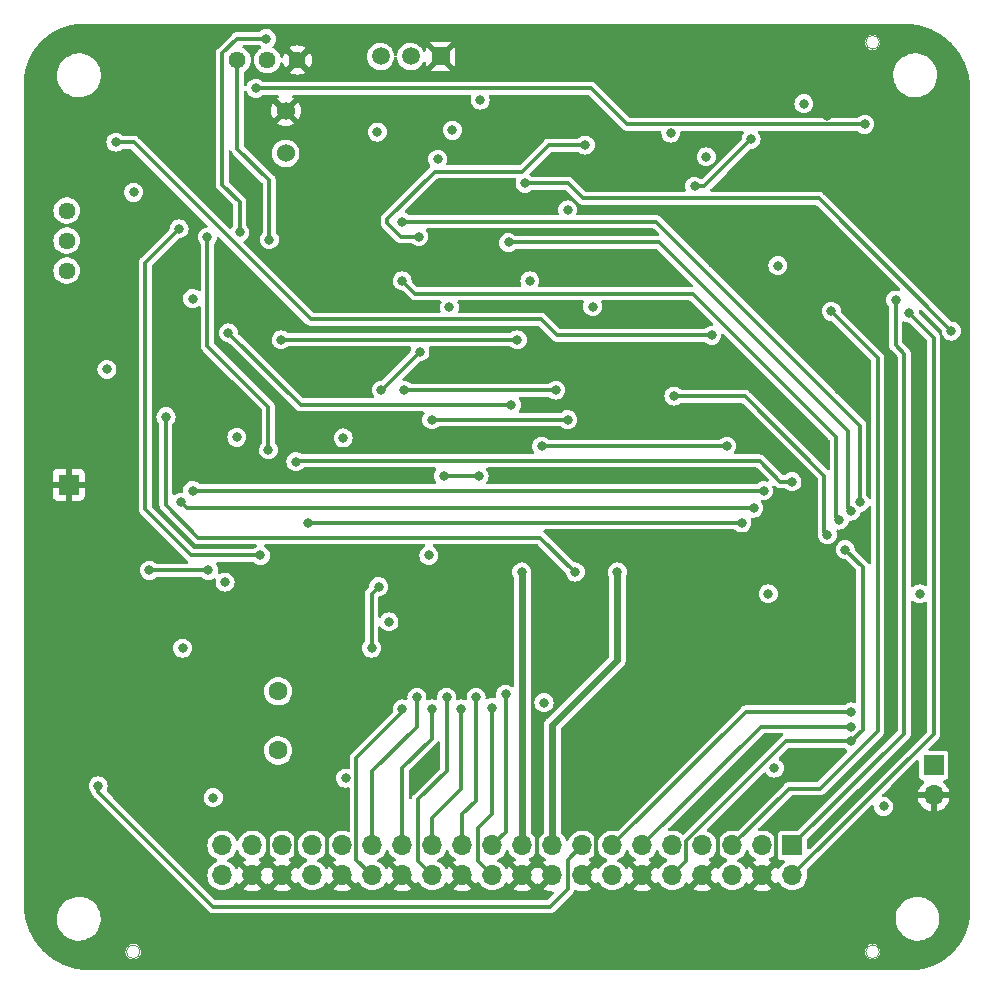
<source format=gbr>
G04 #@! TF.GenerationSoftware,KiCad,Pcbnew,7.0.11*
G04 #@! TF.CreationDate,2025-02-11T21:49:38-08:00*
G04 #@! TF.ProjectId,z3340,7a333334-302e-46b6-9963-61645f706362,0.9*
G04 #@! TF.SameCoordinates,PX5d9f491PY90fcb2f*
G04 #@! TF.FileFunction,Copper,L4,Bot*
G04 #@! TF.FilePolarity,Positive*
%FSLAX46Y46*%
G04 Gerber Fmt 4.6, Leading zero omitted, Abs format (unit mm)*
G04 Created by KiCad (PCBNEW 7.0.11) date 2025-02-11 21:49:38*
%MOMM*%
%LPD*%
G01*
G04 APERTURE LIST*
G04 #@! TA.AperFunction,ComponentPad*
%ADD10C,1.440000*%
G04 #@! TD*
G04 #@! TA.AperFunction,ComponentPad*
%ADD11C,1.524000*%
G04 #@! TD*
G04 #@! TA.AperFunction,ComponentPad*
%ADD12R,1.700000X1.700000*%
G04 #@! TD*
G04 #@! TA.AperFunction,ComponentPad*
%ADD13O,1.700000X1.700000*%
G04 #@! TD*
G04 #@! TA.AperFunction,ComponentPad*
%ADD14R,1.500000X1.500000*%
G04 #@! TD*
G04 #@! TA.AperFunction,ComponentPad*
%ADD15C,1.500000*%
G04 #@! TD*
G04 #@! TA.AperFunction,ComponentPad*
%ADD16C,1.600000*%
G04 #@! TD*
G04 #@! TA.AperFunction,ViaPad*
%ADD17C,0.800000*%
G04 #@! TD*
G04 #@! TA.AperFunction,Conductor*
%ADD18C,0.300000*%
G04 #@! TD*
G04 #@! TA.AperFunction,Conductor*
%ADD19C,0.600000*%
G04 #@! TD*
G04 #@! TA.AperFunction,Profile*
%ADD20C,0.150000*%
G04 #@! TD*
G04 #@! TA.AperFunction,Profile*
%ADD21C,0.050000*%
G04 #@! TD*
G04 APERTURE END LIST*
D10*
X4029999Y65879999D03*
X4029999Y63339999D03*
X4029999Y60799999D03*
X18479999Y78629999D03*
X21019999Y78629999D03*
X23559999Y78629999D03*
D11*
X22562499Y70729999D03*
X22562499Y74329999D03*
D12*
X65454999Y12129999D03*
D13*
X65454999Y9589999D03*
X62914999Y12129999D03*
X62914999Y9589999D03*
X60374999Y12129999D03*
X60374999Y9589999D03*
X57834999Y12129999D03*
X57834999Y9589999D03*
X55294999Y12129999D03*
X55294999Y9589999D03*
X52754999Y12129999D03*
X52754999Y9589999D03*
X50214999Y12129999D03*
X50214999Y9589999D03*
X47674999Y12129999D03*
X47674999Y9589999D03*
X45134999Y12129999D03*
X45134999Y9589999D03*
X42594999Y12129999D03*
X42594999Y9589999D03*
X40054999Y12129999D03*
X40054999Y9589999D03*
X37514999Y12129999D03*
X37514999Y9589999D03*
X34974999Y12129999D03*
X34974999Y9589999D03*
X32434999Y12129999D03*
X32434999Y9589999D03*
X29894999Y12129999D03*
X29894999Y9589999D03*
X27354999Y12129999D03*
X27354999Y9589999D03*
X24814999Y12129999D03*
X24814999Y9589999D03*
X22274999Y12129999D03*
X22274999Y9589999D03*
X19734999Y12129999D03*
X19734999Y9589999D03*
X17194999Y12129999D03*
X17194999Y9589999D03*
D14*
X35679999Y78929999D03*
D15*
X33139999Y78929999D03*
X30599999Y78929999D03*
D12*
X77429999Y18904999D03*
D13*
X77429999Y16364999D03*
D16*
X21929999Y20179999D03*
X21929999Y25179999D03*
D12*
X4179999Y42679999D03*
D17*
X65829999Y48629999D03*
X19329999Y55529999D03*
X52629999Y27629999D03*
X34929999Y19679999D03*
X47929999Y62179999D03*
X48829999Y49229999D03*
X47079999Y56529999D03*
X15679999Y21929999D03*
X15629999Y23979999D03*
X34429999Y29829999D03*
X27329999Y72529999D03*
X19679999Y74304337D03*
X37704999Y70429999D03*
X56179999Y36929999D03*
X31929999Y37179999D03*
X58679999Y52929999D03*
X59429999Y72179999D03*
X33579999Y46279999D03*
X13794999Y75929999D03*
X11029999Y33029999D03*
X57429999Y65429999D03*
X24829999Y29429999D03*
X64829999Y30829999D03*
X11029999Y64629999D03*
X47079999Y54279999D03*
X71829999Y66029999D03*
X4679999Y25179999D03*
X43929999Y15679999D03*
X61679999Y74679999D03*
X61429999Y48679999D03*
X67429999Y46179999D03*
X40079999Y46029999D03*
X27429999Y48229999D03*
X24429999Y36929999D03*
X74929999Y61679999D03*
X69429999Y50679999D03*
X59179999Y74429999D03*
X18929999Y35429999D03*
X18679999Y68179999D03*
X77579999Y65279999D03*
X55929999Y47179999D03*
X14929999Y14429999D03*
X73679999Y49679999D03*
X26429999Y21929999D03*
X41429999Y79179999D03*
X68229999Y58429999D03*
X76179999Y22429999D03*
X9679999Y20679999D03*
X70929999Y56929999D03*
X61679999Y63179999D03*
X71229999Y60529999D03*
X54229999Y43679999D03*
X37929999Y57679999D03*
X18429999Y48179999D03*
X59679999Y67929999D03*
X26029999Y17829999D03*
X68679999Y55429999D03*
X14329999Y24079999D03*
X7429999Y54679999D03*
X67929999Y60179999D03*
X76179999Y52929999D03*
X37629999Y36629999D03*
X66679999Y64179999D03*
X14329999Y21929999D03*
X63929999Y17179999D03*
X56679999Y14429999D03*
X68429999Y73929999D03*
X15794999Y75929999D03*
X14679999Y56929999D03*
X52429999Y74429999D03*
X32429999Y34029999D03*
X7629999Y59829999D03*
X52204999Y35279999D03*
X56579999Y57279999D03*
X73679999Y43929999D03*
X6579999Y46529999D03*
X73679999Y47679999D03*
X73679999Y24679999D03*
X56429999Y20429999D03*
X14929999Y30679999D03*
X42544999Y35279999D03*
X58179999Y70429999D03*
X34679999Y36679999D03*
X55179999Y72429999D03*
X39029999Y75229999D03*
X31304999Y31054999D03*
X13829999Y28829999D03*
X36429999Y57679999D03*
X17429999Y34429999D03*
X14679999Y58429999D03*
X30329999Y72529999D03*
X66429999Y74929999D03*
X18429999Y46679999D03*
X27629999Y17829999D03*
X50654999Y35279999D03*
X27429999Y46629999D03*
X48554999Y57754999D03*
X7429999Y52429999D03*
X35429999Y70229999D03*
X43229999Y59929999D03*
X9679999Y67429999D03*
X46429999Y65929999D03*
X36679999Y72679999D03*
X16429999Y16179999D03*
X63929999Y18679999D03*
X76229999Y33429999D03*
X44434999Y24224999D03*
X73179999Y15429999D03*
X64229999Y61229999D03*
X63429999Y33429999D03*
X6679999Y17179999D03*
X22179999Y54929999D03*
X42179999Y54929999D03*
X20429999Y36679999D03*
X13529999Y64329999D03*
X21104999Y45629999D03*
X15929999Y63629999D03*
X58629999Y55317499D03*
X8179999Y71679999D03*
X70429999Y20929999D03*
X69929999Y37179999D03*
X70429999Y23429999D03*
X70429999Y22179999D03*
X57179999Y67929999D03*
X61960330Y71899668D03*
X20029999Y76229999D03*
X71579999Y73179999D03*
X14679999Y42179999D03*
X63029999Y42179999D03*
X13679999Y41179999D03*
X62179999Y40679999D03*
X24429999Y39429999D03*
X61179999Y39429999D03*
X65429999Y42929999D03*
X23429999Y44629999D03*
X32429999Y59929999D03*
X69429999Y39679999D03*
X16024999Y35429999D03*
X41679999Y49429999D03*
X11029999Y35429999D03*
X17719999Y55529999D03*
X47079999Y35279999D03*
X12429999Y48429999D03*
X35929999Y43429999D03*
X38929999Y43429999D03*
X42829999Y68179999D03*
X78929999Y55679999D03*
X70429999Y40429999D03*
X41429999Y63179999D03*
X34929999Y48179999D03*
X46429999Y48179999D03*
X59904999Y45929999D03*
X44229999Y45929999D03*
X33679999Y24679999D03*
X36179999Y24679999D03*
X38679999Y24679999D03*
X40054999Y23804999D03*
X41179999Y24929999D03*
X74204999Y58304999D03*
X75366714Y57192692D03*
X37429999Y23679999D03*
X34929999Y23679999D03*
X32429999Y23679999D03*
X68429999Y38429999D03*
X55429999Y50179999D03*
X32579999Y50679999D03*
X45429999Y50679999D03*
X68754999Y57354999D03*
X30654999Y50679999D03*
X33929999Y53929999D03*
X47929999Y71429999D03*
X33829999Y63679999D03*
X29829999Y28829999D03*
X30429999Y34029999D03*
X71179999Y41179999D03*
X32429999Y64929999D03*
X18679999Y64029999D03*
X20929999Y80429999D03*
X21179999Y63429999D03*
D18*
X42594999Y9589999D02*
X43829999Y10824999D01*
X21029999Y10834999D02*
X21029999Y13829999D01*
X57834999Y9589999D02*
X59174999Y10929999D01*
X64114999Y10789999D02*
X64114999Y13514999D01*
X47674999Y9589999D02*
X48874999Y10789999D01*
X43829999Y10824999D02*
X43829999Y10894999D01*
X22274999Y9589999D02*
X23474999Y10789999D01*
X45134999Y9589999D02*
X43829999Y10894999D01*
X23474999Y10789999D02*
X23474999Y13584999D01*
X48874999Y10789999D02*
X48874999Y13384999D01*
X19734999Y9589999D02*
X20979999Y10834999D01*
X22274999Y9589999D02*
X21029999Y10834999D01*
X62914999Y9589999D02*
X64114999Y10789999D01*
X26029999Y10914999D02*
X26029999Y13629999D01*
X27354999Y9589999D02*
X26029999Y10914999D01*
X59174999Y10929999D02*
X59174999Y13374999D01*
X20979999Y10834999D02*
X21029999Y10834999D01*
X43829999Y10894999D02*
X43829999Y13229999D01*
D19*
X42594999Y12129999D02*
X42594999Y35229999D01*
X42594999Y35229999D02*
X42544999Y35279999D01*
X50654999Y27854999D02*
X50654999Y35279999D01*
X45134999Y12129999D02*
X45134999Y22334999D01*
X45134999Y22334999D02*
X50654999Y27854999D01*
D18*
X16429999Y6929999D02*
X6679999Y16679999D01*
X46429999Y8429999D02*
X44929999Y6929999D01*
X6679999Y16679999D02*
X6679999Y17179999D01*
X44929999Y6929999D02*
X16429999Y6929999D01*
X47674999Y12129999D02*
X46429999Y10884999D01*
X46429999Y10884999D02*
X46429999Y8429999D01*
X42179999Y54929999D02*
X22179999Y54929999D01*
X14579999Y36679999D02*
X20429999Y36679999D01*
X10679999Y61479999D02*
X10679999Y40579999D01*
X13529999Y64329999D02*
X10679999Y61479999D01*
X10679999Y40579999D02*
X14579999Y36679999D01*
X21104999Y49254999D02*
X21104999Y45629999D01*
X15929999Y63629999D02*
X15929999Y54429999D01*
X15929999Y54429999D02*
X21104999Y49254999D01*
X58629999Y55317499D02*
X45542499Y55317499D01*
X44179999Y56679999D02*
X24679999Y56679999D01*
X9679999Y71679999D02*
X8179999Y71679999D01*
X24679999Y56679999D02*
X9679999Y71679999D01*
X45542499Y55317499D02*
X44179999Y56679999D01*
X56494999Y10789999D02*
X56494999Y12494999D01*
X64929999Y20929999D02*
X70429999Y20929999D01*
X71429999Y21929999D02*
X71429999Y35679999D01*
X71429999Y35679999D02*
X69929999Y37179999D01*
X70429999Y20929999D02*
X71429999Y21929999D01*
X55294999Y9589999D02*
X56494999Y10789999D01*
X56494999Y12494999D02*
X64929999Y20929999D01*
X50214999Y12129999D02*
X61514999Y23429999D01*
X61514999Y23429999D02*
X70429999Y23429999D01*
X52754999Y12129999D02*
X62804999Y22179999D01*
X62804999Y22179999D02*
X70429999Y22179999D01*
X57990661Y67929999D02*
X57179999Y67929999D01*
X61960330Y71899668D02*
X57990661Y67929999D01*
X51479999Y73179999D02*
X71579999Y73179999D01*
X48429999Y76229999D02*
X51479999Y73179999D01*
X20029999Y76229999D02*
X48429999Y76229999D01*
X14679999Y42179999D02*
X63029999Y42179999D01*
X13679999Y41179999D02*
X14179999Y40679999D01*
X14179999Y40679999D02*
X62179999Y40679999D01*
X24429999Y39429999D02*
X61179999Y39429999D01*
X64429999Y42929999D02*
X65429999Y42929999D01*
X23429999Y44629999D02*
X23479999Y44679999D01*
X23479999Y44679999D02*
X62679999Y44679999D01*
X62679999Y44679999D02*
X64429999Y42929999D01*
X69179999Y39929999D02*
X69179999Y46679999D01*
X33529999Y58829999D02*
X32429999Y59929999D01*
X69179999Y46679999D02*
X57029999Y58829999D01*
X57029999Y58829999D02*
X33529999Y58829999D01*
X69429999Y39679999D02*
X69179999Y39929999D01*
X17719999Y55529999D02*
X23819999Y49429999D01*
X23819999Y49429999D02*
X41679999Y49429999D01*
X11029999Y35429999D02*
X16024999Y35429999D01*
X15179999Y38179999D02*
X12429999Y40929999D01*
X47079999Y35279999D02*
X47029999Y35279999D01*
X47029999Y35279999D02*
X44129999Y38179999D01*
X12429999Y40929999D02*
X12429999Y48429999D01*
X44129999Y38179999D02*
X15179999Y38179999D01*
X38929999Y43429999D02*
X35929999Y43429999D01*
X46479999Y68179999D02*
X47729999Y66929999D01*
X47729999Y66929999D02*
X67679999Y66929999D01*
X67679999Y66929999D02*
X78929999Y55679999D01*
X42829999Y68179999D02*
X46479999Y68179999D01*
X70179999Y47204999D02*
X54204999Y63179999D01*
X70429999Y40429999D02*
X70179999Y40679999D01*
X54204999Y63179999D02*
X41429999Y63179999D01*
X70179999Y40679999D02*
X70179999Y47204999D01*
X34929999Y48179999D02*
X46429999Y48179999D01*
X59904999Y45929999D02*
X44229999Y45929999D01*
X29894999Y12129999D02*
X29894999Y18394999D01*
X33679999Y22179999D02*
X33679999Y24679999D01*
X29894999Y18394999D02*
X33679999Y22179999D01*
X36179999Y18429999D02*
X36179999Y24679999D01*
X33774999Y10789999D02*
X33774999Y16024999D01*
X34974999Y9589999D02*
X33774999Y10789999D01*
X33774999Y16024999D02*
X36179999Y18429999D01*
X38679999Y15929999D02*
X38679999Y24679999D01*
X37514999Y12129999D02*
X37514999Y14764999D01*
X37514999Y14764999D02*
X38679999Y15929999D01*
X40054999Y23804999D02*
X40054999Y14804999D01*
X38854999Y10789999D02*
X40054999Y9589999D01*
X40054999Y14804999D02*
X38854999Y13604999D01*
X38854999Y13604999D02*
X38854999Y10789999D01*
X41179999Y13254999D02*
X41179999Y24929999D01*
X40054999Y12129999D02*
X41179999Y13254999D01*
X74929999Y53749373D02*
X74929999Y21604999D01*
X74204999Y58304999D02*
X74204999Y54474373D01*
X74929999Y21604999D02*
X65454999Y12129999D01*
X74204999Y54474373D02*
X74929999Y53749373D01*
X77429999Y55129407D02*
X77429999Y21564999D01*
X75366714Y57192692D02*
X77429999Y55129407D01*
X77429999Y21564999D02*
X65454999Y9589999D01*
X37429999Y16929999D02*
X37429999Y23679999D01*
X34974999Y14474999D02*
X37429999Y16929999D01*
X34974999Y12129999D02*
X34974999Y14474999D01*
X32434999Y12129999D02*
X32434999Y18684999D01*
X32434999Y18684999D02*
X34929999Y21179999D01*
X34929999Y21179999D02*
X34929999Y23679999D01*
X28554999Y10929999D02*
X28554999Y19554999D01*
X32429999Y23429999D02*
X32429999Y23679999D01*
X29894999Y9589999D02*
X28554999Y10929999D01*
X28554999Y19554999D02*
X32429999Y23429999D01*
X61429999Y50179999D02*
X68179999Y43429999D01*
X68179999Y43429999D02*
X68179999Y38679999D01*
X55429999Y50179999D02*
X61429999Y50179999D01*
X68179999Y38679999D02*
X68429999Y38429999D01*
X32579999Y50679999D02*
X45429999Y50679999D01*
X72679999Y21804999D02*
X67804999Y16929999D01*
X68754999Y57354999D02*
X72679999Y53429999D01*
X72679999Y53429999D02*
X72679999Y21804999D01*
X67804999Y16929999D02*
X65174999Y16929999D01*
X65174999Y16929999D02*
X60374999Y12129999D01*
X30679999Y50679999D02*
X33929999Y53929999D01*
X30654999Y50679999D02*
X30679999Y50679999D01*
X31179999Y64804999D02*
X32304999Y63679999D01*
X44829999Y71429999D02*
X42579999Y69179999D01*
X31179999Y65179999D02*
X31179999Y64804999D01*
X47929999Y71429999D02*
X44829999Y71429999D01*
X35179999Y69179999D02*
X31179999Y65179999D01*
X32304999Y63679999D02*
X33829999Y63679999D01*
X42579999Y69179999D02*
X35179999Y69179999D01*
X29829999Y33429999D02*
X30429999Y34029999D01*
X29829999Y28829999D02*
X29829999Y33429999D01*
X71179999Y47679999D02*
X53929999Y64929999D01*
X53929999Y64929999D02*
X32429999Y64929999D01*
X71179999Y41179999D02*
X71179999Y47679999D01*
X18679999Y64029999D02*
X18679999Y66579999D01*
X18429999Y80429999D02*
X20929999Y80429999D01*
X17179999Y79179999D02*
X18429999Y80429999D01*
X18679999Y66579999D02*
X17179999Y68079999D01*
X17179999Y68079999D02*
X17179999Y79179999D01*
X21179999Y68429999D02*
X18479999Y71129999D01*
X18479999Y71129999D02*
X18479999Y78629999D01*
X21179999Y63429999D02*
X21179999Y68429999D01*
G04 #@! TA.AperFunction,Conductor*
G36*
X18533958Y11701899D02*
G01*
X18579193Y11649697D01*
X18647897Y11502360D01*
X18773401Y11323122D01*
X18928122Y11168401D01*
X18928125Y11168399D01*
X19107358Y11042898D01*
X19107359Y11042898D01*
X19107360Y11042897D01*
X19127021Y11033729D01*
X19180306Y10986814D01*
X19199768Y10918537D01*
X19179227Y10850576D01*
X19133742Y10808721D01*
X18989704Y10730772D01*
X18989692Y10730764D01*
X18969310Y10714900D01*
X18969309Y10714899D01*
X19607411Y10076797D01*
X19592684Y10074679D01*
X19461899Y10014951D01*
X19353238Y9920797D01*
X19275506Y9799843D01*
X19250638Y9715150D01*
X18611920Y10353868D01*
X18611919Y10353867D01*
X18536585Y10238560D01*
X18536578Y10238546D01*
X18520381Y10201620D01*
X18474700Y10147271D01*
X18406887Y10126248D01*
X18338473Y10145225D01*
X18291180Y10198176D01*
X18290799Y10198984D01*
X18282099Y10217641D01*
X18156603Y10396868D01*
X18156600Y10396872D01*
X18156597Y10396876D01*
X18001876Y10551597D01*
X17988888Y10560691D01*
X17822638Y10677101D01*
X17801225Y10687086D01*
X17675301Y10745805D01*
X17622018Y10792721D01*
X17602557Y10860998D01*
X17623099Y10928958D01*
X17675301Y10974194D01*
X17822638Y11042897D01*
X18001876Y11168401D01*
X18156597Y11323122D01*
X18282101Y11502360D01*
X18350804Y11649697D01*
X18397721Y11702980D01*
X18465998Y11722441D01*
X18533958Y11701899D01*
G37*
G04 #@! TD.AperFunction*
G04 #@! TA.AperFunction,Conductor*
G36*
X21073958Y11701899D02*
G01*
X21119193Y11649697D01*
X21187897Y11502360D01*
X21313401Y11323122D01*
X21468122Y11168401D01*
X21468125Y11168399D01*
X21647358Y11042898D01*
X21647359Y11042898D01*
X21647360Y11042897D01*
X21667021Y11033729D01*
X21720306Y10986814D01*
X21739768Y10918537D01*
X21719227Y10850576D01*
X21673742Y10808721D01*
X21529704Y10730772D01*
X21529692Y10730764D01*
X21509310Y10714900D01*
X21509309Y10714899D01*
X22147411Y10076797D01*
X22132684Y10074679D01*
X22001899Y10014951D01*
X21893238Y9920797D01*
X21815506Y9799843D01*
X21790638Y9715150D01*
X21151920Y10353868D01*
X21151919Y10353867D01*
X21110481Y10290441D01*
X21056478Y10244352D01*
X20986130Y10234777D01*
X20921772Y10264754D01*
X20899515Y10290441D01*
X20858077Y10353867D01*
X20219359Y9715151D01*
X20194492Y9799843D01*
X20116760Y9920797D01*
X20008099Y10014951D01*
X19877314Y10074679D01*
X19862585Y10076797D01*
X20500687Y10714899D01*
X20500686Y10714900D01*
X20480307Y10730762D01*
X20480302Y10730765D01*
X20336255Y10808720D01*
X20285865Y10858734D01*
X20270513Y10928051D01*
X20295074Y10994664D01*
X20342975Y11033729D01*
X20362638Y11042897D01*
X20541876Y11168401D01*
X20696597Y11323122D01*
X20822101Y11502360D01*
X20890804Y11649697D01*
X20937721Y11702980D01*
X21005998Y11722441D01*
X21073958Y11701899D01*
G37*
G04 #@! TD.AperFunction*
G04 #@! TA.AperFunction,Conductor*
G36*
X26153958Y11701899D02*
G01*
X26199193Y11649697D01*
X26267897Y11502360D01*
X26393401Y11323122D01*
X26548122Y11168401D01*
X26548125Y11168399D01*
X26727358Y11042898D01*
X26727359Y11042898D01*
X26727360Y11042897D01*
X26747021Y11033729D01*
X26800306Y10986814D01*
X26819768Y10918537D01*
X26799227Y10850576D01*
X26753742Y10808721D01*
X26609704Y10730772D01*
X26609692Y10730764D01*
X26589310Y10714900D01*
X26589309Y10714899D01*
X27227411Y10076797D01*
X27212684Y10074679D01*
X27081899Y10014951D01*
X26973238Y9920797D01*
X26895506Y9799843D01*
X26870638Y9715150D01*
X26231920Y10353868D01*
X26231919Y10353867D01*
X26156585Y10238560D01*
X26156578Y10238546D01*
X26140381Y10201620D01*
X26094700Y10147271D01*
X26026887Y10126248D01*
X25958473Y10145225D01*
X25911180Y10198176D01*
X25910799Y10198984D01*
X25902099Y10217641D01*
X25776603Y10396868D01*
X25776600Y10396872D01*
X25776597Y10396876D01*
X25621876Y10551597D01*
X25608888Y10560691D01*
X25442638Y10677101D01*
X25421225Y10687086D01*
X25295301Y10745805D01*
X25242018Y10792721D01*
X25222557Y10860998D01*
X25243099Y10928958D01*
X25295301Y10974194D01*
X25442638Y11042897D01*
X25621876Y11168401D01*
X25776597Y11323122D01*
X25902101Y11502360D01*
X25970804Y11649697D01*
X26017721Y11702980D01*
X26085998Y11722441D01*
X26153958Y11701899D01*
G37*
G04 #@! TD.AperFunction*
G04 #@! TA.AperFunction,Conductor*
G36*
X31233958Y11701899D02*
G01*
X31279193Y11649697D01*
X31347897Y11502360D01*
X31473401Y11323122D01*
X31628122Y11168401D01*
X31628125Y11168399D01*
X31807358Y11042898D01*
X31807359Y11042898D01*
X31807360Y11042897D01*
X31827021Y11033729D01*
X31880306Y10986814D01*
X31899768Y10918537D01*
X31879227Y10850576D01*
X31833742Y10808721D01*
X31689704Y10730772D01*
X31689692Y10730764D01*
X31669310Y10714900D01*
X31669309Y10714899D01*
X32307411Y10076797D01*
X32292684Y10074679D01*
X32161899Y10014951D01*
X32053238Y9920797D01*
X31975506Y9799843D01*
X31950638Y9715150D01*
X31311920Y10353868D01*
X31311919Y10353867D01*
X31236585Y10238560D01*
X31236578Y10238546D01*
X31220381Y10201620D01*
X31174700Y10147271D01*
X31106887Y10126248D01*
X31038473Y10145225D01*
X30991180Y10198176D01*
X30990799Y10198984D01*
X30982099Y10217641D01*
X30856603Y10396868D01*
X30856600Y10396872D01*
X30856597Y10396876D01*
X30701876Y10551597D01*
X30688888Y10560691D01*
X30522638Y10677101D01*
X30501225Y10687086D01*
X30375301Y10745805D01*
X30322018Y10792721D01*
X30302557Y10860998D01*
X30323099Y10928958D01*
X30375301Y10974194D01*
X30522638Y11042897D01*
X30701876Y11168401D01*
X30856597Y11323122D01*
X30982101Y11502360D01*
X31050804Y11649697D01*
X31097721Y11702980D01*
X31165998Y11722441D01*
X31233958Y11701899D01*
G37*
G04 #@! TD.AperFunction*
G04 #@! TA.AperFunction,Conductor*
G36*
X36313958Y11701899D02*
G01*
X36359193Y11649697D01*
X36427897Y11502360D01*
X36553401Y11323122D01*
X36708122Y11168401D01*
X36708125Y11168399D01*
X36887358Y11042898D01*
X36887359Y11042898D01*
X36887360Y11042897D01*
X36907021Y11033729D01*
X36960306Y10986814D01*
X36979768Y10918537D01*
X36959227Y10850576D01*
X36913742Y10808721D01*
X36769704Y10730772D01*
X36769692Y10730764D01*
X36749310Y10714900D01*
X36749309Y10714899D01*
X37387411Y10076797D01*
X37372684Y10074679D01*
X37241899Y10014951D01*
X37133238Y9920797D01*
X37055506Y9799843D01*
X37030638Y9715150D01*
X36391920Y10353868D01*
X36391919Y10353867D01*
X36316585Y10238560D01*
X36316578Y10238546D01*
X36300381Y10201620D01*
X36254700Y10147271D01*
X36186887Y10126248D01*
X36118473Y10145225D01*
X36071180Y10198176D01*
X36070799Y10198984D01*
X36062099Y10217641D01*
X35936603Y10396868D01*
X35936600Y10396872D01*
X35936597Y10396876D01*
X35781876Y10551597D01*
X35768888Y10560691D01*
X35602638Y10677101D01*
X35581225Y10687086D01*
X35455301Y10745805D01*
X35402018Y10792721D01*
X35382557Y10860998D01*
X35403099Y10928958D01*
X35455301Y10974194D01*
X35602638Y11042897D01*
X35781876Y11168401D01*
X35936597Y11323122D01*
X36062101Y11502360D01*
X36130804Y11649697D01*
X36177721Y11702980D01*
X36245998Y11722441D01*
X36313958Y11701899D01*
G37*
G04 #@! TD.AperFunction*
G04 #@! TA.AperFunction,Conductor*
G36*
X41393958Y11701899D02*
G01*
X41439193Y11649697D01*
X41507897Y11502360D01*
X41633401Y11323122D01*
X41788122Y11168401D01*
X41788125Y11168399D01*
X41967358Y11042898D01*
X41967359Y11042898D01*
X41967360Y11042897D01*
X41987021Y11033729D01*
X42040306Y10986814D01*
X42059768Y10918537D01*
X42039227Y10850576D01*
X41993742Y10808721D01*
X41849704Y10730772D01*
X41849692Y10730764D01*
X41829310Y10714900D01*
X41829309Y10714899D01*
X42467411Y10076797D01*
X42452684Y10074679D01*
X42321899Y10014951D01*
X42213238Y9920797D01*
X42135506Y9799843D01*
X42110638Y9715150D01*
X41471920Y10353868D01*
X41471919Y10353867D01*
X41396585Y10238560D01*
X41396578Y10238546D01*
X41380381Y10201620D01*
X41334700Y10147271D01*
X41266887Y10126248D01*
X41198473Y10145225D01*
X41151180Y10198176D01*
X41150799Y10198984D01*
X41142099Y10217641D01*
X41016603Y10396868D01*
X41016600Y10396872D01*
X41016597Y10396876D01*
X40861876Y10551597D01*
X40848888Y10560691D01*
X40682638Y10677101D01*
X40661225Y10687086D01*
X40535301Y10745805D01*
X40482018Y10792721D01*
X40462557Y10860998D01*
X40483099Y10928958D01*
X40535301Y10974194D01*
X40682638Y11042897D01*
X40861876Y11168401D01*
X41016597Y11323122D01*
X41142101Y11502360D01*
X41210804Y11649697D01*
X41257721Y11702980D01*
X41325998Y11722441D01*
X41393958Y11701899D01*
G37*
G04 #@! TD.AperFunction*
G04 #@! TA.AperFunction,Conductor*
G36*
X43933958Y11701899D02*
G01*
X43979193Y11649697D01*
X44047897Y11502360D01*
X44173401Y11323122D01*
X44328122Y11168401D01*
X44328125Y11168399D01*
X44507358Y11042898D01*
X44507359Y11042898D01*
X44507360Y11042897D01*
X44527021Y11033729D01*
X44580306Y10986814D01*
X44599768Y10918537D01*
X44579227Y10850576D01*
X44533742Y10808721D01*
X44389704Y10730772D01*
X44389692Y10730764D01*
X44369310Y10714900D01*
X44369309Y10714899D01*
X45007411Y10076797D01*
X44992684Y10074679D01*
X44861899Y10014951D01*
X44753238Y9920797D01*
X44675506Y9799843D01*
X44650638Y9715150D01*
X44011920Y10353868D01*
X44011919Y10353867D01*
X43970481Y10290441D01*
X43916478Y10244352D01*
X43846130Y10234777D01*
X43781772Y10264754D01*
X43759515Y10290441D01*
X43718077Y10353867D01*
X43079359Y9715151D01*
X43054492Y9799843D01*
X42976760Y9920797D01*
X42868099Y10014951D01*
X42737314Y10074679D01*
X42722585Y10076797D01*
X43360687Y10714899D01*
X43360686Y10714900D01*
X43340307Y10730762D01*
X43340302Y10730765D01*
X43196255Y10808720D01*
X43145865Y10858734D01*
X43130513Y10928051D01*
X43155074Y10994664D01*
X43202975Y11033729D01*
X43222638Y11042897D01*
X43401876Y11168401D01*
X43556597Y11323122D01*
X43682101Y11502360D01*
X43750804Y11649697D01*
X43797721Y11702980D01*
X43865998Y11722441D01*
X43933958Y11701899D01*
G37*
G04 #@! TD.AperFunction*
G04 #@! TA.AperFunction,Conductor*
G36*
X51553958Y11701899D02*
G01*
X51599193Y11649697D01*
X51667897Y11502360D01*
X51793401Y11323122D01*
X51948122Y11168401D01*
X51948125Y11168399D01*
X52127358Y11042898D01*
X52127359Y11042898D01*
X52127360Y11042897D01*
X52147021Y11033729D01*
X52200306Y10986814D01*
X52219768Y10918537D01*
X52199227Y10850576D01*
X52153742Y10808721D01*
X52009704Y10730772D01*
X52009692Y10730764D01*
X51989310Y10714900D01*
X51989309Y10714899D01*
X52627411Y10076797D01*
X52612684Y10074679D01*
X52481899Y10014951D01*
X52373238Y9920797D01*
X52295506Y9799843D01*
X52270638Y9715150D01*
X51631920Y10353868D01*
X51631919Y10353867D01*
X51556585Y10238560D01*
X51556578Y10238546D01*
X51540381Y10201620D01*
X51494700Y10147271D01*
X51426887Y10126248D01*
X51358473Y10145225D01*
X51311180Y10198176D01*
X51310799Y10198984D01*
X51302099Y10217641D01*
X51176603Y10396868D01*
X51176600Y10396872D01*
X51176597Y10396876D01*
X51021876Y10551597D01*
X51008888Y10560691D01*
X50842638Y10677101D01*
X50821225Y10687086D01*
X50695301Y10745805D01*
X50642018Y10792721D01*
X50622557Y10860998D01*
X50643099Y10928958D01*
X50695301Y10974194D01*
X50842638Y11042897D01*
X51021876Y11168401D01*
X51176597Y11323122D01*
X51302101Y11502360D01*
X51370804Y11649697D01*
X51417721Y11702980D01*
X51485998Y11722441D01*
X51553958Y11701899D01*
G37*
G04 #@! TD.AperFunction*
G04 #@! TA.AperFunction,Conductor*
G36*
X61713958Y11701899D02*
G01*
X61759193Y11649697D01*
X61827897Y11502360D01*
X61953401Y11323122D01*
X62108122Y11168401D01*
X62108125Y11168399D01*
X62287358Y11042898D01*
X62287359Y11042898D01*
X62287360Y11042897D01*
X62307021Y11033729D01*
X62360306Y10986814D01*
X62379768Y10918537D01*
X62359227Y10850576D01*
X62313742Y10808721D01*
X62169704Y10730772D01*
X62169692Y10730764D01*
X62149310Y10714900D01*
X62149309Y10714899D01*
X62787411Y10076797D01*
X62772684Y10074679D01*
X62641899Y10014951D01*
X62533238Y9920797D01*
X62455506Y9799843D01*
X62430638Y9715150D01*
X61791920Y10353868D01*
X61791919Y10353867D01*
X61716585Y10238560D01*
X61716578Y10238546D01*
X61700381Y10201620D01*
X61654700Y10147271D01*
X61586887Y10126248D01*
X61518473Y10145225D01*
X61471180Y10198176D01*
X61470799Y10198984D01*
X61462099Y10217641D01*
X61336603Y10396868D01*
X61336600Y10396872D01*
X61336597Y10396876D01*
X61181876Y10551597D01*
X61168888Y10560691D01*
X61002638Y10677101D01*
X60981225Y10687086D01*
X60855301Y10745805D01*
X60802018Y10792721D01*
X60782557Y10860998D01*
X60803099Y10928958D01*
X60855301Y10974194D01*
X61002638Y11042897D01*
X61181876Y11168401D01*
X61336597Y11323122D01*
X61462101Y11502360D01*
X61530804Y11649697D01*
X61577721Y11702980D01*
X61645998Y11722441D01*
X61713958Y11701899D01*
G37*
G04 #@! TD.AperFunction*
G04 #@! TA.AperFunction,Conductor*
G36*
X23613958Y11701899D02*
G01*
X23659193Y11649697D01*
X23727897Y11502360D01*
X23853401Y11323122D01*
X24008122Y11168401D01*
X24187360Y11042897D01*
X24326484Y10978023D01*
X24334694Y10974194D01*
X24387979Y10927277D01*
X24407440Y10858999D01*
X24386898Y10791039D01*
X24334694Y10745804D01*
X24187357Y10677100D01*
X24008130Y10551604D01*
X24008119Y10551595D01*
X23853403Y10396879D01*
X23853394Y10396868D01*
X23727898Y10217641D01*
X23727897Y10217639D01*
X23719196Y10198980D01*
X23672277Y10145697D01*
X23603999Y10126238D01*
X23536040Y10146782D01*
X23489976Y10200806D01*
X23489615Y10201622D01*
X23473418Y10238549D01*
X23398076Y10353867D01*
X22759359Y9715151D01*
X22734492Y9799843D01*
X22656760Y9920797D01*
X22548099Y10014951D01*
X22417314Y10074679D01*
X22402585Y10076797D01*
X23040687Y10714899D01*
X23040686Y10714900D01*
X23020307Y10730762D01*
X23020302Y10730765D01*
X22876255Y10808720D01*
X22825865Y10858734D01*
X22810513Y10928051D01*
X22835074Y10994664D01*
X22882975Y11033729D01*
X22902638Y11042897D01*
X23081876Y11168401D01*
X23236597Y11323122D01*
X23362101Y11502360D01*
X23430804Y11649697D01*
X23477721Y11702980D01*
X23545998Y11722441D01*
X23613958Y11701899D01*
G37*
G04 #@! TD.AperFunction*
G04 #@! TA.AperFunction,Conductor*
G36*
X49013958Y11701899D02*
G01*
X49059193Y11649697D01*
X49127897Y11502360D01*
X49253401Y11323122D01*
X49408122Y11168401D01*
X49587360Y11042897D01*
X49726484Y10978023D01*
X49734694Y10974194D01*
X49787979Y10927277D01*
X49807440Y10858999D01*
X49786898Y10791039D01*
X49734694Y10745804D01*
X49587357Y10677100D01*
X49408130Y10551604D01*
X49408119Y10551595D01*
X49253403Y10396879D01*
X49253394Y10396868D01*
X49127898Y10217641D01*
X49127897Y10217639D01*
X49119196Y10198980D01*
X49072277Y10145697D01*
X49003999Y10126238D01*
X48936040Y10146782D01*
X48889976Y10200806D01*
X48889615Y10201622D01*
X48873418Y10238549D01*
X48798076Y10353867D01*
X48159359Y9715151D01*
X48134492Y9799843D01*
X48056760Y9920797D01*
X47948099Y10014951D01*
X47817314Y10074679D01*
X47802586Y10076797D01*
X48440687Y10714899D01*
X48440686Y10714900D01*
X48420307Y10730762D01*
X48420302Y10730765D01*
X48276255Y10808720D01*
X48225865Y10858734D01*
X48210513Y10928051D01*
X48235074Y10994664D01*
X48282975Y11033729D01*
X48302638Y11042897D01*
X48481876Y11168401D01*
X48636597Y11323122D01*
X48762101Y11502360D01*
X48830804Y11649697D01*
X48877721Y11702980D01*
X48945998Y11722441D01*
X49013958Y11701899D01*
G37*
G04 #@! TD.AperFunction*
G04 #@! TA.AperFunction,Conductor*
G36*
X54093958Y11701899D02*
G01*
X54139193Y11649697D01*
X54207897Y11502360D01*
X54333401Y11323122D01*
X54488122Y11168401D01*
X54667360Y11042897D01*
X54806484Y10978023D01*
X54814694Y10974194D01*
X54867979Y10927277D01*
X54887440Y10858999D01*
X54866898Y10791039D01*
X54814694Y10745804D01*
X54667357Y10677100D01*
X54488130Y10551604D01*
X54488119Y10551595D01*
X54333403Y10396879D01*
X54333394Y10396868D01*
X54207898Y10217641D01*
X54207897Y10217639D01*
X54199196Y10198980D01*
X54152277Y10145697D01*
X54083999Y10126238D01*
X54016040Y10146782D01*
X53969976Y10200806D01*
X53969615Y10201622D01*
X53953418Y10238549D01*
X53878076Y10353867D01*
X53239359Y9715151D01*
X53214492Y9799843D01*
X53136760Y9920797D01*
X53028099Y10014951D01*
X52897314Y10074679D01*
X52882585Y10076797D01*
X53520687Y10714899D01*
X53520686Y10714900D01*
X53500307Y10730762D01*
X53500302Y10730765D01*
X53356255Y10808720D01*
X53305865Y10858734D01*
X53290513Y10928051D01*
X53315074Y10994664D01*
X53362975Y11033729D01*
X53382638Y11042897D01*
X53561876Y11168401D01*
X53716597Y11323122D01*
X53842101Y11502360D01*
X53910804Y11649697D01*
X53957721Y11702980D01*
X54025998Y11722441D01*
X54093958Y11701899D01*
G37*
G04 #@! TD.AperFunction*
G04 #@! TA.AperFunction,Conductor*
G36*
X59173958Y11701899D02*
G01*
X59219193Y11649697D01*
X59287897Y11502360D01*
X59413401Y11323122D01*
X59568122Y11168401D01*
X59747360Y11042897D01*
X59886484Y10978023D01*
X59894694Y10974194D01*
X59947979Y10927277D01*
X59967440Y10858999D01*
X59946898Y10791039D01*
X59894694Y10745804D01*
X59747357Y10677100D01*
X59568130Y10551604D01*
X59568119Y10551595D01*
X59413403Y10396879D01*
X59413394Y10396868D01*
X59287898Y10217641D01*
X59287897Y10217639D01*
X59279196Y10198980D01*
X59232277Y10145697D01*
X59163999Y10126238D01*
X59096040Y10146782D01*
X59049976Y10200806D01*
X59049615Y10201622D01*
X59033418Y10238549D01*
X58958076Y10353867D01*
X58319359Y9715151D01*
X58294492Y9799843D01*
X58216760Y9920797D01*
X58108099Y10014951D01*
X57977314Y10074679D01*
X57962585Y10076797D01*
X58600687Y10714899D01*
X58600686Y10714900D01*
X58580307Y10730762D01*
X58580302Y10730765D01*
X58436255Y10808720D01*
X58385865Y10858734D01*
X58370513Y10928051D01*
X58395074Y10994664D01*
X58442975Y11033729D01*
X58462638Y11042897D01*
X58641876Y11168401D01*
X58796597Y11323122D01*
X58922101Y11502360D01*
X58990804Y11649697D01*
X59037721Y11702980D01*
X59105998Y11722441D01*
X59173958Y11701899D01*
G37*
G04 #@! TD.AperFunction*
G04 #@! TA.AperFunction,Conductor*
G36*
X64164722Y11483673D02*
G01*
X64200708Y11422472D01*
X64204499Y11391796D01*
X64204499Y11248483D01*
X64219352Y11154697D01*
X64276948Y11041657D01*
X64366656Y10951949D01*
X64405298Y10932261D01*
X64479695Y10894353D01*
X64573480Y10879499D01*
X64716795Y10879500D01*
X64784913Y10859498D01*
X64831406Y10805843D01*
X64841511Y10735569D01*
X64812018Y10670988D01*
X64789064Y10650287D01*
X64648125Y10551600D01*
X64648119Y10551595D01*
X64493403Y10396879D01*
X64493394Y10396868D01*
X64367898Y10217641D01*
X64367897Y10217639D01*
X64359196Y10198980D01*
X64312277Y10145697D01*
X64243999Y10126238D01*
X64176040Y10146782D01*
X64129976Y10200806D01*
X64129615Y10201622D01*
X64113418Y10238549D01*
X64038076Y10353867D01*
X63399359Y9715151D01*
X63374492Y9799843D01*
X63296760Y9920797D01*
X63188099Y10014951D01*
X63057314Y10074679D01*
X63042585Y10076797D01*
X63680687Y10714899D01*
X63680686Y10714900D01*
X63660307Y10730762D01*
X63660302Y10730765D01*
X63516255Y10808720D01*
X63465865Y10858734D01*
X63450513Y10928051D01*
X63475074Y10994664D01*
X63522975Y11033729D01*
X63542638Y11042897D01*
X63721876Y11168401D01*
X63876597Y11323122D01*
X63975288Y11464068D01*
X64030742Y11508394D01*
X64101362Y11515703D01*
X64164722Y11483673D01*
G37*
G04 #@! TD.AperFunction*
G04 #@! TA.AperFunction,Conductor*
G36*
X75689011Y32838454D02*
G01*
X75695594Y32832325D01*
X75727736Y32800183D01*
X75727738Y32800182D01*
X75880473Y32704212D01*
X75880474Y32704212D01*
X75880477Y32704210D01*
X76050744Y32644631D01*
X76229999Y32624434D01*
X76409254Y32644631D01*
X76579521Y32704210D01*
X76686463Y32771406D01*
X76754784Y32790712D01*
X76822697Y32770017D01*
X76868640Y32715890D01*
X76879499Y32664719D01*
X76879499Y21845215D01*
X76859497Y21777094D01*
X76842594Y21756120D01*
X66920593Y11834119D01*
X66858281Y11800093D01*
X66787466Y11805158D01*
X66730630Y11847705D01*
X66705819Y11914225D01*
X66705498Y11923214D01*
X66705498Y12549784D01*
X66725500Y12617905D01*
X66742403Y12638879D01*
X71009312Y16905788D01*
X75311111Y21207588D01*
X75314144Y21210520D01*
X75361043Y21254319D01*
X75382336Y21289336D01*
X75389585Y21299989D01*
X75414360Y21332657D01*
X75420879Y21349190D01*
X75430440Y21368438D01*
X75433070Y21372763D01*
X75439671Y21383617D01*
X75450731Y21423094D01*
X75454838Y21435305D01*
X75469875Y21473435D01*
X75471693Y21491120D01*
X75475703Y21512220D01*
X75480499Y21529334D01*
X75480499Y21570319D01*
X75481160Y21583206D01*
X75485351Y21623970D01*
X75482331Y21641488D01*
X75480499Y21662895D01*
X75480499Y32743230D01*
X75500501Y32811351D01*
X75554157Y32857844D01*
X75624431Y32867948D01*
X75689011Y32838454D01*
G37*
G04 #@! TD.AperFunction*
G04 #@! TA.AperFunction,Conductor*
G36*
X69864352Y20359497D02*
G01*
X69885321Y20342599D01*
X69927737Y20300183D01*
X69927739Y20300182D01*
X69927740Y20300181D01*
X70081929Y20203297D01*
X70128967Y20150119D01*
X70139787Y20079952D01*
X70110954Y20015073D01*
X70103988Y20007515D01*
X67613879Y17517404D01*
X67551567Y17483379D01*
X67524784Y17480499D01*
X65186560Y17480499D01*
X65182259Y17480572D01*
X65172937Y17480891D01*
X65118173Y17482761D01*
X65118172Y17482761D01*
X65078353Y17473058D01*
X65065680Y17470650D01*
X65025086Y17465071D01*
X65025074Y17465068D01*
X65008767Y17457985D01*
X64988412Y17451141D01*
X64971153Y17446935D01*
X64971143Y17446931D01*
X64935422Y17426847D01*
X64923875Y17421111D01*
X64886279Y17404780D01*
X64872485Y17393558D01*
X64854732Y17381475D01*
X64839237Y17372763D01*
X64810260Y17343786D01*
X64800687Y17335147D01*
X64768892Y17309279D01*
X64768890Y17309277D01*
X64758638Y17294753D01*
X64744797Y17278323D01*
X60833464Y13366991D01*
X60771152Y13332965D01*
X60711758Y13334379D01*
X60592977Y13366206D01*
X60592981Y13366206D01*
X60374999Y13385276D01*
X60157022Y13366206D01*
X60084658Y13346816D01*
X59945670Y13309575D01*
X59945666Y13309573D01*
X59747357Y13217100D01*
X59568130Y13091604D01*
X59568119Y13091595D01*
X59413403Y12936879D01*
X59413394Y12936868D01*
X59287898Y12757641D01*
X59219194Y12610304D01*
X59172276Y12557019D01*
X59103999Y12537558D01*
X59036039Y12558100D01*
X58990804Y12610304D01*
X58922099Y12757641D01*
X58796603Y12936868D01*
X58796599Y12936873D01*
X58796597Y12936876D01*
X58641876Y13091597D01*
X58624498Y13103765D01*
X58462638Y13217101D01*
X58307228Y13289570D01*
X58253943Y13336487D01*
X58234482Y13404765D01*
X58255024Y13472725D01*
X58271378Y13492855D01*
X63055750Y18277228D01*
X63118060Y18311252D01*
X63188875Y18306187D01*
X63245711Y18263640D01*
X63251524Y18255177D01*
X63280780Y18208617D01*
X63300184Y18177735D01*
X63427736Y18050183D01*
X63427738Y18050182D01*
X63580473Y17954212D01*
X63580474Y17954212D01*
X63580477Y17954210D01*
X63750744Y17894631D01*
X63929999Y17874434D01*
X64109254Y17894631D01*
X64279521Y17954210D01*
X64432261Y18050183D01*
X64559815Y18177737D01*
X64655788Y18330477D01*
X64715367Y18500744D01*
X64735564Y18679999D01*
X64715367Y18859254D01*
X64655788Y19029521D01*
X64655786Y19029524D01*
X64655786Y19029525D01*
X64559816Y19182260D01*
X64559815Y19182262D01*
X64432261Y19309816D01*
X64432259Y19309817D01*
X64354832Y19358468D01*
X64307794Y19411647D01*
X64296974Y19481814D01*
X64325807Y19546692D01*
X64332759Y19554237D01*
X65121119Y20342595D01*
X65183431Y20376620D01*
X65210214Y20379499D01*
X69796231Y20379499D01*
X69864352Y20359497D01*
G37*
G04 #@! TD.AperFunction*
G04 #@! TA.AperFunction,Conductor*
G36*
X42029735Y68609497D02*
G01*
X42076228Y68555841D01*
X42086332Y68485567D01*
X42080543Y68461886D01*
X42044631Y68359254D01*
X42024434Y68179999D01*
X42044631Y68000744D01*
X42055151Y67970680D01*
X42104210Y67830477D01*
X42104211Y67830474D01*
X42200181Y67677739D01*
X42200182Y67677737D01*
X42327736Y67550183D01*
X42327738Y67550182D01*
X42480473Y67454212D01*
X42480474Y67454212D01*
X42480477Y67454210D01*
X42650744Y67394631D01*
X42829999Y67374434D01*
X43009254Y67394631D01*
X43179521Y67454210D01*
X43332261Y67550183D01*
X43374673Y67592596D01*
X43436982Y67626619D01*
X43463767Y67629499D01*
X46199784Y67629499D01*
X46267905Y67609497D01*
X46288879Y67592594D01*
X47332558Y66548915D01*
X47335548Y66545822D01*
X47379319Y66498955D01*
X47414331Y66477664D01*
X47424995Y66470406D01*
X47457657Y66445638D01*
X47474202Y66439114D01*
X47493428Y66429564D01*
X47508617Y66420327D01*
X47548086Y66409268D01*
X47560299Y66405162D01*
X47598435Y66390123D01*
X47616116Y66388306D01*
X47637216Y66384295D01*
X47654334Y66379499D01*
X47695318Y66379499D01*
X47708205Y66378838D01*
X47748969Y66374647D01*
X47748969Y66374648D01*
X47748971Y66374647D01*
X47759355Y66376438D01*
X47766488Y66377667D01*
X47787895Y66379499D01*
X67399784Y66379499D01*
X67467905Y66359497D01*
X67488879Y66342594D01*
X74542834Y59288639D01*
X74576860Y59226327D01*
X74571795Y59155512D01*
X74529248Y59098676D01*
X74462728Y59073865D01*
X74412127Y59080614D01*
X74384254Y59090367D01*
X74204999Y59110564D01*
X74025744Y59090367D01*
X74025741Y59090367D01*
X74025741Y59090366D01*
X73855476Y59030788D01*
X73855473Y59030787D01*
X73702738Y58934817D01*
X73702736Y58934816D01*
X73575182Y58807262D01*
X73575181Y58807260D01*
X73479211Y58654525D01*
X73479210Y58654522D01*
X73429383Y58512124D01*
X73419631Y58484254D01*
X73399434Y58304999D01*
X73419631Y58125744D01*
X73468944Y57984816D01*
X73479210Y57955477D01*
X73479211Y57955474D01*
X73575180Y57802741D01*
X73575183Y57802737D01*
X73617595Y57760325D01*
X73651619Y57698016D01*
X73654499Y57671231D01*
X73654499Y54485935D01*
X73654426Y54481634D01*
X73652237Y54417546D01*
X73661940Y54377727D01*
X73664348Y54365054D01*
X73669927Y54324460D01*
X73669930Y54324449D01*
X73677008Y54308155D01*
X73683857Y54287791D01*
X73688066Y54270521D01*
X73708153Y54234794D01*
X73713889Y54223245D01*
X73722157Y54204212D01*
X73730219Y54185653D01*
X73730221Y54185651D01*
X73741431Y54171871D01*
X73753518Y54154113D01*
X73762233Y54138614D01*
X73791216Y54109631D01*
X73799853Y54100060D01*
X73825717Y54068269D01*
X73825722Y54068263D01*
X73840241Y54058015D01*
X73856675Y54044172D01*
X74342594Y53558253D01*
X74376620Y53495941D01*
X74379499Y53469158D01*
X74379499Y21885215D01*
X74359497Y21817094D01*
X74342594Y21796120D01*
X65963877Y13417404D01*
X65901565Y13383378D01*
X65874782Y13380499D01*
X64573482Y13380499D01*
X64479696Y13365646D01*
X64366656Y13308050D01*
X64276948Y13218342D01*
X64220700Y13107946D01*
X64219353Y13105303D01*
X64204499Y13011518D01*
X64204499Y13011515D01*
X64204499Y12868205D01*
X64184497Y12800084D01*
X64130841Y12753591D01*
X64060567Y12743487D01*
X63995987Y12772981D01*
X63975286Y12795934D01*
X63876599Y12936873D01*
X63876594Y12936879D01*
X63721878Y13091595D01*
X63721874Y13091598D01*
X63704498Y13103765D01*
X63542638Y13217101D01*
X63344332Y13309573D01*
X63344327Y13309575D01*
X63255622Y13333343D01*
X63132976Y13366206D01*
X62914999Y13385276D01*
X62914998Y13385276D01*
X62893304Y13383378D01*
X62705128Y13366916D01*
X62635526Y13380904D01*
X62584533Y13430304D01*
X62568343Y13499430D01*
X62592096Y13566335D01*
X62605048Y13581525D01*
X65366118Y16342594D01*
X65428430Y16376620D01*
X65455213Y16379499D01*
X67793438Y16379499D01*
X67797739Y16379426D01*
X67861825Y16377237D01*
X67901634Y16386940D01*
X67914310Y16389349D01*
X67954919Y16394929D01*
X67971224Y16402013D01*
X67991589Y16408861D01*
X68008851Y16413066D01*
X68044576Y16433154D01*
X68056132Y16438893D01*
X68059648Y16440420D01*
X68093719Y16455219D01*
X68107505Y16466436D01*
X68125263Y16478522D01*
X68140758Y16487233D01*
X68169749Y16516226D01*
X68179308Y16524852D01*
X68211107Y16550721D01*
X68221359Y16565247D01*
X68235196Y16581673D01*
X73061095Y21407573D01*
X73064162Y21410536D01*
X73111040Y21454316D01*
X73111041Y21454317D01*
X73111041Y21454318D01*
X73111043Y21454319D01*
X73132336Y21489337D01*
X73139587Y21499992D01*
X73164360Y21532657D01*
X73170879Y21549190D01*
X73180436Y21568433D01*
X73189671Y21583617D01*
X73200731Y21623094D01*
X73204838Y21635305D01*
X73219875Y21673435D01*
X73221693Y21691120D01*
X73225703Y21712220D01*
X73230499Y21729334D01*
X73230499Y21770319D01*
X73231160Y21783206D01*
X73235351Y21823970D01*
X73232331Y21841488D01*
X73230499Y21862895D01*
X73230499Y53418439D01*
X73230572Y53422740D01*
X73230743Y53427739D01*
X73232761Y53486825D01*
X73223055Y53526650D01*
X73220649Y53539313D01*
X73215069Y53579919D01*
X73207987Y53596221D01*
X73201136Y53616596D01*
X73196933Y53633846D01*
X73196932Y53633851D01*
X73176837Y53669590D01*
X73171113Y53681114D01*
X73154779Y53718719D01*
X73143560Y53732508D01*
X73131473Y53750268D01*
X73122764Y53765758D01*
X73122761Y53765761D01*
X73122759Y53765764D01*
X73093793Y53794730D01*
X73085150Y53804306D01*
X73059277Y53836107D01*
X73059275Y53836109D01*
X73044750Y53846362D01*
X73028318Y53860204D01*
X69595173Y57293350D01*
X69561147Y57355662D01*
X69559063Y57368318D01*
X69540367Y57534254D01*
X69480788Y57704521D01*
X69480786Y57704524D01*
X69480786Y57704525D01*
X69384816Y57857260D01*
X69384815Y57857262D01*
X69257261Y57984816D01*
X69257259Y57984817D01*
X69104524Y58080787D01*
X69104521Y58080788D01*
X68995760Y58118845D01*
X68934254Y58140367D01*
X68754999Y58160564D01*
X68575744Y58140367D01*
X68575741Y58140367D01*
X68575741Y58140366D01*
X68405476Y58080788D01*
X68405473Y58080787D01*
X68252738Y57984817D01*
X68252736Y57984816D01*
X68125182Y57857262D01*
X68125181Y57857260D01*
X68029211Y57704525D01*
X68029210Y57704522D01*
X68001186Y57624434D01*
X67969631Y57534254D01*
X67949434Y57354999D01*
X67969631Y57175744D01*
X68029210Y57005477D01*
X68029211Y57005474D01*
X68125181Y56852739D01*
X68125182Y56852737D01*
X68252736Y56725183D01*
X68252738Y56725182D01*
X68405473Y56629212D01*
X68405474Y56629212D01*
X68405477Y56629210D01*
X68575744Y56569631D01*
X68741663Y56550937D01*
X68807113Y56523435D01*
X68816648Y56514825D01*
X72092594Y53238880D01*
X72126620Y53176568D01*
X72129499Y53149785D01*
X72129499Y41610844D01*
X72109497Y41542723D01*
X72055841Y41496230D01*
X71985567Y41486126D01*
X71920987Y41515620D01*
X71896812Y41543808D01*
X71809816Y41682260D01*
X71809815Y41682262D01*
X71767404Y41724673D01*
X71733378Y41786985D01*
X71730499Y41813768D01*
X71730499Y47668439D01*
X71730572Y47672740D01*
X71730743Y47677739D01*
X71732761Y47736825D01*
X71723055Y47776650D01*
X71720649Y47789313D01*
X71715069Y47829919D01*
X71707987Y47846221D01*
X71701136Y47866596D01*
X71696933Y47883846D01*
X71696932Y47883851D01*
X71676836Y47919592D01*
X71671106Y47931130D01*
X71654781Y47968715D01*
X71654777Y47968722D01*
X71643563Y47982506D01*
X71631474Y48000268D01*
X71622765Y48015758D01*
X71622764Y48015759D01*
X71622760Y48015764D01*
X71593788Y48044736D01*
X71585144Y48054313D01*
X71559280Y48086104D01*
X71559272Y48086111D01*
X71544750Y48096362D01*
X71528320Y48110203D01*
X58408524Y61229999D01*
X63424434Y61229999D01*
X63444631Y61050744D01*
X63504210Y60880477D01*
X63504211Y60880474D01*
X63600181Y60727739D01*
X63600182Y60727737D01*
X63727736Y60600183D01*
X63727738Y60600182D01*
X63880473Y60504212D01*
X63880474Y60504212D01*
X63880477Y60504210D01*
X64050744Y60444631D01*
X64229999Y60424434D01*
X64409254Y60444631D01*
X64579521Y60504210D01*
X64732261Y60600183D01*
X64859815Y60727737D01*
X64955788Y60880477D01*
X65015367Y61050744D01*
X65035564Y61229999D01*
X65015367Y61409254D01*
X64955788Y61579521D01*
X64955786Y61579524D01*
X64955786Y61579525D01*
X64859816Y61732260D01*
X64859815Y61732262D01*
X64732261Y61859816D01*
X64732259Y61859817D01*
X64579524Y61955787D01*
X64579521Y61955788D01*
X64409254Y62015367D01*
X64229999Y62035564D01*
X64050744Y62015367D01*
X64050741Y62015367D01*
X64050741Y62015366D01*
X63880476Y61955788D01*
X63880473Y61955787D01*
X63727738Y61859817D01*
X63727736Y61859816D01*
X63600182Y61732262D01*
X63600181Y61732260D01*
X63504211Y61579525D01*
X63504210Y61579522D01*
X63495862Y61555664D01*
X63444631Y61409254D01*
X63424434Y61229999D01*
X58408524Y61229999D01*
X54327439Y65311084D01*
X54324448Y65314178D01*
X54280682Y65361041D01*
X54280680Y65361042D01*
X54280679Y65361043D01*
X54245663Y65382337D01*
X54235003Y65389592D01*
X54202341Y65414360D01*
X54202338Y65414362D01*
X54202337Y65414362D01*
X54185805Y65420882D01*
X54166567Y65430437D01*
X54151382Y65439671D01*
X54151379Y65439672D01*
X54111917Y65450729D01*
X54099692Y65454840D01*
X54061565Y65469875D01*
X54049455Y65471121D01*
X54043872Y65471695D01*
X54022783Y65475703D01*
X54005664Y65480499D01*
X54005661Y65480499D01*
X53964680Y65480499D01*
X53951793Y65481160D01*
X53911028Y65485352D01*
X53893510Y65482331D01*
X53872103Y65480499D01*
X47298384Y65480499D01*
X47230263Y65500501D01*
X47183770Y65554157D01*
X47173666Y65624431D01*
X47179455Y65648114D01*
X47182140Y65655788D01*
X47215367Y65750744D01*
X47235564Y65929999D01*
X47215367Y66109254D01*
X47155788Y66279521D01*
X47155786Y66279524D01*
X47155786Y66279525D01*
X47059816Y66432260D01*
X47059815Y66432262D01*
X46932261Y66559816D01*
X46932259Y66559817D01*
X46779524Y66655787D01*
X46779521Y66655788D01*
X46683712Y66689313D01*
X46609254Y66715367D01*
X46429999Y66735564D01*
X46250744Y66715367D01*
X46250741Y66715367D01*
X46250741Y66715366D01*
X46080476Y66655788D01*
X46080473Y66655787D01*
X45927738Y66559817D01*
X45927736Y66559816D01*
X45800182Y66432262D01*
X45800181Y66432260D01*
X45704211Y66279525D01*
X45704210Y66279522D01*
X45704210Y66279521D01*
X45644631Y66109254D01*
X45624434Y65929999D01*
X45644631Y65750744D01*
X45655242Y65720419D01*
X45680543Y65648114D01*
X45684163Y65577210D01*
X45648874Y65515605D01*
X45585880Y65482858D01*
X45561614Y65480499D01*
X33063767Y65480499D01*
X32995646Y65500501D01*
X32974676Y65517400D01*
X32932261Y65559815D01*
X32932258Y65559817D01*
X32932257Y65559818D01*
X32779524Y65655787D01*
X32779521Y65655788D01*
X32713068Y65679041D01*
X32655376Y65720419D01*
X32629214Y65786419D01*
X32642887Y65856087D01*
X32665585Y65887062D01*
X35371118Y68592594D01*
X35433430Y68626620D01*
X35460213Y68629499D01*
X41961614Y68629499D01*
X42029735Y68609497D01*
G37*
G04 #@! TD.AperFunction*
G04 #@! TA.AperFunction,Conductor*
G36*
X64631088Y21609497D02*
G01*
X64677581Y21555841D01*
X64687685Y21485567D01*
X64658191Y21420987D01*
X64642478Y21405755D01*
X64627484Y21393558D01*
X64609732Y21381475D01*
X64594237Y21372763D01*
X64565260Y21343786D01*
X64555687Y21335147D01*
X64523892Y21309279D01*
X64523890Y21309277D01*
X64513638Y21294753D01*
X64499797Y21278323D01*
X56296569Y13075094D01*
X56234257Y13041068D01*
X56163442Y13046133D01*
X56118379Y13075094D01*
X56101878Y13091595D01*
X56101874Y13091598D01*
X56084498Y13103765D01*
X55922638Y13217101D01*
X55724332Y13309573D01*
X55724327Y13309575D01*
X55635622Y13333343D01*
X55512976Y13366206D01*
X55294999Y13385276D01*
X55294998Y13385276D01*
X55273304Y13383378D01*
X55085128Y13366916D01*
X55015526Y13380904D01*
X54964533Y13430304D01*
X54948343Y13499430D01*
X54972096Y13566335D01*
X54985048Y13581525D01*
X62996118Y21592594D01*
X63058430Y21626620D01*
X63085213Y21629499D01*
X64562967Y21629499D01*
X64631088Y21609497D01*
G37*
G04 #@! TD.AperFunction*
G04 #@! TA.AperFunction,Conductor*
G36*
X35593149Y20905214D02*
G01*
X35626784Y20842691D01*
X35629499Y20816677D01*
X35629499Y18710215D01*
X35609497Y18642094D01*
X35592594Y18621120D01*
X33393912Y16422439D01*
X33390821Y16419451D01*
X33343958Y16375683D01*
X33343952Y16375676D01*
X33322660Y16340664D01*
X33315406Y16330005D01*
X33290638Y16297343D01*
X33284114Y16280800D01*
X33274563Y16261571D01*
X33265327Y16246382D01*
X33254267Y16206911D01*
X33250157Y16194689D01*
X33235121Y16156559D01*
X33233916Y16151611D01*
X33198354Y16090163D01*
X33135216Y16057696D01*
X33064548Y16064518D01*
X33008787Y16108463D01*
X32985636Y16175579D01*
X32985499Y16181444D01*
X32985499Y18404785D01*
X33005501Y18472906D01*
X33022399Y18493875D01*
X35311111Y20782588D01*
X35314144Y20785520D01*
X35361043Y20829319D01*
X35382336Y20864336D01*
X35389588Y20874993D01*
X35403104Y20892814D01*
X35460204Y20935005D01*
X35531050Y20939628D01*
X35593149Y20905214D01*
G37*
G04 #@! TD.AperFunction*
G04 #@! TA.AperFunction,Conductor*
G36*
X74948533Y56510044D02*
G01*
X75017192Y56466903D01*
X75187459Y56407324D01*
X75353378Y56388630D01*
X75418828Y56361128D01*
X75428363Y56352518D01*
X76842594Y54938287D01*
X76876620Y54875975D01*
X76879499Y54849192D01*
X76879499Y34195280D01*
X76859497Y34127159D01*
X76805841Y34080666D01*
X76735567Y34070562D01*
X76686463Y34088593D01*
X76579524Y34155787D01*
X76579521Y34155788D01*
X76466659Y34195280D01*
X76409254Y34215367D01*
X76229999Y34235564D01*
X76050744Y34215367D01*
X76050741Y34215367D01*
X76050741Y34215366D01*
X75880476Y34155788D01*
X75880473Y34155787D01*
X75727738Y34059817D01*
X75727736Y34059816D01*
X75695594Y34027673D01*
X75633282Y33993647D01*
X75562467Y33998712D01*
X75505631Y34041259D01*
X75480820Y34107779D01*
X75480499Y34116768D01*
X75480499Y53737813D01*
X75480572Y53742114D01*
X75482761Y53806199D01*
X75473055Y53846024D01*
X75470649Y53858687D01*
X75468011Y53877884D01*
X75465069Y53899293D01*
X75457987Y53915595D01*
X75451136Y53935970D01*
X75446933Y53953220D01*
X75446932Y53953225D01*
X75426836Y53988966D01*
X75421106Y54000504D01*
X75404781Y54038089D01*
X75404777Y54038096D01*
X75393563Y54051880D01*
X75381474Y54069642D01*
X75372764Y54085133D01*
X75372760Y54085138D01*
X75343788Y54114110D01*
X75335144Y54123687D01*
X75309280Y54155478D01*
X75309272Y54155485D01*
X75294750Y54165736D01*
X75278320Y54179577D01*
X74792404Y54665493D01*
X74758378Y54727805D01*
X74755499Y54754588D01*
X74755499Y56403356D01*
X74775501Y56471477D01*
X74829157Y56517970D01*
X74899431Y56528074D01*
X74948533Y56510044D01*
G37*
G04 #@! TD.AperFunction*
G04 #@! TA.AperFunction,Conductor*
G36*
X47781068Y58259497D02*
G01*
X47827561Y58205841D01*
X47837665Y58135567D01*
X47830370Y58111612D01*
X47831547Y58111200D01*
X47829210Y58104521D01*
X47769631Y57934254D01*
X47749434Y57754999D01*
X47769631Y57575744D01*
X47795905Y57500658D01*
X47829210Y57405477D01*
X47829211Y57405474D01*
X47925181Y57252739D01*
X47925182Y57252737D01*
X48052736Y57125183D01*
X48052738Y57125182D01*
X48205473Y57029212D01*
X48205474Y57029212D01*
X48205477Y57029210D01*
X48375744Y56969631D01*
X48554999Y56949434D01*
X48734254Y56969631D01*
X48904521Y57029210D01*
X49057261Y57125183D01*
X49184815Y57252737D01*
X49280788Y57405477D01*
X49340367Y57575744D01*
X49360564Y57754999D01*
X49340367Y57934254D01*
X49280788Y58104521D01*
X49278451Y58111200D01*
X49281316Y58112203D01*
X49272001Y58168942D01*
X49300201Y58234097D01*
X49359151Y58273664D01*
X49397051Y58279499D01*
X56749784Y58279499D01*
X56817905Y58259497D01*
X56838879Y58242594D01*
X58745490Y56335983D01*
X58779516Y56273671D01*
X58774451Y56202856D01*
X58731904Y56146020D01*
X58665384Y56121209D01*
X58642293Y56121680D01*
X58630005Y56123064D01*
X58630002Y56123064D01*
X58630000Y56123064D01*
X58629999Y56123064D01*
X58450744Y56102867D01*
X58450741Y56102867D01*
X58450741Y56102866D01*
X58280476Y56043288D01*
X58280473Y56043287D01*
X58127740Y55947318D01*
X58127737Y55947316D01*
X58127737Y55947315D01*
X58085324Y55904903D01*
X58023016Y55870879D01*
X57996231Y55867999D01*
X45822714Y55867999D01*
X45754593Y55888001D01*
X45733619Y55904904D01*
X44577439Y57061084D01*
X44574448Y57064178D01*
X44530682Y57111041D01*
X44530680Y57111042D01*
X44530679Y57111043D01*
X44495663Y57132337D01*
X44485003Y57139592D01*
X44452341Y57164360D01*
X44452338Y57164362D01*
X44452337Y57164362D01*
X44435805Y57170882D01*
X44416567Y57180437D01*
X44401382Y57189671D01*
X44401379Y57189672D01*
X44361917Y57200729D01*
X44349692Y57204840D01*
X44311565Y57219875D01*
X44299455Y57221121D01*
X44293872Y57221695D01*
X44272783Y57225703D01*
X44255664Y57230499D01*
X44255661Y57230499D01*
X44214680Y57230499D01*
X44201793Y57231160D01*
X44161028Y57235352D01*
X44143510Y57232331D01*
X44122103Y57230499D01*
X37298384Y57230499D01*
X37230263Y57250501D01*
X37183770Y57304157D01*
X37173666Y57374431D01*
X37179455Y57398114D01*
X37215367Y57500744D01*
X37235564Y57679999D01*
X37215367Y57859254D01*
X37155788Y58029521D01*
X37120009Y58086463D01*
X37100704Y58154785D01*
X37121400Y58222698D01*
X37175527Y58268641D01*
X37226697Y58279499D01*
X47712947Y58279499D01*
X47781068Y58259497D01*
G37*
G04 #@! TD.AperFunction*
G04 #@! TA.AperFunction,Conductor*
G36*
X19239011Y76016341D02*
G01*
X19275427Y75962733D01*
X19304210Y75880477D01*
X19304211Y75880474D01*
X19400181Y75727739D01*
X19400182Y75727737D01*
X19527736Y75600183D01*
X19527738Y75600182D01*
X19680473Y75504212D01*
X19680474Y75504212D01*
X19680477Y75504210D01*
X19850744Y75444631D01*
X20029999Y75424434D01*
X20209254Y75444631D01*
X20379521Y75504210D01*
X20532261Y75600183D01*
X20574673Y75642596D01*
X20636982Y75676619D01*
X20663767Y75679499D01*
X21883087Y75679499D01*
X21951208Y75659497D01*
X21997701Y75605841D01*
X22007805Y75535567D01*
X21978311Y75470987D01*
X21936337Y75439304D01*
X21925074Y75434053D01*
X21861893Y75389814D01*
X22540708Y74710999D01*
X22530930Y74710999D01*
X22437078Y74695338D01*
X22325248Y74634819D01*
X22239128Y74541268D01*
X22188051Y74424822D01*
X22181960Y74351329D01*
X21502684Y75030605D01*
X21458445Y74967424D01*
X21364532Y74766027D01*
X21364530Y74766023D01*
X21307016Y74551374D01*
X21287648Y74329999D01*
X21307016Y74108625D01*
X21364530Y73893976D01*
X21364532Y73893972D01*
X21458445Y73692574D01*
X21502683Y73629396D01*
X21502684Y73629396D01*
X22178106Y74304818D01*
X22177550Y74298101D01*
X22208765Y74174837D01*
X22278312Y74068387D01*
X22378656Y73990286D01*
X22498921Y73948999D01*
X22540709Y73948999D01*
X21861894Y73270186D01*
X21861894Y73270185D01*
X21925074Y73225946D01*
X21925073Y73225946D01*
X22126471Y73132033D01*
X22126475Y73132031D01*
X22341124Y73074517D01*
X22562499Y73055149D01*
X22783873Y73074517D01*
X22998522Y73132031D01*
X22998526Y73132033D01*
X23199924Y73225946D01*
X23199925Y73225947D01*
X23263102Y73270185D01*
X23263102Y73270187D01*
X22584290Y73948999D01*
X22594068Y73948999D01*
X22687920Y73964660D01*
X22799750Y74025179D01*
X22885870Y74118730D01*
X22936947Y74235176D01*
X22943037Y74308670D01*
X23622311Y73629396D01*
X23622313Y73629396D01*
X23666551Y73692573D01*
X23666552Y73692574D01*
X23760465Y73893972D01*
X23760467Y73893976D01*
X23817981Y74108625D01*
X23837349Y74329999D01*
X23817981Y74551374D01*
X23760467Y74766023D01*
X23760465Y74766027D01*
X23666550Y74967428D01*
X23622314Y75030604D01*
X23622312Y75030604D01*
X22946891Y74355183D01*
X22947448Y74361897D01*
X22916233Y74485161D01*
X22846686Y74591611D01*
X22746342Y74669712D01*
X22626077Y74710999D01*
X22584289Y74710999D01*
X23263102Y75389814D01*
X23263102Y75389815D01*
X23199924Y75434053D01*
X23188662Y75439304D01*
X23135377Y75486221D01*
X23115916Y75554498D01*
X23136458Y75622458D01*
X23190480Y75668524D01*
X23241912Y75679499D01*
X38161614Y75679499D01*
X38229735Y75659497D01*
X38276228Y75605841D01*
X38286332Y75535567D01*
X38280543Y75511886D01*
X38244631Y75409254D01*
X38224434Y75229999D01*
X38244631Y75050744D01*
X38273785Y74967428D01*
X38304210Y74880477D01*
X38304211Y74880474D01*
X38400181Y74727739D01*
X38400182Y74727737D01*
X38527736Y74600183D01*
X38527738Y74600182D01*
X38680473Y74504212D01*
X38680474Y74504212D01*
X38680477Y74504210D01*
X38850744Y74444631D01*
X39029999Y74424434D01*
X39209254Y74444631D01*
X39379521Y74504210D01*
X39532261Y74600183D01*
X39659815Y74727737D01*
X39755788Y74880477D01*
X39815367Y75050744D01*
X39835564Y75229999D01*
X39815367Y75409254D01*
X39779454Y75511885D01*
X39775835Y75582788D01*
X39811124Y75644393D01*
X39874118Y75677140D01*
X39898384Y75679499D01*
X48149784Y75679499D01*
X48217905Y75659497D01*
X48238879Y75642594D01*
X51082544Y72798930D01*
X51085534Y72795837D01*
X51129319Y72748955D01*
X51164347Y72727655D01*
X51174993Y72720409D01*
X51207657Y72695638D01*
X51224197Y72689116D01*
X51243428Y72679564D01*
X51258617Y72670327D01*
X51298095Y72659266D01*
X51310295Y72655164D01*
X51348434Y72640123D01*
X51366116Y72638306D01*
X51387216Y72634295D01*
X51404334Y72629499D01*
X51445317Y72629499D01*
X51458204Y72628838D01*
X51498968Y72624647D01*
X51498968Y72624648D01*
X51498970Y72624647D01*
X51509354Y72626438D01*
X51516487Y72627667D01*
X51537894Y72629499D01*
X54255918Y72629499D01*
X54324039Y72609497D01*
X54370532Y72555841D01*
X54381125Y72489393D01*
X54374434Y72429999D01*
X54394631Y72250744D01*
X54443515Y72111042D01*
X54454210Y72080477D01*
X54454211Y72080474D01*
X54550181Y71927739D01*
X54550182Y71927737D01*
X54677736Y71800183D01*
X54677738Y71800182D01*
X54830473Y71704212D01*
X54830474Y71704212D01*
X54830477Y71704210D01*
X55000744Y71644631D01*
X55179999Y71624434D01*
X55359254Y71644631D01*
X55529521Y71704210D01*
X55682261Y71800183D01*
X55809815Y71927737D01*
X55905788Y72080477D01*
X55965367Y72250744D01*
X55985564Y72429999D01*
X55978872Y72489393D01*
X55991122Y72559324D01*
X56039234Y72611532D01*
X56104080Y72629499D01*
X61253892Y72629499D01*
X61322013Y72609497D01*
X61368506Y72555841D01*
X61378610Y72485567D01*
X61349116Y72420987D01*
X61342987Y72414404D01*
X61330513Y72401931D01*
X61330512Y72401929D01*
X61234542Y72249194D01*
X61234541Y72249191D01*
X61175506Y72080477D01*
X61174962Y72078923D01*
X61157181Y71921107D01*
X61156268Y71913007D01*
X61128764Y71847554D01*
X61120155Y71838020D01*
X57850723Y68568587D01*
X57788411Y68534561D01*
X57717596Y68539626D01*
X57688339Y68556189D01*
X57688253Y68556051D01*
X57685252Y68557937D01*
X57683061Y68559177D01*
X57682255Y68559820D01*
X57529524Y68655787D01*
X57529521Y68655788D01*
X57459078Y68680437D01*
X57359254Y68715367D01*
X57179999Y68735564D01*
X57000744Y68715367D01*
X57000741Y68715367D01*
X57000741Y68715366D01*
X56830476Y68655788D01*
X56830473Y68655787D01*
X56677738Y68559817D01*
X56677736Y68559816D01*
X56550182Y68432262D01*
X56550181Y68432260D01*
X56454211Y68279525D01*
X56454210Y68279522D01*
X56408813Y68149784D01*
X56394631Y68109254D01*
X56374434Y67929999D01*
X56394631Y67750744D01*
X56420177Y67677739D01*
X56430543Y67648114D01*
X56434163Y67577210D01*
X56398874Y67515605D01*
X56335880Y67482858D01*
X56311614Y67480499D01*
X48010214Y67480499D01*
X47942093Y67500501D01*
X47921119Y67517404D01*
X46877439Y68561084D01*
X46874448Y68564178D01*
X46830682Y68611041D01*
X46830680Y68611042D01*
X46830679Y68611043D01*
X46795663Y68632337D01*
X46785003Y68639592D01*
X46752341Y68664360D01*
X46752338Y68664362D01*
X46752337Y68664362D01*
X46735805Y68670882D01*
X46716567Y68680437D01*
X46701382Y68689671D01*
X46701379Y68689672D01*
X46661917Y68700729D01*
X46649692Y68704840D01*
X46611565Y68719875D01*
X46599455Y68721121D01*
X46593872Y68721695D01*
X46572783Y68725703D01*
X46555664Y68730499D01*
X46555661Y68730499D01*
X46514680Y68730499D01*
X46501793Y68731160D01*
X46461028Y68735352D01*
X46443510Y68732331D01*
X46422103Y68730499D01*
X43463767Y68730499D01*
X43395646Y68750501D01*
X43374676Y68767400D01*
X43332261Y68809815D01*
X43332258Y68809817D01*
X43332257Y68809818D01*
X43254832Y68858468D01*
X43207794Y68911647D01*
X43196974Y68981814D01*
X43225807Y69046692D01*
X43232748Y69054225D01*
X44608523Y70429999D01*
X57374434Y70429999D01*
X57394631Y70250744D01*
X57394632Y70250742D01*
X57454210Y70080477D01*
X57454211Y70080474D01*
X57550181Y69927739D01*
X57550182Y69927737D01*
X57677736Y69800183D01*
X57677738Y69800182D01*
X57830473Y69704212D01*
X57830474Y69704212D01*
X57830477Y69704210D01*
X58000744Y69644631D01*
X58179999Y69624434D01*
X58359254Y69644631D01*
X58529521Y69704210D01*
X58682261Y69800183D01*
X58809815Y69927737D01*
X58905788Y70080477D01*
X58965367Y70250744D01*
X58985564Y70429999D01*
X58965367Y70609254D01*
X58905788Y70779521D01*
X58905786Y70779524D01*
X58905786Y70779525D01*
X58809816Y70932260D01*
X58809815Y70932262D01*
X58682261Y71059816D01*
X58682259Y71059817D01*
X58529524Y71155787D01*
X58529521Y71155788D01*
X58466794Y71177737D01*
X58359254Y71215367D01*
X58179999Y71235564D01*
X58000744Y71215367D01*
X58000741Y71215367D01*
X58000741Y71215366D01*
X57830476Y71155788D01*
X57830473Y71155787D01*
X57677738Y71059817D01*
X57677736Y71059816D01*
X57550182Y70932262D01*
X57550181Y70932260D01*
X57454211Y70779525D01*
X57454210Y70779522D01*
X57426314Y70699798D01*
X57394631Y70609254D01*
X57374434Y70429999D01*
X44608523Y70429999D01*
X45021121Y70842597D01*
X45083431Y70876620D01*
X45110214Y70879499D01*
X47296231Y70879499D01*
X47364352Y70859497D01*
X47385321Y70842599D01*
X47427737Y70800183D01*
X47427739Y70800182D01*
X47427740Y70800181D01*
X47580473Y70704212D01*
X47580474Y70704212D01*
X47580477Y70704210D01*
X47750744Y70644631D01*
X47929999Y70624434D01*
X48109254Y70644631D01*
X48279521Y70704210D01*
X48432261Y70800183D01*
X48559815Y70927737D01*
X48655788Y71080477D01*
X48715367Y71250744D01*
X48735564Y71429999D01*
X48715367Y71609254D01*
X48655788Y71779521D01*
X48655786Y71779524D01*
X48655786Y71779525D01*
X48559816Y71932260D01*
X48559815Y71932262D01*
X48432261Y72059816D01*
X48432259Y72059817D01*
X48279524Y72155787D01*
X48279521Y72155788D01*
X48216794Y72177737D01*
X48109254Y72215367D01*
X47929999Y72235564D01*
X47750744Y72215367D01*
X47750741Y72215367D01*
X47750741Y72215366D01*
X47580476Y72155788D01*
X47580473Y72155787D01*
X47427740Y72059818D01*
X47427737Y72059816D01*
X47427737Y72059815D01*
X47385324Y72017403D01*
X47323016Y71983379D01*
X47296231Y71980499D01*
X44841590Y71980499D01*
X44837289Y71980572D01*
X44826891Y71980928D01*
X44773173Y71982762D01*
X44773172Y71982762D01*
X44733342Y71973057D01*
X44720674Y71970650D01*
X44680084Y71965071D01*
X44680076Y71965069D01*
X44663778Y71957989D01*
X44643417Y71951142D01*
X44626148Y71946934D01*
X44626144Y71946932D01*
X44590414Y71926843D01*
X44578867Y71921107D01*
X44541277Y71904779D01*
X44527491Y71893563D01*
X44509738Y71881481D01*
X44494244Y71872769D01*
X44494242Y71872767D01*
X44465254Y71843781D01*
X44455682Y71835143D01*
X44423892Y71809279D01*
X44423891Y71809278D01*
X44413637Y71794752D01*
X44399798Y71778325D01*
X42388879Y69767404D01*
X42326567Y69733379D01*
X42299784Y69730499D01*
X36280889Y69730499D01*
X36212768Y69750501D01*
X36166275Y69804157D01*
X36156171Y69874431D01*
X36161960Y69898114D01*
X36181466Y69953861D01*
X36215367Y70050744D01*
X36235564Y70229999D01*
X36215367Y70409254D01*
X36155788Y70579521D01*
X36155786Y70579524D01*
X36155786Y70579525D01*
X36059816Y70732260D01*
X36059815Y70732262D01*
X35932261Y70859816D01*
X35932259Y70859817D01*
X35779524Y70955787D01*
X35779521Y70955788D01*
X35710101Y70980079D01*
X35609254Y71015367D01*
X35429999Y71035564D01*
X35250744Y71015367D01*
X35250741Y71015367D01*
X35250741Y71015366D01*
X35080476Y70955788D01*
X35080473Y70955787D01*
X34927738Y70859817D01*
X34927736Y70859816D01*
X34800182Y70732262D01*
X34800181Y70732260D01*
X34704211Y70579525D01*
X34704210Y70579522D01*
X34704210Y70579521D01*
X34644631Y70409254D01*
X34624434Y70229999D01*
X34644631Y70050744D01*
X34687672Y69927739D01*
X34704210Y69880477D01*
X34704211Y69880474D01*
X34802011Y69724826D01*
X34821317Y69656505D01*
X34800621Y69588591D01*
X34774846Y69560054D01*
X34773890Y69559277D01*
X34763638Y69544753D01*
X34749797Y69528323D01*
X30798913Y65577440D01*
X30795822Y65574452D01*
X30748958Y65530683D01*
X30748952Y65530676D01*
X30727660Y65495664D01*
X30720406Y65485005D01*
X30695638Y65452343D01*
X30689114Y65435800D01*
X30679563Y65416571D01*
X30670327Y65401382D01*
X30659267Y65361911D01*
X30655157Y65349689D01*
X30640123Y65311563D01*
X30640122Y65311558D01*
X30638303Y65293877D01*
X30634295Y65272787D01*
X30629499Y65255666D01*
X30629499Y65214680D01*
X30628838Y65201793D01*
X30624646Y65161030D01*
X30627667Y65143512D01*
X30629499Y65122104D01*
X30629499Y64816561D01*
X30629426Y64812260D01*
X30627237Y64748172D01*
X30636940Y64708353D01*
X30639348Y64695680D01*
X30644927Y64655086D01*
X30644930Y64655075D01*
X30652008Y64638781D01*
X30658857Y64618417D01*
X30663066Y64601147D01*
X30683153Y64565420D01*
X30688889Y64553871D01*
X30698277Y64532260D01*
X30705219Y64516279D01*
X30705221Y64516277D01*
X30716431Y64502497D01*
X30728518Y64484739D01*
X30737233Y64469240D01*
X30766216Y64440257D01*
X30774853Y64430686D01*
X30800717Y64398895D01*
X30800722Y64398889D01*
X30815241Y64388641D01*
X30831675Y64374798D01*
X31907544Y63298930D01*
X31910534Y63295837D01*
X31954319Y63248955D01*
X31989347Y63227655D01*
X31999993Y63220409D01*
X32032657Y63195638D01*
X32049197Y63189116D01*
X32068428Y63179564D01*
X32083617Y63170327D01*
X32123086Y63159268D01*
X32135299Y63155162D01*
X32173435Y63140123D01*
X32191116Y63138306D01*
X32212216Y63134295D01*
X32229334Y63129499D01*
X32270318Y63129499D01*
X32283203Y63128839D01*
X32291462Y63127990D01*
X32323968Y63124647D01*
X32323968Y63124648D01*
X32323970Y63124647D01*
X32334354Y63126438D01*
X32341487Y63127667D01*
X32362894Y63129499D01*
X33196231Y63129499D01*
X33264352Y63109497D01*
X33285321Y63092599D01*
X33327737Y63050183D01*
X33327739Y63050182D01*
X33327740Y63050181D01*
X33480473Y62954212D01*
X33480474Y62954212D01*
X33480477Y62954210D01*
X33650744Y62894631D01*
X33829999Y62874434D01*
X34009254Y62894631D01*
X34179521Y62954210D01*
X34332261Y63050183D01*
X34459815Y63177737D01*
X34555788Y63330477D01*
X34615367Y63500744D01*
X34635564Y63679999D01*
X34615367Y63859254D01*
X34555788Y64029521D01*
X34555786Y64029524D01*
X34555786Y64029525D01*
X34457176Y64186463D01*
X34437870Y64254785D01*
X34458566Y64322698D01*
X34512693Y64368641D01*
X34563863Y64379499D01*
X53649784Y64379499D01*
X53717905Y64359497D01*
X53738879Y64342594D01*
X54135879Y63945594D01*
X54169905Y63883282D01*
X54164840Y63812467D01*
X54122293Y63755631D01*
X54055773Y63730820D01*
X54046784Y63730499D01*
X42063767Y63730499D01*
X41995646Y63750501D01*
X41974676Y63767400D01*
X41932261Y63809815D01*
X41932258Y63809817D01*
X41932257Y63809818D01*
X41779524Y63905787D01*
X41779521Y63905788D01*
X41703868Y63932260D01*
X41609254Y63965367D01*
X41429999Y63985564D01*
X41250744Y63965367D01*
X41250741Y63965367D01*
X41250741Y63965366D01*
X41080476Y63905788D01*
X41080473Y63905787D01*
X40927738Y63809817D01*
X40927736Y63809816D01*
X40800182Y63682262D01*
X40800181Y63682260D01*
X40704211Y63529525D01*
X40704210Y63529522D01*
X40676645Y63450744D01*
X40644631Y63359254D01*
X40624434Y63179999D01*
X40644631Y63000744D01*
X40688829Y62874434D01*
X40704210Y62830477D01*
X40704211Y62830474D01*
X40800181Y62677739D01*
X40800182Y62677737D01*
X40927736Y62550183D01*
X40927738Y62550182D01*
X41080473Y62454212D01*
X41080474Y62454212D01*
X41080477Y62454210D01*
X41250744Y62394631D01*
X41429999Y62374434D01*
X41609254Y62394631D01*
X41779521Y62454210D01*
X41932261Y62550183D01*
X41974673Y62592596D01*
X42036982Y62626619D01*
X42063767Y62629499D01*
X53924784Y62629499D01*
X53992905Y62609497D01*
X54013879Y62592594D01*
X57010879Y59595594D01*
X57044905Y59533282D01*
X57039840Y59462467D01*
X56997293Y59405631D01*
X56930773Y59380820D01*
X56921784Y59380499D01*
X44058114Y59380499D01*
X43989993Y59400501D01*
X43943500Y59454157D01*
X43933396Y59524431D01*
X43951425Y59573533D01*
X43952513Y59575266D01*
X43955788Y59580477D01*
X44015367Y59750744D01*
X44035564Y59929999D01*
X44015367Y60109254D01*
X43955788Y60279521D01*
X43955786Y60279524D01*
X43955786Y60279525D01*
X43859816Y60432260D01*
X43859815Y60432262D01*
X43732261Y60559816D01*
X43732259Y60559817D01*
X43579524Y60655787D01*
X43579521Y60655788D01*
X43409254Y60715367D01*
X43229999Y60735564D01*
X43050744Y60715367D01*
X43050741Y60715367D01*
X43050741Y60715366D01*
X42880476Y60655788D01*
X42880473Y60655787D01*
X42727738Y60559817D01*
X42727736Y60559816D01*
X42600182Y60432262D01*
X42600181Y60432260D01*
X42504211Y60279525D01*
X42504210Y60279522D01*
X42479045Y60207604D01*
X42444631Y60109254D01*
X42424434Y59929999D01*
X42444631Y59750744D01*
X42444632Y59750742D01*
X42504209Y59580478D01*
X42508573Y59573533D01*
X42527877Y59505211D01*
X42507180Y59437299D01*
X42453052Y59391356D01*
X42401884Y59380499D01*
X33810214Y59380499D01*
X33742093Y59400501D01*
X33721119Y59417404D01*
X33270173Y59868350D01*
X33236147Y59930662D01*
X33234063Y59943318D01*
X33215367Y60109254D01*
X33155788Y60279521D01*
X33155786Y60279524D01*
X33155786Y60279525D01*
X33059816Y60432260D01*
X33059815Y60432262D01*
X32932261Y60559816D01*
X32932259Y60559817D01*
X32779524Y60655787D01*
X32779521Y60655788D01*
X32609254Y60715367D01*
X32429999Y60735564D01*
X32250744Y60715367D01*
X32250741Y60715367D01*
X32250741Y60715366D01*
X32080476Y60655788D01*
X32080473Y60655787D01*
X31927738Y60559817D01*
X31927736Y60559816D01*
X31800182Y60432262D01*
X31800181Y60432260D01*
X31704211Y60279525D01*
X31704210Y60279522D01*
X31679045Y60207604D01*
X31644631Y60109254D01*
X31624434Y59929999D01*
X31644631Y59750744D01*
X31669561Y59679499D01*
X31704210Y59580477D01*
X31704211Y59580474D01*
X31800181Y59427739D01*
X31800182Y59427737D01*
X31927736Y59300183D01*
X31927738Y59300182D01*
X32080473Y59204212D01*
X32080474Y59204212D01*
X32080477Y59204210D01*
X32250744Y59144631D01*
X32416663Y59125937D01*
X32482113Y59098435D01*
X32491648Y59089825D01*
X33132558Y58448915D01*
X33135548Y58445822D01*
X33179319Y58398955D01*
X33214331Y58377664D01*
X33224995Y58370406D01*
X33257657Y58345638D01*
X33274202Y58339114D01*
X33293428Y58329564D01*
X33308617Y58320327D01*
X33348086Y58309268D01*
X33360299Y58305162D01*
X33398435Y58290123D01*
X33416116Y58288306D01*
X33437216Y58284295D01*
X33454334Y58279499D01*
X33495318Y58279499D01*
X33508205Y58278838D01*
X33548969Y58274647D01*
X33548969Y58274648D01*
X33548971Y58274647D01*
X33559355Y58276438D01*
X33566488Y58277667D01*
X33587895Y58279499D01*
X35633301Y58279499D01*
X35701422Y58259497D01*
X35747915Y58205841D01*
X35758019Y58135567D01*
X35739989Y58086463D01*
X35704209Y58029520D01*
X35668595Y57927739D01*
X35644631Y57859254D01*
X35624434Y57679999D01*
X35644631Y57500744D01*
X35680543Y57398114D01*
X35684163Y57327210D01*
X35648874Y57265605D01*
X35585880Y57232858D01*
X35561614Y57230499D01*
X24960213Y57230499D01*
X24892092Y57250501D01*
X24871118Y57267404D01*
X19021361Y63117161D01*
X18987335Y63179473D01*
X18992400Y63250288D01*
X19034947Y63307124D01*
X19043420Y63312943D01*
X19182259Y63400182D01*
X19182261Y63400183D01*
X19309815Y63527737D01*
X19309816Y63527739D01*
X19310937Y63529522D01*
X19405788Y63680477D01*
X19465367Y63850744D01*
X19485564Y64029999D01*
X19465367Y64209254D01*
X19405788Y64379521D01*
X19405786Y64379524D01*
X19405786Y64379525D01*
X19309816Y64532260D01*
X19309815Y64532262D01*
X19267404Y64574673D01*
X19233378Y64636985D01*
X19230499Y64663768D01*
X19230499Y66568440D01*
X19230572Y66572741D01*
X19232761Y66636825D01*
X19223055Y66676650D01*
X19220649Y66689313D01*
X19218602Y66704210D01*
X19215069Y66729919D01*
X19207987Y66746221D01*
X19201136Y66766596D01*
X19198355Y66778008D01*
X19196932Y66783851D01*
X19176837Y66819590D01*
X19171113Y66831114D01*
X19154779Y66868719D01*
X19143555Y66882514D01*
X19131473Y66900269D01*
X19122764Y66915758D01*
X19093786Y66944737D01*
X19085145Y66954312D01*
X19059280Y66986104D01*
X19059278Y66986106D01*
X19059277Y66986107D01*
X19059270Y66986112D01*
X19044750Y66996362D01*
X19028318Y67010204D01*
X17767404Y68271119D01*
X17733378Y68333431D01*
X17730499Y68360214D01*
X17730499Y70858591D01*
X17750501Y70926712D01*
X17804157Y70973205D01*
X17874431Y70983309D01*
X17939011Y70953815D01*
X17966330Y70920341D01*
X17983153Y70890419D01*
X17988889Y70878871D01*
X17997166Y70859817D01*
X18005219Y70841279D01*
X18005221Y70841277D01*
X18016431Y70827497D01*
X18028518Y70809739D01*
X18037233Y70794240D01*
X18066216Y70765257D01*
X18074853Y70755686D01*
X18100717Y70723895D01*
X18100722Y70723889D01*
X18115241Y70713641D01*
X18131675Y70699798D01*
X20592594Y68238879D01*
X20626620Y68176567D01*
X20629499Y68149784D01*
X20629499Y64063768D01*
X20609497Y63995647D01*
X20592594Y63974673D01*
X20550182Y63932262D01*
X20550181Y63932260D01*
X20454211Y63779525D01*
X20454210Y63779522D01*
X20405053Y63639038D01*
X20394631Y63609254D01*
X20374434Y63429999D01*
X20394631Y63250744D01*
X20449970Y63092594D01*
X20454210Y63080477D01*
X20454211Y63080474D01*
X20550181Y62927739D01*
X20550182Y62927737D01*
X20677736Y62800183D01*
X20677738Y62800182D01*
X20830473Y62704212D01*
X20830474Y62704212D01*
X20830477Y62704210D01*
X21000744Y62644631D01*
X21179999Y62624434D01*
X21359254Y62644631D01*
X21529521Y62704210D01*
X21682261Y62800183D01*
X21809815Y62927737D01*
X21905788Y63080477D01*
X21965367Y63250744D01*
X21985564Y63429999D01*
X21965367Y63609254D01*
X21905788Y63779521D01*
X21905786Y63779524D01*
X21905786Y63779525D01*
X21809816Y63932260D01*
X21809815Y63932262D01*
X21767404Y63974673D01*
X21733378Y64036985D01*
X21730499Y64063768D01*
X21730499Y68418421D01*
X21730572Y68422723D01*
X21730898Y68432262D01*
X21732762Y68486825D01*
X21723057Y68526647D01*
X21720651Y68539304D01*
X21715069Y68579919D01*
X21709563Y68592594D01*
X21707989Y68596219D01*
X21701139Y68616590D01*
X21696934Y68633848D01*
X21696931Y68633855D01*
X21676842Y68669583D01*
X21671106Y68681129D01*
X21654779Y68718719D01*
X21654776Y68718723D01*
X21654776Y68718724D01*
X21643568Y68732499D01*
X21631476Y68750265D01*
X21622765Y68765758D01*
X21622764Y68765759D01*
X21622763Y68765761D01*
X21593788Y68794736D01*
X21585144Y68804313D01*
X21559280Y68836104D01*
X21559272Y68836111D01*
X21544750Y68846362D01*
X21528320Y68860203D01*
X19658528Y70729995D01*
X21395019Y70729995D01*
X21414897Y70515481D01*
X21414897Y70515477D01*
X21439217Y70429999D01*
X21473856Y70308257D01*
X21569887Y70115400D01*
X21569888Y70115399D01*
X21699722Y69943471D01*
X21858933Y69798331D01*
X22042101Y69684918D01*
X22042103Y69684918D01*
X22042108Y69684914D01*
X22243003Y69607087D01*
X22454778Y69567499D01*
X22454781Y69567499D01*
X22670217Y69567499D01*
X22670220Y69567499D01*
X22881995Y69607087D01*
X23082890Y69684914D01*
X23266063Y69798330D01*
X23375521Y69898114D01*
X23425275Y69943471D01*
X23425277Y69943473D01*
X23555111Y70115400D01*
X23651142Y70308257D01*
X23710100Y70515475D01*
X23722069Y70644633D01*
X23729979Y70729995D01*
X23729979Y70730004D01*
X23717979Y70859497D01*
X23710100Y70944523D01*
X23651142Y71151741D01*
X23555111Y71344598D01*
X23437196Y71500742D01*
X23425275Y71516528D01*
X23266064Y71661668D01*
X23082896Y71775081D01*
X23082891Y71775083D01*
X23082890Y71775084D01*
X23071434Y71779522D01*
X22881999Y71852910D01*
X22881996Y71852911D01*
X22881995Y71852911D01*
X22670220Y71892499D01*
X22454778Y71892499D01*
X22276935Y71859254D01*
X22242998Y71852910D01*
X22042112Y71775086D01*
X22042101Y71775081D01*
X21858933Y71661668D01*
X21699722Y71516528D01*
X21569888Y71344600D01*
X21473856Y71151741D01*
X21473853Y71151733D01*
X21414897Y70944522D01*
X21414897Y70944518D01*
X21395019Y70730004D01*
X21395019Y70729995D01*
X19658528Y70729995D01*
X19067404Y71321119D01*
X19033378Y71383431D01*
X19030499Y71410214D01*
X19030499Y72529999D01*
X29524434Y72529999D01*
X29544631Y72350744D01*
X29592002Y72215366D01*
X29604210Y72180477D01*
X29604211Y72180474D01*
X29700181Y72027739D01*
X29700182Y72027737D01*
X29827736Y71900183D01*
X29827738Y71900182D01*
X29980473Y71804212D01*
X29980474Y71804212D01*
X29980477Y71804210D01*
X30150744Y71744631D01*
X30329999Y71724434D01*
X30509254Y71744631D01*
X30679521Y71804210D01*
X30832261Y71900183D01*
X30959815Y72027737D01*
X31055788Y72180477D01*
X31115367Y72350744D01*
X31135564Y72529999D01*
X31118663Y72679999D01*
X35874434Y72679999D01*
X35894631Y72500744D01*
X35938829Y72374434D01*
X35954210Y72330477D01*
X35954211Y72330474D01*
X36050181Y72177739D01*
X36050182Y72177737D01*
X36177736Y72050183D01*
X36177738Y72050182D01*
X36330473Y71954212D01*
X36330474Y71954212D01*
X36330477Y71954210D01*
X36500744Y71894631D01*
X36679999Y71874434D01*
X36859254Y71894631D01*
X37029521Y71954210D01*
X37182261Y72050183D01*
X37309815Y72177737D01*
X37405788Y72330477D01*
X37465367Y72500744D01*
X37485564Y72679999D01*
X37465367Y72859254D01*
X37405788Y73029521D01*
X37405786Y73029524D01*
X37405786Y73029525D01*
X37309816Y73182260D01*
X37309815Y73182262D01*
X37182261Y73309816D01*
X37182259Y73309817D01*
X37029524Y73405787D01*
X37029521Y73405788D01*
X36859254Y73465367D01*
X36679999Y73485564D01*
X36500744Y73465367D01*
X36500741Y73465367D01*
X36500741Y73465366D01*
X36330476Y73405788D01*
X36330473Y73405787D01*
X36177738Y73309817D01*
X36177736Y73309816D01*
X36050182Y73182262D01*
X36050181Y73182260D01*
X35954211Y73029525D01*
X35954210Y73029522D01*
X35901724Y72879525D01*
X35894631Y72859254D01*
X35874434Y72679999D01*
X31118663Y72679999D01*
X31115367Y72709254D01*
X31055788Y72879521D01*
X31055786Y72879524D01*
X31055786Y72879525D01*
X30959816Y73032260D01*
X30959815Y73032262D01*
X30832261Y73159816D01*
X30832259Y73159817D01*
X30679524Y73255787D01*
X30679521Y73255788D01*
X30638371Y73270187D01*
X30509254Y73315367D01*
X30329999Y73335564D01*
X30150744Y73315367D01*
X30150741Y73315367D01*
X30150741Y73315366D01*
X29980476Y73255788D01*
X29980473Y73255787D01*
X29827738Y73159817D01*
X29827736Y73159816D01*
X29700182Y73032262D01*
X29700181Y73032260D01*
X29604211Y72879525D01*
X29604210Y72879522D01*
X29558524Y72748957D01*
X29544631Y72709254D01*
X29524434Y72529999D01*
X19030499Y72529999D01*
X19030499Y75921117D01*
X19050501Y75989238D01*
X19104157Y76035731D01*
X19174431Y76045835D01*
X19239011Y76016341D01*
G37*
G04 #@! TD.AperFunction*
G04 #@! TA.AperFunction,Conductor*
G36*
X62467905Y44109497D02*
G01*
X62488879Y44092594D01*
X63444747Y43136726D01*
X63478773Y43074414D01*
X63473708Y43003599D01*
X63431161Y42946763D01*
X63364641Y42921952D01*
X63314037Y42928702D01*
X63209257Y42965366D01*
X63209256Y42965367D01*
X63209254Y42965367D01*
X63029999Y42985564D01*
X62850744Y42965367D01*
X62850741Y42965367D01*
X62850741Y42965366D01*
X62680476Y42905788D01*
X62680473Y42905787D01*
X62527740Y42809818D01*
X62527737Y42809816D01*
X62527737Y42809815D01*
X62485324Y42767403D01*
X62423016Y42733379D01*
X62396231Y42730499D01*
X39663863Y42730499D01*
X39595742Y42750501D01*
X39549249Y42804157D01*
X39539145Y42874431D01*
X39557176Y42923535D01*
X39655786Y43080474D01*
X39655785Y43080474D01*
X39655788Y43080477D01*
X39715367Y43250744D01*
X39735564Y43429999D01*
X39715367Y43609254D01*
X39655788Y43779521D01*
X39655786Y43779524D01*
X39655786Y43779525D01*
X39557176Y43936463D01*
X39537870Y44004785D01*
X39558566Y44072698D01*
X39612693Y44118641D01*
X39663863Y44129499D01*
X62399784Y44129499D01*
X62467905Y44109497D01*
G37*
G04 #@! TD.AperFunction*
G04 #@! TA.AperFunction,Conductor*
G36*
X74957610Y81554391D02*
G01*
X75397759Y81536187D01*
X75408108Y81535330D01*
X75842673Y81481161D01*
X75852937Y81479448D01*
X76281543Y81389579D01*
X76291611Y81387030D01*
X76711350Y81262068D01*
X76721182Y81258692D01*
X77129137Y81099507D01*
X77138674Y81095324D01*
X77532093Y80902993D01*
X77541251Y80898037D01*
X77917438Y80673879D01*
X77926157Y80668183D01*
X78282559Y80413717D01*
X78290766Y80407330D01*
X78624953Y80124287D01*
X78632601Y80117245D01*
X78942244Y79807602D01*
X78949287Y79799953D01*
X79232326Y79465770D01*
X79238716Y79457560D01*
X79493182Y79101158D01*
X79498878Y79092439D01*
X79723036Y78716252D01*
X79727992Y78707094D01*
X79920323Y78313675D01*
X79924506Y78304138D01*
X80083688Y77896192D01*
X80087070Y77886342D01*
X80212025Y77466626D01*
X80214581Y77456531D01*
X80304446Y77027942D01*
X80306160Y77017670D01*
X80360327Y76583123D01*
X80361187Y76572745D01*
X80379391Y76132611D01*
X80379499Y76127404D01*
X80379499Y6632747D01*
X80379379Y6627251D01*
X80360999Y6206297D01*
X80360041Y6195347D01*
X80305402Y5780321D01*
X80303493Y5769496D01*
X80212891Y5360818D01*
X80210046Y5350200D01*
X80084170Y4950973D01*
X80080411Y4940644D01*
X79920214Y4553892D01*
X79915568Y4543930D01*
X79722283Y4172633D01*
X79716787Y4163113D01*
X79491872Y3810067D01*
X79485568Y3801063D01*
X79230734Y3468957D01*
X79223668Y3460537D01*
X78940862Y3151909D01*
X78933089Y3144136D01*
X78624461Y2861330D01*
X78616041Y2854264D01*
X78283935Y2599430D01*
X78274931Y2593126D01*
X77921885Y2368211D01*
X77912365Y2362715D01*
X77541068Y2169430D01*
X77531106Y2164784D01*
X77144354Y2004587D01*
X77134025Y2000828D01*
X76734798Y1874952D01*
X76724180Y1872107D01*
X76315502Y1781505D01*
X76304677Y1779596D01*
X75889651Y1724957D01*
X75878701Y1723999D01*
X75457747Y1705619D01*
X75452251Y1705499D01*
X5957595Y1705499D01*
X5952388Y1705607D01*
X5512253Y1723811D01*
X5501875Y1724671D01*
X5067328Y1778838D01*
X5057056Y1780552D01*
X4628467Y1870417D01*
X4618372Y1872973D01*
X4198656Y1997928D01*
X4188806Y2001310D01*
X3780860Y2160492D01*
X3771323Y2164675D01*
X3377904Y2357006D01*
X3368746Y2361962D01*
X2992559Y2586120D01*
X2983840Y2591816D01*
X2627438Y2846282D01*
X2619228Y2852672D01*
X2291791Y3129997D01*
X8998714Y3129997D01*
X9017782Y2972945D01*
X9017784Y2972938D01*
X9063393Y2852678D01*
X9073887Y2825008D01*
X9163763Y2694802D01*
X9282187Y2589887D01*
X9282188Y2589887D01*
X9282190Y2589885D01*
X9289364Y2586120D01*
X9422277Y2516362D01*
X9575893Y2478499D01*
X9575894Y2478499D01*
X9734104Y2478499D01*
X9734105Y2478499D01*
X9887721Y2516362D01*
X10027811Y2589887D01*
X10146235Y2694802D01*
X10236111Y2825008D01*
X10292214Y2972940D01*
X10311284Y3129997D01*
X71598714Y3129997D01*
X71617782Y2972945D01*
X71617784Y2972938D01*
X71663393Y2852678D01*
X71673887Y2825008D01*
X71763763Y2694802D01*
X71882187Y2589887D01*
X71882188Y2589887D01*
X71882190Y2589885D01*
X71889364Y2586120D01*
X72022277Y2516362D01*
X72175893Y2478499D01*
X72175894Y2478499D01*
X72334104Y2478499D01*
X72334105Y2478499D01*
X72487721Y2516362D01*
X72627811Y2589887D01*
X72746235Y2694802D01*
X72836111Y2825008D01*
X72892214Y2972940D01*
X72911284Y3129999D01*
X72910592Y3135700D01*
X72892215Y3287054D01*
X72892213Y3287061D01*
X72849157Y3400590D01*
X72836111Y3434990D01*
X72746235Y3565196D01*
X72627811Y3670111D01*
X72627810Y3670112D01*
X72627807Y3670114D01*
X72487725Y3743634D01*
X72487723Y3743635D01*
X72487721Y3743636D01*
X72487719Y3743637D01*
X72487718Y3743637D01*
X72334106Y3781499D01*
X72334105Y3781499D01*
X72175893Y3781499D01*
X72175891Y3781499D01*
X72022279Y3743637D01*
X72022272Y3743634D01*
X71882190Y3670114D01*
X71882185Y3670110D01*
X71786422Y3585270D01*
X71763763Y3565196D01*
X71673887Y3434990D01*
X71673887Y3434989D01*
X71673885Y3434986D01*
X71617784Y3287061D01*
X71617782Y3287054D01*
X71598714Y3130002D01*
X71598714Y3129997D01*
X10311284Y3129997D01*
X10311284Y3129999D01*
X10310592Y3135700D01*
X10292215Y3287054D01*
X10292213Y3287061D01*
X10249157Y3400590D01*
X10236111Y3434990D01*
X10146235Y3565196D01*
X10027811Y3670111D01*
X10027810Y3670112D01*
X10027807Y3670114D01*
X9887725Y3743634D01*
X9887723Y3743635D01*
X9887721Y3743636D01*
X9887719Y3743637D01*
X9887718Y3743637D01*
X9734106Y3781499D01*
X9734105Y3781499D01*
X9575893Y3781499D01*
X9575891Y3781499D01*
X9422279Y3743637D01*
X9422272Y3743634D01*
X9282190Y3670114D01*
X9282185Y3670110D01*
X9186422Y3585270D01*
X9163763Y3565196D01*
X9073887Y3434990D01*
X9073887Y3434989D01*
X9073885Y3434986D01*
X9017784Y3287061D01*
X9017782Y3287054D01*
X8998714Y3130002D01*
X8998714Y3129997D01*
X2291791Y3129997D01*
X2285045Y3135711D01*
X2277396Y3142754D01*
X1967753Y3452397D01*
X1960711Y3460045D01*
X1677668Y3794232D01*
X1671281Y3802439D01*
X1416815Y4158841D01*
X1411119Y4167560D01*
X1186961Y4543747D01*
X1182005Y4552905D01*
X989674Y4946324D01*
X985491Y4955861D01*
X829572Y5355445D01*
X826306Y5363816D01*
X822927Y5373657D01*
X697968Y5793387D01*
X695419Y5803455D01*
X683094Y5862234D01*
X3200787Y5862234D01*
X3230411Y5592985D01*
X3298927Y5330909D01*
X3404868Y5081610D01*
X3404869Y5081609D01*
X3545981Y4850389D01*
X3719254Y4642179D01*
X3719256Y4642177D01*
X3719258Y4642175D01*
X3824235Y4548116D01*
X3920997Y4461417D01*
X4146909Y4311955D01*
X4392175Y4196979D01*
X4651568Y4118939D01*
X4651571Y4118939D01*
X4651573Y4118938D01*
X4919556Y4079499D01*
X4919560Y4079499D01*
X5122630Y4079499D01*
X5325155Y4094322D01*
X5325159Y4094323D01*
X5325160Y4094323D01*
X5435664Y4118939D01*
X5589552Y4153219D01*
X5842557Y4249985D01*
X6078776Y4382558D01*
X6293176Y4548111D01*
X6481185Y4743118D01*
X6638798Y4963420D01*
X6762655Y5204324D01*
X6850117Y5460694D01*
X6899318Y5727066D01*
X6904258Y5862234D01*
X74200787Y5862234D01*
X74230411Y5592985D01*
X74298927Y5330909D01*
X74404868Y5081610D01*
X74404869Y5081609D01*
X74545981Y4850389D01*
X74719254Y4642179D01*
X74719256Y4642177D01*
X74719258Y4642175D01*
X74824235Y4548116D01*
X74920997Y4461417D01*
X75146909Y4311955D01*
X75392175Y4196979D01*
X75651568Y4118939D01*
X75651571Y4118939D01*
X75651573Y4118938D01*
X75919556Y4079499D01*
X75919560Y4079499D01*
X76122630Y4079499D01*
X76325155Y4094322D01*
X76325159Y4094323D01*
X76325160Y4094323D01*
X76435664Y4118939D01*
X76589552Y4153219D01*
X76842557Y4249985D01*
X77078776Y4382558D01*
X77293176Y4548111D01*
X77481185Y4743118D01*
X77638798Y4963420D01*
X77762655Y5204324D01*
X77850117Y5460694D01*
X77899318Y5727066D01*
X77909211Y5997764D01*
X77882871Y6237156D01*
X77879586Y6267014D01*
X77844999Y6399310D01*
X77811071Y6529087D01*
X77757763Y6654530D01*
X77705129Y6778389D01*
X77564017Y7009609D01*
X77390744Y7217819D01*
X77390740Y7217822D01*
X77390739Y7217824D01*
X77189011Y7398572D01*
X77189001Y7398581D01*
X76963089Y7548043D01*
X76717823Y7663019D01*
X76560391Y7710384D01*
X76458424Y7741061D01*
X76190441Y7780499D01*
X76190438Y7780499D01*
X75987368Y7780499D01*
X75784838Y7765676D01*
X75784837Y7765676D01*
X75520455Y7706782D01*
X75520440Y7706777D01*
X75267440Y7610013D01*
X75031228Y7477444D01*
X75031224Y7477442D01*
X74816817Y7311883D01*
X74628814Y7116882D01*
X74628809Y7116876D01*
X74471202Y6896582D01*
X74471195Y6896572D01*
X74347342Y6655675D01*
X74347341Y6655672D01*
X74259882Y6399310D01*
X74259879Y6399297D01*
X74210680Y6132941D01*
X74210679Y6132930D01*
X74200787Y5862234D01*
X6904258Y5862234D01*
X6909211Y5997764D01*
X6882871Y6237156D01*
X6879586Y6267014D01*
X6844999Y6399310D01*
X6811071Y6529087D01*
X6757763Y6654530D01*
X6705129Y6778389D01*
X6564017Y7009609D01*
X6390744Y7217819D01*
X6390740Y7217822D01*
X6390739Y7217824D01*
X6189011Y7398572D01*
X6189001Y7398581D01*
X5963089Y7548043D01*
X5717823Y7663019D01*
X5560391Y7710384D01*
X5458424Y7741061D01*
X5190441Y7780499D01*
X5190438Y7780499D01*
X4987368Y7780499D01*
X4784838Y7765676D01*
X4784837Y7765676D01*
X4520455Y7706782D01*
X4520440Y7706777D01*
X4267440Y7610013D01*
X4031228Y7477444D01*
X4031224Y7477442D01*
X3816817Y7311883D01*
X3628814Y7116882D01*
X3628809Y7116876D01*
X3471202Y6896582D01*
X3471195Y6896572D01*
X3347342Y6655675D01*
X3347341Y6655672D01*
X3259882Y6399310D01*
X3259879Y6399297D01*
X3210680Y6132941D01*
X3210679Y6132930D01*
X3200787Y5862234D01*
X683094Y5862234D01*
X605550Y6232061D01*
X603837Y6242329D01*
X600760Y6267017D01*
X549668Y6676890D01*
X548811Y6687239D01*
X530607Y7127388D01*
X530499Y7132595D01*
X530499Y17179999D01*
X5874434Y17179999D01*
X5894631Y17000744D01*
X5954210Y16830477D01*
X5954211Y16830474D01*
X6050181Y16677739D01*
X6050182Y16677737D01*
X6106535Y16621384D01*
X6140561Y16559072D01*
X6142266Y16549448D01*
X6144927Y16530085D01*
X6144930Y16530075D01*
X6152008Y16513781D01*
X6158857Y16493417D01*
X6163066Y16476147D01*
X6183153Y16440420D01*
X6188889Y16428871D01*
X6195755Y16413066D01*
X6205219Y16391279D01*
X6205221Y16391277D01*
X6216431Y16377497D01*
X6228518Y16359739D01*
X6237233Y16344240D01*
X6266216Y16315257D01*
X6274853Y16305686D01*
X6300717Y16273895D01*
X6300722Y16273889D01*
X6315241Y16263641D01*
X6331675Y16249798D01*
X16032543Y6548931D01*
X16035533Y6545838D01*
X16079319Y6498955D01*
X16114347Y6477655D01*
X16124993Y6470409D01*
X16157657Y6445638D01*
X16174197Y6439116D01*
X16193428Y6429564D01*
X16208617Y6420327D01*
X16248086Y6409268D01*
X16260299Y6405162D01*
X16298435Y6390123D01*
X16316116Y6388306D01*
X16337216Y6384295D01*
X16354334Y6379499D01*
X16395318Y6379499D01*
X16408205Y6378838D01*
X16448969Y6374647D01*
X16448969Y6374648D01*
X16448971Y6374647D01*
X16459355Y6376438D01*
X16466488Y6377667D01*
X16487895Y6379499D01*
X44918438Y6379499D01*
X44922739Y6379426D01*
X44986825Y6377237D01*
X45026634Y6386940D01*
X45039310Y6389349D01*
X45079919Y6394929D01*
X45096224Y6402013D01*
X45116589Y6408861D01*
X45133851Y6413066D01*
X45169576Y6433154D01*
X45181132Y6438893D01*
X45196661Y6445638D01*
X45218719Y6455219D01*
X45232505Y6466436D01*
X45250263Y6478522D01*
X45265758Y6487233D01*
X45294749Y6516226D01*
X45304308Y6524852D01*
X45336107Y6550721D01*
X45346359Y6565247D01*
X45360196Y6581673D01*
X46811095Y8032573D01*
X46814162Y8035536D01*
X46861040Y8079316D01*
X46861041Y8079317D01*
X46861041Y8079318D01*
X46861043Y8079319D01*
X46882336Y8114337D01*
X46889587Y8124992D01*
X46914360Y8157657D01*
X46920879Y8174190D01*
X46930436Y8193433D01*
X46939671Y8208617D01*
X46950732Y8248098D01*
X46954834Y8260296D01*
X46959823Y8272947D01*
X47003419Y8328977D01*
X47070389Y8352545D01*
X47122439Y8343055D01*
X47122698Y8343809D01*
X47340482Y8269044D01*
X47340489Y8269042D01*
X47562476Y8231999D01*
X47787522Y8231999D01*
X48009508Y8269042D01*
X48009515Y8269044D01*
X48222368Y8342116D01*
X48222370Y8342118D01*
X48420297Y8449230D01*
X48440687Y8465101D01*
X47802586Y9103202D01*
X47817314Y9105319D01*
X47948099Y9165047D01*
X48056760Y9259201D01*
X48134492Y9380155D01*
X48159360Y9464849D01*
X48798076Y8826133D01*
X48873418Y8941450D01*
X48889615Y8978376D01*
X48935295Y9032725D01*
X49003107Y9053750D01*
X49071521Y9034775D01*
X49118816Y8981825D01*
X49119197Y8981016D01*
X49127896Y8962361D01*
X49223284Y8826133D01*
X49253401Y8783122D01*
X49408122Y8628401D01*
X49587360Y8502897D01*
X49785669Y8410424D01*
X49997022Y8353792D01*
X50214999Y8334722D01*
X50432976Y8353792D01*
X50644329Y8410424D01*
X50842638Y8502897D01*
X51021876Y8628401D01*
X51176597Y8783122D01*
X51302101Y8962360D01*
X51310799Y8981014D01*
X51357714Y9034298D01*
X51425991Y9053760D01*
X51493952Y9033219D01*
X51540018Y8979197D01*
X51540381Y8978378D01*
X51556579Y8941451D01*
X51631920Y8826133D01*
X52270637Y9464850D01*
X52295506Y9380155D01*
X52373238Y9259201D01*
X52481899Y9165047D01*
X52612684Y9105319D01*
X52627410Y9103202D01*
X51989309Y8465101D01*
X52009696Y8449233D01*
X52009700Y8449231D01*
X52207627Y8342117D01*
X52207629Y8342116D01*
X52420482Y8269044D01*
X52420489Y8269042D01*
X52642476Y8231999D01*
X52867522Y8231999D01*
X53089508Y8269042D01*
X53089515Y8269044D01*
X53302368Y8342116D01*
X53302370Y8342118D01*
X53500297Y8449230D01*
X53520686Y8465101D01*
X52882586Y9103202D01*
X52897314Y9105319D01*
X53028099Y9165047D01*
X53136760Y9259201D01*
X53214492Y9380155D01*
X53239360Y9464849D01*
X53878076Y8826133D01*
X53953418Y8941450D01*
X53969615Y8978376D01*
X54015295Y9032725D01*
X54083107Y9053750D01*
X54151521Y9034775D01*
X54198816Y8981825D01*
X54199197Y8981016D01*
X54207896Y8962361D01*
X54303284Y8826133D01*
X54333401Y8783122D01*
X54488122Y8628401D01*
X54667360Y8502897D01*
X54865669Y8410424D01*
X55077022Y8353792D01*
X55294999Y8334722D01*
X55512976Y8353792D01*
X55724329Y8410424D01*
X55922638Y8502897D01*
X56101876Y8628401D01*
X56256597Y8783122D01*
X56382101Y8962360D01*
X56390799Y8981014D01*
X56437714Y9034298D01*
X56505991Y9053760D01*
X56573952Y9033219D01*
X56620018Y8979197D01*
X56620381Y8978378D01*
X56636579Y8941451D01*
X56711920Y8826133D01*
X56711921Y8826132D01*
X57350637Y9464849D01*
X57375506Y9380155D01*
X57453238Y9259201D01*
X57561899Y9165047D01*
X57692684Y9105319D01*
X57707410Y9103202D01*
X57069309Y8465101D01*
X57089696Y8449233D01*
X57089700Y8449231D01*
X57287627Y8342117D01*
X57287629Y8342116D01*
X57500482Y8269044D01*
X57500489Y8269042D01*
X57722476Y8231999D01*
X57947522Y8231999D01*
X58169508Y8269042D01*
X58169515Y8269044D01*
X58382368Y8342116D01*
X58382370Y8342118D01*
X58580297Y8449230D01*
X58600687Y8465101D01*
X57962586Y9103202D01*
X57977314Y9105319D01*
X58108099Y9165047D01*
X58216760Y9259201D01*
X58294492Y9380155D01*
X58319360Y9464849D01*
X58958076Y8826133D01*
X59033418Y8941450D01*
X59049615Y8978376D01*
X59095295Y9032725D01*
X59163107Y9053750D01*
X59231521Y9034775D01*
X59278816Y8981825D01*
X59279197Y8981016D01*
X59287896Y8962361D01*
X59383284Y8826133D01*
X59413401Y8783122D01*
X59568122Y8628401D01*
X59747360Y8502897D01*
X59945669Y8410424D01*
X60157022Y8353792D01*
X60374999Y8334722D01*
X60592976Y8353792D01*
X60804329Y8410424D01*
X61002638Y8502897D01*
X61181876Y8628401D01*
X61336597Y8783122D01*
X61462101Y8962360D01*
X61470799Y8981014D01*
X61517714Y9034298D01*
X61585991Y9053760D01*
X61653952Y9033219D01*
X61700018Y8979197D01*
X61700381Y8978378D01*
X61716579Y8941451D01*
X61791920Y8826133D01*
X62430637Y9464850D01*
X62455506Y9380155D01*
X62533238Y9259201D01*
X62641899Y9165047D01*
X62772684Y9105319D01*
X62787410Y9103202D01*
X62149309Y8465101D01*
X62169696Y8449233D01*
X62169700Y8449231D01*
X62367627Y8342117D01*
X62367629Y8342116D01*
X62580482Y8269044D01*
X62580489Y8269042D01*
X62802476Y8231999D01*
X63027522Y8231999D01*
X63249508Y8269042D01*
X63249515Y8269044D01*
X63462368Y8342116D01*
X63462370Y8342118D01*
X63660297Y8449230D01*
X63680686Y8465101D01*
X63042586Y9103202D01*
X63057314Y9105319D01*
X63188099Y9165047D01*
X63296760Y9259201D01*
X63374492Y9380155D01*
X63399360Y9464849D01*
X64038076Y8826133D01*
X64113418Y8941450D01*
X64129615Y8978376D01*
X64175295Y9032725D01*
X64243107Y9053750D01*
X64311521Y9034775D01*
X64358816Y8981825D01*
X64359197Y8981016D01*
X64367896Y8962361D01*
X64463284Y8826133D01*
X64493401Y8783122D01*
X64648122Y8628401D01*
X64827360Y8502897D01*
X65025669Y8410424D01*
X65237022Y8353792D01*
X65454999Y8334722D01*
X65672976Y8353792D01*
X65884329Y8410424D01*
X66082638Y8502897D01*
X66261876Y8628401D01*
X66416597Y8783122D01*
X66542101Y8962360D01*
X66634574Y9160669D01*
X66691206Y9372022D01*
X66710276Y9589999D01*
X66691206Y9807976D01*
X66659377Y9926763D01*
X66661067Y9997736D01*
X66691987Y10048464D01*
X72159339Y15515815D01*
X72221651Y15549841D01*
X72292466Y15544776D01*
X72349302Y15502229D01*
X72373620Y15437029D01*
X72373642Y15437031D01*
X72373651Y15436947D01*
X72374113Y15435709D01*
X72374262Y15431525D01*
X72374434Y15429999D01*
X72394631Y15250744D01*
X72441891Y15115683D01*
X72454210Y15080477D01*
X72454211Y15080474D01*
X72550181Y14927739D01*
X72550182Y14927737D01*
X72677736Y14800183D01*
X72677738Y14800182D01*
X72830473Y14704212D01*
X72830474Y14704212D01*
X72830477Y14704210D01*
X73000744Y14644631D01*
X73179999Y14624434D01*
X73359254Y14644631D01*
X73529521Y14704210D01*
X73682261Y14800183D01*
X73809815Y14927737D01*
X73905788Y15080477D01*
X73965367Y15250744D01*
X73985564Y15429999D01*
X73965367Y15609254D01*
X73905788Y15779521D01*
X73905786Y15779524D01*
X73905786Y15779525D01*
X73809816Y15932260D01*
X73809815Y15932262D01*
X73682261Y16059816D01*
X73682259Y16059817D01*
X73529524Y16155787D01*
X73529521Y16155788D01*
X73523131Y16158024D01*
X73359254Y16215367D01*
X73179999Y16235564D01*
X73179997Y16235564D01*
X73172967Y16236356D01*
X73173210Y16238520D01*
X73115157Y16255566D01*
X73068664Y16309222D01*
X73058560Y16379496D01*
X73088054Y16444076D01*
X73094183Y16450659D01*
X73801548Y17158024D01*
X75964406Y19320884D01*
X76026716Y19354907D01*
X76097531Y19349843D01*
X76154367Y19307296D01*
X76179178Y19240776D01*
X76179499Y19231787D01*
X76179499Y18023483D01*
X76194352Y17929697D01*
X76251948Y17816657D01*
X76341656Y17726949D01*
X76454693Y17669354D01*
X76454695Y17669353D01*
X76533516Y17656870D01*
X76597665Y17626459D01*
X76635192Y17566191D01*
X76634179Y17495202D01*
X76594947Y17436030D01*
X76591194Y17432991D01*
X76507097Y17367535D01*
X76354673Y17201958D01*
X76231579Y17013548D01*
X76141178Y16807456D01*
X76141175Y16807449D01*
X76093454Y16619000D01*
X76093455Y16618999D01*
X76998883Y16618999D01*
X76970506Y16574843D01*
X76929999Y16436888D01*
X76929999Y16293110D01*
X76970506Y16155155D01*
X76998883Y16110999D01*
X76093454Y16110999D01*
X76141175Y15922550D01*
X76141178Y15922543D01*
X76231579Y15716451D01*
X76354673Y15528041D01*
X76507096Y15362465D01*
X76684697Y15224232D01*
X76684698Y15224231D01*
X76882627Y15117117D01*
X76882629Y15117116D01*
X77095482Y15044044D01*
X77095491Y15044042D01*
X77175999Y15030608D01*
X77175999Y15931325D01*
X77287684Y15880319D01*
X77394236Y15864999D01*
X77465762Y15864999D01*
X77572314Y15880319D01*
X77683999Y15931325D01*
X77683999Y15030609D01*
X77764506Y15044042D01*
X77764515Y15044044D01*
X77977368Y15117116D01*
X77977370Y15117117D01*
X78175299Y15224231D01*
X78175300Y15224232D01*
X78352901Y15362465D01*
X78505324Y15528041D01*
X78628418Y15716451D01*
X78718819Y15922543D01*
X78718822Y15922550D01*
X78766543Y16110999D01*
X77861115Y16110999D01*
X77889492Y16155155D01*
X77929999Y16293110D01*
X77929999Y16436888D01*
X77889492Y16574843D01*
X77861115Y16618999D01*
X78766543Y16618999D01*
X78766543Y16619000D01*
X78718822Y16807449D01*
X78718819Y16807456D01*
X78628418Y17013548D01*
X78505324Y17201958D01*
X78352901Y17367534D01*
X78268803Y17432990D01*
X78227332Y17490615D01*
X78223598Y17561514D01*
X78258788Y17623176D01*
X78321729Y17656024D01*
X78326468Y17656868D01*
X78405303Y17669353D01*
X78518341Y17726949D01*
X78608049Y17816657D01*
X78665645Y17929695D01*
X78680499Y18023480D01*
X78680498Y19786517D01*
X78665645Y19880303D01*
X78625822Y19958460D01*
X78608049Y19993342D01*
X78518341Y20083050D01*
X78442501Y20121692D01*
X78405303Y20140645D01*
X78311518Y20155499D01*
X78311515Y20155499D01*
X77103212Y20155499D01*
X77035091Y20175501D01*
X76988598Y20229157D01*
X76978494Y20299431D01*
X77007988Y20364011D01*
X77014102Y20370580D01*
X77811122Y21167600D01*
X77814161Y21170535D01*
X77861040Y21214316D01*
X77861041Y21214317D01*
X77861041Y21214318D01*
X77861043Y21214319D01*
X77882336Y21249337D01*
X77889587Y21259992D01*
X77914360Y21292657D01*
X77920879Y21309190D01*
X77930436Y21328433D01*
X77939671Y21343617D01*
X77950732Y21383098D01*
X77954834Y21395296D01*
X77969875Y21433434D01*
X77971691Y21451110D01*
X77975703Y21472221D01*
X77980499Y21489334D01*
X77980499Y21530326D01*
X77981160Y21543213D01*
X77985350Y21583969D01*
X77982331Y21601482D01*
X77980499Y21622888D01*
X77980499Y55117829D01*
X77980572Y55122131D01*
X77981122Y55138244D01*
X77982762Y55186233D01*
X77973057Y55226055D01*
X77970651Y55238712D01*
X77968728Y55252701D01*
X77979270Y55322908D01*
X77983114Y55327290D01*
X77928949Y55369590D01*
X77915770Y55392822D01*
X77904779Y55418127D01*
X77904776Y55418131D01*
X77904776Y55418132D01*
X77893568Y55431907D01*
X77881476Y55449673D01*
X77872763Y55465169D01*
X77843788Y55494144D01*
X77835144Y55503721D01*
X77809280Y55535512D01*
X77809272Y55535519D01*
X77794750Y55545770D01*
X77778320Y55559611D01*
X76206888Y57131043D01*
X76172862Y57193355D01*
X76170778Y57206008D01*
X76153358Y57360615D01*
X76165607Y57430541D01*
X76213720Y57482749D01*
X76282421Y57500658D01*
X76349898Y57478581D01*
X76367661Y57463812D01*
X78089824Y55741649D01*
X78123850Y55679337D01*
X78125936Y55666668D01*
X78144631Y55500744D01*
X78144631Y55500742D01*
X78144632Y55500741D01*
X78150266Y55484640D01*
X78153885Y55413735D01*
X78136402Y55383216D01*
X78162335Y55375425D01*
X78197964Y55334910D01*
X78200445Y55336468D01*
X78300181Y55177739D01*
X78300182Y55177737D01*
X78427736Y55050183D01*
X78427738Y55050182D01*
X78580473Y54954212D01*
X78580474Y54954212D01*
X78580477Y54954210D01*
X78750744Y54894631D01*
X78929999Y54874434D01*
X79109254Y54894631D01*
X79279521Y54954210D01*
X79432261Y55050183D01*
X79559815Y55177737D01*
X79655788Y55330477D01*
X79715367Y55500744D01*
X79735564Y55679999D01*
X79715367Y55859254D01*
X79655788Y56029521D01*
X79655786Y56029524D01*
X79655786Y56029525D01*
X79559816Y56182260D01*
X79559815Y56182262D01*
X79432261Y56309816D01*
X79432259Y56309817D01*
X79279524Y56405787D01*
X79279521Y56405788D01*
X79275126Y56407326D01*
X79109254Y56465367D01*
X78943335Y56484062D01*
X78877883Y56511565D01*
X78868349Y56520174D01*
X68077439Y67311084D01*
X68074448Y67314178D01*
X68030682Y67361041D01*
X68030680Y67361042D01*
X68030679Y67361043D01*
X67995663Y67382337D01*
X67985003Y67389592D01*
X67978355Y67394633D01*
X67952341Y67414360D01*
X67952338Y67414362D01*
X67952337Y67414362D01*
X67935805Y67420882D01*
X67916567Y67430437D01*
X67901382Y67439671D01*
X67901379Y67439672D01*
X67861917Y67450729D01*
X67849692Y67454840D01*
X67811565Y67469875D01*
X67799455Y67471121D01*
X67793872Y67471695D01*
X67772783Y67475703D01*
X67755664Y67480499D01*
X67755661Y67480499D01*
X67714680Y67480499D01*
X67701793Y67481160D01*
X67661028Y67485352D01*
X67643510Y67482331D01*
X67622103Y67480499D01*
X58623875Y67480499D01*
X58555754Y67500501D01*
X58509261Y67554157D01*
X58499157Y67624431D01*
X58528651Y67689011D01*
X58534780Y67695594D01*
X59893437Y69054251D01*
X61898681Y71059496D01*
X61960991Y71093520D01*
X61973642Y71095603D01*
X62139585Y71114300D01*
X62309852Y71173879D01*
X62462592Y71269852D01*
X62590146Y71397406D01*
X62686119Y71550146D01*
X62745698Y71720413D01*
X62765895Y71899668D01*
X62745698Y72078923D01*
X62686119Y72249190D01*
X62686117Y72249193D01*
X62686117Y72249194D01*
X62590147Y72401929D01*
X62590146Y72401931D01*
X62577673Y72414404D01*
X62543647Y72476716D01*
X62548712Y72547531D01*
X62591259Y72604367D01*
X62657779Y72629178D01*
X62666768Y72629499D01*
X70946231Y72629499D01*
X71014352Y72609497D01*
X71035321Y72592599D01*
X71077737Y72550183D01*
X71077739Y72550182D01*
X71077740Y72550181D01*
X71230473Y72454212D01*
X71230474Y72454212D01*
X71230477Y72454210D01*
X71400744Y72394631D01*
X71579999Y72374434D01*
X71759254Y72394631D01*
X71929521Y72454210D01*
X72082261Y72550183D01*
X72209815Y72677737D01*
X72305788Y72830477D01*
X72365367Y73000744D01*
X72385564Y73179999D01*
X72365367Y73359254D01*
X72305788Y73529521D01*
X72305786Y73529524D01*
X72305786Y73529525D01*
X72209816Y73682260D01*
X72209815Y73682262D01*
X72082261Y73809816D01*
X72082259Y73809817D01*
X71929524Y73905787D01*
X71929521Y73905788D01*
X71759254Y73965367D01*
X71579999Y73985564D01*
X71400744Y73965367D01*
X71400741Y73965367D01*
X71400741Y73965366D01*
X71230476Y73905788D01*
X71230473Y73905787D01*
X71077740Y73809818D01*
X71077737Y73809816D01*
X71077737Y73809815D01*
X71035324Y73767403D01*
X70973016Y73733379D01*
X70946231Y73730499D01*
X51760213Y73730499D01*
X51692092Y73750501D01*
X51671118Y73767404D01*
X50508523Y74929999D01*
X65624434Y74929999D01*
X65644631Y74750744D01*
X65666163Y74689209D01*
X65704210Y74580477D01*
X65704211Y74580474D01*
X65800181Y74427739D01*
X65800182Y74427737D01*
X65927736Y74300183D01*
X65927738Y74300182D01*
X66080473Y74204212D01*
X66080474Y74204212D01*
X66080477Y74204210D01*
X66250744Y74144631D01*
X66429999Y74124434D01*
X66609254Y74144631D01*
X66779521Y74204210D01*
X66932261Y74300183D01*
X67059815Y74427737D01*
X67155788Y74580477D01*
X67215367Y74750744D01*
X67235564Y74929999D01*
X67215367Y75109254D01*
X67155788Y75279521D01*
X67155786Y75279524D01*
X67155786Y75279525D01*
X67059816Y75432260D01*
X67059815Y75432262D01*
X66932261Y75559816D01*
X66932259Y75559817D01*
X66779524Y75655787D01*
X66779521Y75655788D01*
X66768921Y75659497D01*
X66609254Y75715367D01*
X66429999Y75735564D01*
X66250744Y75715367D01*
X66250741Y75715367D01*
X66250741Y75715366D01*
X66080476Y75655788D01*
X66080473Y75655787D01*
X65927738Y75559817D01*
X65927736Y75559816D01*
X65800182Y75432262D01*
X65800181Y75432260D01*
X65704211Y75279525D01*
X65704210Y75279522D01*
X65644632Y75109257D01*
X65644631Y75109254D01*
X65624434Y74929999D01*
X50508523Y74929999D01*
X48827440Y76611083D01*
X48824449Y76614177D01*
X48780682Y76661041D01*
X48780680Y76661042D01*
X48780679Y76661043D01*
X48745663Y76682337D01*
X48735003Y76689592D01*
X48702341Y76714360D01*
X48702338Y76714362D01*
X48702337Y76714362D01*
X48685805Y76720882D01*
X48666567Y76730437D01*
X48651382Y76739671D01*
X48651379Y76739672D01*
X48611917Y76750729D01*
X48599692Y76754840D01*
X48561565Y76769875D01*
X48549455Y76771121D01*
X48543872Y76771695D01*
X48522783Y76775703D01*
X48505664Y76780499D01*
X48505661Y76780499D01*
X48464680Y76780499D01*
X48451793Y76781160D01*
X48411028Y76785352D01*
X48393510Y76782331D01*
X48372103Y76780499D01*
X20663767Y76780499D01*
X20595646Y76800501D01*
X20574676Y76817400D01*
X20532261Y76859815D01*
X20532258Y76859817D01*
X20532257Y76859818D01*
X20379524Y76955787D01*
X20379521Y76955788D01*
X20209254Y77015367D01*
X20029999Y77035564D01*
X19850744Y77015367D01*
X19850741Y77015367D01*
X19850741Y77015366D01*
X19680476Y76955788D01*
X19680473Y76955787D01*
X19527738Y76859817D01*
X19527736Y76859816D01*
X19400182Y76732262D01*
X19400181Y76732260D01*
X19304211Y76579525D01*
X19304210Y76579522D01*
X19275428Y76497267D01*
X19234050Y76439575D01*
X19168050Y76413413D01*
X19098382Y76427086D01*
X19047166Y76476253D01*
X19030499Y76538882D01*
X19030499Y77262234D01*
X74000787Y77262234D01*
X74030411Y76992985D01*
X74098927Y76730909D01*
X74204868Y76481610D01*
X74230522Y76439575D01*
X74345981Y76250389D01*
X74519254Y76042179D01*
X74720997Y75861417D01*
X74946909Y75711955D01*
X75192175Y75596979D01*
X75451568Y75518939D01*
X75451571Y75518939D01*
X75451573Y75518938D01*
X75719556Y75479499D01*
X75719560Y75479499D01*
X75922630Y75479499D01*
X76125155Y75494322D01*
X76125159Y75494323D01*
X76125160Y75494323D01*
X76235664Y75518939D01*
X76389552Y75553219D01*
X76642557Y75649985D01*
X76878776Y75782558D01*
X77093176Y75948111D01*
X77281185Y76143118D01*
X77438798Y76363420D01*
X77496810Y76476253D01*
X77562655Y76604324D01*
X77562656Y76604327D01*
X77614004Y76754840D01*
X77650117Y76860694D01*
X77699318Y77127066D01*
X77709211Y77397764D01*
X77688854Y77582775D01*
X77679586Y77667014D01*
X77626025Y77871888D01*
X77611071Y77929087D01*
X77505129Y78178389D01*
X77364017Y78409609D01*
X77190744Y78617819D01*
X77190740Y78617822D01*
X77190739Y78617824D01*
X76989011Y78798572D01*
X76989001Y78798581D01*
X76763089Y78948043D01*
X76517823Y79063019D01*
X76285596Y79132886D01*
X76258424Y79141061D01*
X75990441Y79180499D01*
X75990438Y79180499D01*
X75787368Y79180499D01*
X75584838Y79165676D01*
X75584837Y79165676D01*
X75320455Y79106782D01*
X75320440Y79106777D01*
X75067440Y79010013D01*
X74831228Y78877444D01*
X74831224Y78877442D01*
X74616817Y78711883D01*
X74428814Y78516882D01*
X74428809Y78516876D01*
X74271202Y78296582D01*
X74271195Y78296572D01*
X74147342Y78055675D01*
X74147341Y78055672D01*
X74059882Y77799310D01*
X74059879Y77799297D01*
X74010680Y77532941D01*
X74010679Y77532930D01*
X74000787Y77262234D01*
X19030499Y77262234D01*
X19030499Y77582775D01*
X19050501Y77650896D01*
X19090170Y77689903D01*
X19094345Y77692489D01*
X19158144Y77731990D01*
X19311606Y77871889D01*
X19436748Y78037605D01*
X19529310Y78223494D01*
X19586139Y78423226D01*
X19605299Y78629999D01*
X19586139Y78836772D01*
X19529310Y79036504D01*
X19436748Y79222393D01*
X19311606Y79388109D01*
X19311604Y79388111D01*
X19158146Y79528007D01*
X18981588Y79637326D01*
X18976373Y79639922D01*
X18977348Y79641882D01*
X18928697Y79679265D01*
X18904725Y79746092D01*
X18920688Y79815271D01*
X18971518Y79864838D01*
X19030507Y79879499D01*
X20296231Y79879499D01*
X20364352Y79859497D01*
X20385321Y79842599D01*
X20410766Y79817154D01*
X20427739Y79800181D01*
X20432237Y79797355D01*
X20479277Y79744179D01*
X20490101Y79674012D01*
X20461271Y79609133D01*
X20431537Y79583538D01*
X20341852Y79528008D01*
X20188393Y79388111D01*
X20063251Y79222395D01*
X19970688Y79036505D01*
X19970686Y79036500D01*
X19913859Y78836774D01*
X19894699Y78629999D01*
X19913859Y78423225D01*
X19970686Y78223499D01*
X19970688Y78223494D01*
X20063250Y78037605D01*
X20170040Y77896192D01*
X20188393Y77871888D01*
X20341851Y77731992D01*
X20341853Y77731991D01*
X20341854Y77731990D01*
X20518410Y77622672D01*
X20576048Y77600343D01*
X20712039Y77547659D01*
X20712042Y77547659D01*
X20712046Y77547657D01*
X20916169Y77509499D01*
X20916173Y77509499D01*
X21123825Y77509499D01*
X21123829Y77509499D01*
X21327952Y77547657D01*
X21327956Y77547659D01*
X21327958Y77547659D01*
X21418602Y77582775D01*
X21521588Y77622672D01*
X21698144Y77731990D01*
X21851606Y77871889D01*
X21976748Y78037605D01*
X22069310Y78223494D01*
X22113547Y78378971D01*
X22151427Y78439017D01*
X22215758Y78469051D01*
X22286115Y78459538D01*
X22340159Y78413498D01*
X22356444Y78377100D01*
X22401647Y78208396D01*
X22401649Y78208391D01*
X22492456Y78013654D01*
X22530340Y77959552D01*
X23161271Y78590483D01*
X23174834Y78504851D01*
X23232358Y78391954D01*
X23321954Y78302358D01*
X23434851Y78244834D01*
X23520481Y78231272D01*
X22889550Y77600342D01*
X22889550Y77600341D01*
X22943654Y77562457D01*
X22943653Y77562457D01*
X23138390Y77471650D01*
X23138395Y77471648D01*
X23345946Y77416036D01*
X23559999Y77397309D01*
X23774051Y77416036D01*
X23981602Y77471648D01*
X23981607Y77471650D01*
X24176345Y77562458D01*
X24230446Y77600342D01*
X24230446Y77600343D01*
X23599517Y78231272D01*
X23685147Y78244834D01*
X23798044Y78302358D01*
X23887640Y78391954D01*
X23945164Y78504851D01*
X23958726Y78590481D01*
X24589655Y77959552D01*
X24589656Y77959552D01*
X24627540Y78013653D01*
X24718348Y78208391D01*
X24718350Y78208396D01*
X24773962Y78415947D01*
X24792689Y78629999D01*
X24773962Y78844052D01*
X24750933Y78929999D01*
X29444570Y78929999D01*
X29464243Y78717688D01*
X29522592Y78512615D01*
X29522593Y78512613D01*
X29522594Y78512610D01*
X29617633Y78321744D01*
X29703234Y78208391D01*
X29746128Y78151591D01*
X29903698Y78007946D01*
X29903700Y78007945D01*
X30084973Y77895705D01*
X30084974Y77895705D01*
X30084980Y77895701D01*
X30283801Y77818678D01*
X30493389Y77779499D01*
X30493392Y77779499D01*
X30706606Y77779499D01*
X30706609Y77779499D01*
X30916197Y77818678D01*
X31115018Y77895701D01*
X31296301Y78007947D01*
X31453871Y78151592D01*
X31582365Y78321744D01*
X31677404Y78512610D01*
X31735755Y78717689D01*
X31744536Y78812461D01*
X31770738Y78878444D01*
X31828455Y78919788D01*
X31899361Y78923365D01*
X31960945Y78888039D01*
X31993655Y78825026D01*
X31995460Y78812470D01*
X32000772Y78755147D01*
X32004243Y78717688D01*
X32062592Y78512615D01*
X32062593Y78512613D01*
X32062594Y78512610D01*
X32157633Y78321744D01*
X32243234Y78208391D01*
X32286128Y78151591D01*
X32443698Y78007946D01*
X32443700Y78007945D01*
X32624973Y77895705D01*
X32624974Y77895705D01*
X32624980Y77895701D01*
X32823801Y77818678D01*
X33033389Y77779499D01*
X33033392Y77779499D01*
X33246606Y77779499D01*
X33246609Y77779499D01*
X33456197Y77818678D01*
X33655018Y77895701D01*
X33836301Y78007947D01*
X33993871Y78151592D01*
X34122365Y78321744D01*
X34183209Y78443938D01*
X34231477Y78495999D01*
X34300231Y78513702D01*
X34367642Y78491423D01*
X34412306Y78436236D01*
X34421999Y78387773D01*
X34421999Y78131399D01*
X34428503Y78070905D01*
X34437519Y78046731D01*
X35281271Y78890483D01*
X35294834Y78804851D01*
X35352358Y78691954D01*
X35441954Y78602358D01*
X35554851Y78544834D01*
X35640481Y78531272D01*
X34796730Y77687522D01*
X34796730Y77687521D01*
X34820900Y77678506D01*
X34820905Y77678505D01*
X34881401Y77672000D01*
X34881414Y77671999D01*
X36478584Y77671999D01*
X36478596Y77672000D01*
X36539093Y77678505D01*
X36539095Y77678505D01*
X36563267Y77687522D01*
X35719517Y78531272D01*
X35805147Y78544834D01*
X35918044Y78602358D01*
X36007640Y78691954D01*
X36065164Y78804851D01*
X36078726Y78890481D01*
X36922476Y78046731D01*
X36931493Y78070903D01*
X36931493Y78070905D01*
X36937998Y78131402D01*
X36937999Y78131414D01*
X36937999Y79728585D01*
X36937998Y79728597D01*
X36931493Y79789093D01*
X36931492Y79789098D01*
X36922476Y79813268D01*
X36078726Y78969518D01*
X36065164Y79055147D01*
X36007640Y79168044D01*
X35918044Y79257640D01*
X35805147Y79315164D01*
X35719516Y79328727D01*
X36520785Y80129997D01*
X71598714Y80129997D01*
X71617782Y79972945D01*
X71617784Y79972938D01*
X71673885Y79825013D01*
X71673887Y79825008D01*
X71763763Y79694802D01*
X71882187Y79589887D01*
X71882188Y79589887D01*
X71882190Y79589885D01*
X71956573Y79550846D01*
X72022277Y79516362D01*
X72175893Y79478499D01*
X72175894Y79478499D01*
X72334104Y79478499D01*
X72334105Y79478499D01*
X72487721Y79516362D01*
X72627811Y79589887D01*
X72746235Y79694802D01*
X72836111Y79825008D01*
X72892214Y79972940D01*
X72909117Y80112146D01*
X72911284Y80129997D01*
X72911284Y80130002D01*
X72892215Y80287054D01*
X72892213Y80287061D01*
X72880410Y80318182D01*
X72836111Y80434990D01*
X72746235Y80565196D01*
X72627811Y80670111D01*
X72627810Y80670112D01*
X72627807Y80670114D01*
X72487725Y80743634D01*
X72487723Y80743635D01*
X72487721Y80743636D01*
X72487719Y80743637D01*
X72487718Y80743637D01*
X72334106Y80781499D01*
X72334105Y80781499D01*
X72175893Y80781499D01*
X72175891Y80781499D01*
X72022279Y80743637D01*
X72022272Y80743634D01*
X71882190Y80670114D01*
X71882185Y80670110D01*
X71813497Y80609257D01*
X71763763Y80565196D01*
X71673887Y80434990D01*
X71673887Y80434989D01*
X71673885Y80434986D01*
X71617784Y80287061D01*
X71617782Y80287054D01*
X71598714Y80130002D01*
X71598714Y80129997D01*
X36520785Y80129997D01*
X36563267Y80172479D01*
X36539093Y80181495D01*
X36539094Y80181495D01*
X36478599Y80187999D01*
X34881398Y80187999D01*
X34820908Y80181495D01*
X34820904Y80181494D01*
X34796730Y80172479D01*
X34796729Y80172478D01*
X35640480Y79328727D01*
X35554851Y79315164D01*
X35441954Y79257640D01*
X35352358Y79168044D01*
X35294834Y79055147D01*
X35281271Y78969518D01*
X34437520Y79813269D01*
X34437519Y79813268D01*
X34428504Y79789094D01*
X34428503Y79789090D01*
X34421999Y79728600D01*
X34421999Y79472226D01*
X34401997Y79404105D01*
X34348341Y79357612D01*
X34278067Y79347508D01*
X34213487Y79377002D01*
X34183208Y79416063D01*
X34182955Y79416571D01*
X34122365Y79538254D01*
X33993871Y79708406D01*
X33971720Y79728600D01*
X33836299Y79852053D01*
X33836297Y79852054D01*
X33655024Y79964294D01*
X33655020Y79964296D01*
X33655018Y79964297D01*
X33533221Y80011482D01*
X33456198Y80041320D01*
X33403800Y80051115D01*
X33246609Y80080499D01*
X33033389Y80080499D01*
X32907636Y80056992D01*
X32823799Y80041320D01*
X32669753Y79981643D01*
X32624980Y79964297D01*
X32624979Y79964297D01*
X32624978Y79964296D01*
X32624973Y79964294D01*
X32443700Y79852054D01*
X32443698Y79852053D01*
X32286128Y79708408D01*
X32211159Y79609133D01*
X32157633Y79538254D01*
X32077340Y79377002D01*
X32062592Y79347384D01*
X32004243Y79142311D01*
X32004243Y79142309D01*
X31995461Y79047538D01*
X31969260Y78981555D01*
X31911543Y78940211D01*
X31840637Y78936634D01*
X31779052Y78971960D01*
X31746343Y79034973D01*
X31744537Y79047529D01*
X31735755Y79142309D01*
X31677404Y79347388D01*
X31582365Y79538254D01*
X31453871Y79708406D01*
X31431720Y79728600D01*
X31296299Y79852053D01*
X31296297Y79852054D01*
X31115024Y79964294D01*
X31115020Y79964296D01*
X31115018Y79964297D01*
X30993221Y80011482D01*
X30916198Y80041320D01*
X30863800Y80051115D01*
X30706609Y80080499D01*
X30493389Y80080499D01*
X30367636Y80056992D01*
X30283799Y80041320D01*
X30129753Y79981643D01*
X30084980Y79964297D01*
X30084979Y79964297D01*
X30084978Y79964296D01*
X30084973Y79964294D01*
X29903700Y79852054D01*
X29903698Y79852053D01*
X29746128Y79708408D01*
X29671159Y79609133D01*
X29617633Y79538254D01*
X29537340Y79377002D01*
X29522592Y79347384D01*
X29464243Y79142311D01*
X29444570Y78929999D01*
X24750933Y78929999D01*
X24718350Y79051603D01*
X24718348Y79051607D01*
X24627540Y79246345D01*
X24589657Y79300448D01*
X24589656Y79300448D01*
X23958726Y78669518D01*
X23945164Y78755147D01*
X23887640Y78868044D01*
X23798044Y78957640D01*
X23685147Y79015164D01*
X23599516Y79028727D01*
X24230446Y79659658D01*
X24230446Y79659659D01*
X24176343Y79697542D01*
X24176344Y79697542D01*
X23981607Y79788349D01*
X23981602Y79788351D01*
X23774051Y79843963D01*
X23559999Y79862690D01*
X23345946Y79843963D01*
X23138395Y79788351D01*
X23138391Y79788349D01*
X22943652Y79697540D01*
X22889549Y79659658D01*
X23520480Y79028727D01*
X23434851Y79015164D01*
X23321954Y78957640D01*
X23232358Y78868044D01*
X23174834Y78755147D01*
X23161271Y78669518D01*
X22530340Y79300449D01*
X22492458Y79246346D01*
X22401649Y79051607D01*
X22401647Y79051602D01*
X22356444Y78882899D01*
X22319492Y78822276D01*
X22255632Y78791255D01*
X22185137Y78799683D01*
X22130390Y78844886D01*
X22113547Y78881028D01*
X22071161Y79029999D01*
X22069310Y79036504D01*
X21976748Y79222393D01*
X21851606Y79388109D01*
X21851604Y79388111D01*
X21698146Y79528007D01*
X21620785Y79575906D01*
X21521588Y79637326D01*
X21520131Y79637891D01*
X21519538Y79638346D01*
X21516373Y79639922D01*
X21516681Y79640542D01*
X21463838Y79681148D01*
X21439867Y79747976D01*
X21455831Y79817154D01*
X21476550Y79844473D01*
X21559815Y79927737D01*
X21655788Y80080477D01*
X21715367Y80250744D01*
X21735564Y80429999D01*
X21715367Y80609254D01*
X21655788Y80779521D01*
X21655786Y80779524D01*
X21655786Y80779525D01*
X21559816Y80932260D01*
X21559815Y80932262D01*
X21432261Y81059816D01*
X21432259Y81059817D01*
X21279524Y81155787D01*
X21279521Y81155788D01*
X21109254Y81215367D01*
X20929999Y81235564D01*
X20750744Y81215367D01*
X20750741Y81215367D01*
X20750741Y81215366D01*
X20580476Y81155788D01*
X20580473Y81155787D01*
X20427740Y81059818D01*
X20427737Y81059816D01*
X20427737Y81059815D01*
X20385324Y81017403D01*
X20323016Y80983379D01*
X20296231Y80980499D01*
X18441560Y80980499D01*
X18437259Y80980572D01*
X18427937Y80980891D01*
X18373173Y80982761D01*
X18373172Y80982761D01*
X18333353Y80973058D01*
X18320680Y80970650D01*
X18280086Y80965071D01*
X18280074Y80965068D01*
X18263767Y80957985D01*
X18243412Y80951141D01*
X18226153Y80946935D01*
X18226145Y80946932D01*
X18190413Y80926842D01*
X18178867Y80921107D01*
X18141277Y80904779D01*
X18127491Y80893563D01*
X18109738Y80881481D01*
X18094244Y80872769D01*
X18094242Y80872767D01*
X18065254Y80843781D01*
X18055682Y80835143D01*
X18023892Y80809279D01*
X18023891Y80809278D01*
X18013637Y80794752D01*
X17999798Y80778325D01*
X16798912Y79577439D01*
X16795821Y79574451D01*
X16748958Y79530683D01*
X16748952Y79530676D01*
X16727660Y79495664D01*
X16720406Y79485005D01*
X16695638Y79452343D01*
X16689114Y79435800D01*
X16679563Y79416571D01*
X16670327Y79401382D01*
X16659267Y79361911D01*
X16655157Y79349689D01*
X16640123Y79311563D01*
X16640122Y79311558D01*
X16638303Y79293877D01*
X16634295Y79272787D01*
X16629499Y79255666D01*
X16629499Y79214680D01*
X16628838Y79201793D01*
X16624646Y79161030D01*
X16627667Y79143512D01*
X16629499Y79122104D01*
X16629499Y68091561D01*
X16629426Y68087260D01*
X16627237Y68023172D01*
X16636940Y67983353D01*
X16639348Y67970680D01*
X16644927Y67930086D01*
X16644930Y67930075D01*
X16652008Y67913781D01*
X16658857Y67893417D01*
X16663066Y67876147D01*
X16683153Y67840420D01*
X16688889Y67828871D01*
X16700836Y67801369D01*
X16705219Y67791279D01*
X16705221Y67791277D01*
X16716431Y67777497D01*
X16728518Y67759739D01*
X16737233Y67744240D01*
X16766216Y67715257D01*
X16774853Y67705686D01*
X16800717Y67673895D01*
X16800722Y67673889D01*
X16815241Y67663641D01*
X16831675Y67649798D01*
X17471269Y67010204D01*
X18092594Y66388880D01*
X18126619Y66326568D01*
X18129499Y66299785D01*
X18129499Y64663768D01*
X18109497Y64595647D01*
X18092594Y64574673D01*
X18050182Y64532262D01*
X18050181Y64532260D01*
X17962943Y64393421D01*
X17909765Y64346383D01*
X17839597Y64335563D01*
X17774719Y64364396D01*
X17767161Y64371362D01*
X10077439Y72061084D01*
X10074448Y72064178D01*
X10030682Y72111041D01*
X10030680Y72111042D01*
X10030679Y72111043D01*
X9995663Y72132337D01*
X9985003Y72139592D01*
X9952341Y72164360D01*
X9952338Y72164362D01*
X9952337Y72164362D01*
X9935805Y72170882D01*
X9916567Y72180437D01*
X9901382Y72189671D01*
X9901379Y72189672D01*
X9861917Y72200729D01*
X9849692Y72204840D01*
X9811565Y72219875D01*
X9799455Y72221121D01*
X9793872Y72221695D01*
X9772783Y72225703D01*
X9755664Y72230499D01*
X9755661Y72230499D01*
X9714680Y72230499D01*
X9701793Y72231160D01*
X9661028Y72235352D01*
X9643510Y72232331D01*
X9622103Y72230499D01*
X8813767Y72230499D01*
X8745646Y72250501D01*
X8724676Y72267400D01*
X8682261Y72309815D01*
X8682258Y72309817D01*
X8682257Y72309818D01*
X8529524Y72405787D01*
X8529521Y72405788D01*
X8460327Y72430000D01*
X8359254Y72465367D01*
X8179999Y72485564D01*
X8000744Y72465367D01*
X8000741Y72465367D01*
X8000741Y72465366D01*
X7830476Y72405788D01*
X7830473Y72405787D01*
X7677738Y72309817D01*
X7677736Y72309816D01*
X7550182Y72182262D01*
X7550181Y72182260D01*
X7454211Y72029525D01*
X7454210Y72029522D01*
X7400269Y71875367D01*
X7394631Y71859254D01*
X7374434Y71679999D01*
X7394631Y71500744D01*
X7394632Y71500742D01*
X7454210Y71330477D01*
X7454211Y71330474D01*
X7550181Y71177739D01*
X7550182Y71177737D01*
X7677736Y71050183D01*
X7677738Y71050182D01*
X7830473Y70954212D01*
X7830474Y70954212D01*
X7830477Y70954210D01*
X8000744Y70894631D01*
X8179999Y70874434D01*
X8359254Y70894631D01*
X8529521Y70954210D01*
X8682261Y71050183D01*
X8724673Y71092596D01*
X8786982Y71126619D01*
X8813767Y71129499D01*
X9399784Y71129499D01*
X9467905Y71109497D01*
X9488879Y71092594D01*
X15939037Y64642436D01*
X15973063Y64580124D01*
X15967998Y64509309D01*
X15925451Y64452473D01*
X15864051Y64428134D01*
X15750744Y64415367D01*
X15750741Y64415367D01*
X15750741Y64415366D01*
X15580476Y64355788D01*
X15580473Y64355787D01*
X15427738Y64259817D01*
X15427736Y64259816D01*
X15300182Y64132262D01*
X15300181Y64132260D01*
X15204211Y63979525D01*
X15204210Y63979522D01*
X15162128Y63859257D01*
X15144631Y63809254D01*
X15124434Y63629999D01*
X15144631Y63450744D01*
X15197753Y63298930D01*
X15204210Y63280477D01*
X15204211Y63280474D01*
X15299491Y63128838D01*
X15300183Y63127737D01*
X15342595Y63085325D01*
X15376619Y63023016D01*
X15379499Y62996231D01*
X15379499Y59163863D01*
X15359497Y59095742D01*
X15305841Y59049249D01*
X15235567Y59039145D01*
X15186463Y59057176D01*
X15029524Y59155787D01*
X15029521Y59155788D01*
X15006444Y59163863D01*
X14859254Y59215367D01*
X14679999Y59235564D01*
X14500744Y59215367D01*
X14500741Y59215367D01*
X14500741Y59215366D01*
X14330476Y59155788D01*
X14330473Y59155787D01*
X14177738Y59059817D01*
X14177736Y59059816D01*
X14050182Y58932262D01*
X14050181Y58932260D01*
X13954211Y58779525D01*
X13954210Y58779522D01*
X13894632Y58609257D01*
X13894631Y58609254D01*
X13874434Y58429999D01*
X13894631Y58250744D01*
X13940871Y58118597D01*
X13954210Y58080477D01*
X13954211Y58080474D01*
X14050181Y57927739D01*
X14050182Y57927737D01*
X14177736Y57800183D01*
X14177738Y57800182D01*
X14330473Y57704212D01*
X14330474Y57704212D01*
X14330477Y57704210D01*
X14500744Y57644631D01*
X14679999Y57624434D01*
X14859254Y57644631D01*
X15029521Y57704210D01*
X15141953Y57774857D01*
X15186463Y57802823D01*
X15254784Y57822129D01*
X15322697Y57801434D01*
X15368640Y57747307D01*
X15379499Y57696136D01*
X15379499Y54441561D01*
X15379426Y54437260D01*
X15377237Y54373172D01*
X15386940Y54333353D01*
X15389348Y54320680D01*
X15394927Y54280086D01*
X15394930Y54280075D01*
X15402008Y54263781D01*
X15408857Y54243417D01*
X15413066Y54226147D01*
X15433153Y54190420D01*
X15438889Y54178871D01*
X15441930Y54171871D01*
X15455219Y54141279D01*
X15455221Y54141277D01*
X15466431Y54127497D01*
X15478518Y54109739D01*
X15487233Y54094240D01*
X15516216Y54065257D01*
X15524853Y54055686D01*
X15550717Y54023895D01*
X15550722Y54023889D01*
X15565241Y54013641D01*
X15581675Y53999798D01*
X18059004Y51522469D01*
X20517594Y49063880D01*
X20551620Y49001568D01*
X20554499Y48974785D01*
X20554499Y46263768D01*
X20534497Y46195647D01*
X20517594Y46174673D01*
X20475182Y46132262D01*
X20475181Y46132260D01*
X20379211Y45979525D01*
X20379210Y45979522D01*
X20349506Y45894633D01*
X20319631Y45809254D01*
X20299434Y45629999D01*
X20319631Y45450744D01*
X20344561Y45379499D01*
X20379210Y45280477D01*
X20379211Y45280474D01*
X20475181Y45127739D01*
X20475182Y45127737D01*
X20602736Y45000183D01*
X20602738Y45000182D01*
X20755473Y44904212D01*
X20755474Y44904212D01*
X20755477Y44904210D01*
X20925744Y44844631D01*
X21104999Y44824434D01*
X21284254Y44844631D01*
X21454521Y44904210D01*
X21607261Y45000183D01*
X21734815Y45127737D01*
X21830788Y45280477D01*
X21890367Y45450744D01*
X21910564Y45629999D01*
X21890367Y45809254D01*
X21830788Y45979521D01*
X21830786Y45979524D01*
X21830786Y45979525D01*
X21734816Y46132260D01*
X21734815Y46132262D01*
X21692404Y46174673D01*
X21658378Y46236985D01*
X21655499Y46263768D01*
X21655499Y46629999D01*
X26624434Y46629999D01*
X26644631Y46450744D01*
X26651099Y46432260D01*
X26704210Y46280477D01*
X26704211Y46280474D01*
X26800181Y46127739D01*
X26800182Y46127737D01*
X26927736Y46000183D01*
X26927738Y46000182D01*
X27080473Y45904212D01*
X27080474Y45904212D01*
X27080477Y45904210D01*
X27250744Y45844631D01*
X27429999Y45824434D01*
X27609254Y45844631D01*
X27779521Y45904210D01*
X27932261Y46000183D01*
X28059815Y46127737D01*
X28155788Y46280477D01*
X28215367Y46450744D01*
X28235564Y46629999D01*
X28215367Y46809254D01*
X28155788Y46979521D01*
X28155786Y46979524D01*
X28155786Y46979525D01*
X28059816Y47132260D01*
X28059815Y47132262D01*
X27932261Y47259816D01*
X27932259Y47259817D01*
X27779524Y47355787D01*
X27779521Y47355788D01*
X27668508Y47394633D01*
X27609254Y47415367D01*
X27429999Y47435564D01*
X27250744Y47415367D01*
X27250741Y47415367D01*
X27250741Y47415366D01*
X27080476Y47355788D01*
X27080473Y47355787D01*
X26927738Y47259817D01*
X26927736Y47259816D01*
X26800182Y47132262D01*
X26800181Y47132260D01*
X26704211Y46979525D01*
X26704210Y46979522D01*
X26704210Y46979521D01*
X26644631Y46809254D01*
X26624434Y46629999D01*
X21655499Y46629999D01*
X21655499Y49243439D01*
X21655572Y49247740D01*
X21657761Y49311825D01*
X21648055Y49351650D01*
X21645649Y49364313D01*
X21640069Y49404919D01*
X21632987Y49421221D01*
X21626136Y49441596D01*
X21623062Y49454211D01*
X21621932Y49458851D01*
X21601837Y49494590D01*
X21596113Y49506114D01*
X21579779Y49543719D01*
X21568560Y49557508D01*
X21556473Y49575268D01*
X21547764Y49590758D01*
X21547761Y49590761D01*
X21547759Y49590764D01*
X21518793Y49619730D01*
X21510150Y49629306D01*
X21484277Y49661107D01*
X21484275Y49661109D01*
X21469750Y49671362D01*
X21453318Y49685204D01*
X16517404Y54621119D01*
X16483378Y54683431D01*
X16480499Y54710214D01*
X16480499Y55529999D01*
X16914434Y55529999D01*
X16934631Y55350744D01*
X16976066Y55232330D01*
X16994210Y55180477D01*
X16994211Y55180474D01*
X17090181Y55027739D01*
X17090182Y55027737D01*
X17217736Y54900183D01*
X17217738Y54900182D01*
X17370473Y54804212D01*
X17370474Y54804212D01*
X17370477Y54804210D01*
X17540744Y54744631D01*
X17706663Y54725937D01*
X17772113Y54698435D01*
X17781648Y54689825D01*
X23422558Y49048915D01*
X23425548Y49045822D01*
X23466878Y49001568D01*
X23469319Y48998955D01*
X23491340Y48985564D01*
X23504331Y48977664D01*
X23514995Y48970406D01*
X23547657Y48945638D01*
X23564202Y48939114D01*
X23583428Y48929564D01*
X23593342Y48923535D01*
X23598617Y48920327D01*
X23638086Y48909268D01*
X23650299Y48905162D01*
X23688435Y48890123D01*
X23706116Y48888306D01*
X23727216Y48884295D01*
X23744334Y48879499D01*
X23785318Y48879499D01*
X23798205Y48878838D01*
X23838969Y48874647D01*
X23838969Y48874648D01*
X23838971Y48874647D01*
X23849355Y48876438D01*
X23856488Y48877667D01*
X23877895Y48879499D01*
X34196135Y48879499D01*
X34264256Y48859497D01*
X34310749Y48805841D01*
X34320853Y48735567D01*
X34302822Y48686463D01*
X34204211Y48529525D01*
X34204210Y48529522D01*
X34204210Y48529521D01*
X34144631Y48359254D01*
X34124434Y48179999D01*
X34144631Y48000744D01*
X34168990Y47931130D01*
X34204210Y47830477D01*
X34204211Y47830474D01*
X34300181Y47677739D01*
X34300182Y47677737D01*
X34427736Y47550183D01*
X34427738Y47550182D01*
X34580473Y47454212D01*
X34580474Y47454212D01*
X34580477Y47454210D01*
X34750744Y47394631D01*
X34929999Y47374434D01*
X35109254Y47394631D01*
X35279521Y47454210D01*
X35432261Y47550183D01*
X35474673Y47592596D01*
X35536982Y47626619D01*
X35563767Y47629499D01*
X45796231Y47629499D01*
X45864352Y47609497D01*
X45885321Y47592599D01*
X45927737Y47550183D01*
X45927739Y47550182D01*
X45927740Y47550181D01*
X46080473Y47454212D01*
X46080474Y47454212D01*
X46080477Y47454210D01*
X46250744Y47394631D01*
X46429999Y47374434D01*
X46609254Y47394631D01*
X46779521Y47454210D01*
X46932261Y47550183D01*
X47059815Y47677737D01*
X47155788Y47830477D01*
X47215367Y48000744D01*
X47235564Y48179999D01*
X47215367Y48359254D01*
X47155788Y48529521D01*
X47155786Y48529524D01*
X47155786Y48529525D01*
X47059816Y48682260D01*
X47059815Y48682262D01*
X46932261Y48809816D01*
X46932259Y48809817D01*
X46779524Y48905787D01*
X46779521Y48905788D01*
X46716794Y48927737D01*
X46609254Y48965367D01*
X46429999Y48985564D01*
X46250744Y48965367D01*
X46250741Y48965367D01*
X46250741Y48965366D01*
X46080476Y48905788D01*
X46080473Y48905787D01*
X45927740Y48809818D01*
X45927737Y48809816D01*
X45927737Y48809815D01*
X45885324Y48767403D01*
X45823016Y48733379D01*
X45796231Y48730499D01*
X42413863Y48730499D01*
X42345742Y48750501D01*
X42299249Y48804157D01*
X42289145Y48874431D01*
X42307176Y48923535D01*
X42405786Y49080474D01*
X42405785Y49080474D01*
X42405788Y49080477D01*
X42465367Y49250744D01*
X42485564Y49429999D01*
X42465367Y49609254D01*
X42405788Y49779521D01*
X42405786Y49779524D01*
X42405786Y49779525D01*
X42307176Y49936463D01*
X42287870Y50004785D01*
X42308566Y50072698D01*
X42362693Y50118641D01*
X42413863Y50129499D01*
X44796231Y50129499D01*
X44864352Y50109497D01*
X44885321Y50092599D01*
X44927737Y50050183D01*
X44927739Y50050182D01*
X44927740Y50050181D01*
X45080473Y49954212D01*
X45080474Y49954212D01*
X45080477Y49954210D01*
X45250744Y49894631D01*
X45429999Y49874434D01*
X45609254Y49894631D01*
X45779521Y49954210D01*
X45932261Y50050183D01*
X46059815Y50177737D01*
X46155788Y50330477D01*
X46215367Y50500744D01*
X46235564Y50679999D01*
X46215367Y50859254D01*
X46155788Y51029521D01*
X46155786Y51029524D01*
X46155786Y51029525D01*
X46059816Y51182260D01*
X46059815Y51182262D01*
X45932261Y51309816D01*
X45932259Y51309817D01*
X45779524Y51405787D01*
X45779521Y51405788D01*
X45609254Y51465367D01*
X45429999Y51485564D01*
X45250744Y51465367D01*
X45250741Y51465367D01*
X45250741Y51465366D01*
X45080476Y51405788D01*
X45080473Y51405787D01*
X44927740Y51309818D01*
X44927737Y51309816D01*
X44927737Y51309815D01*
X44885324Y51267403D01*
X44823016Y51233379D01*
X44796231Y51230499D01*
X33213767Y51230499D01*
X33145646Y51250501D01*
X33124676Y51267400D01*
X33082261Y51309815D01*
X33082258Y51309817D01*
X33082257Y51309818D01*
X32929524Y51405787D01*
X32929521Y51405788D01*
X32759254Y51465367D01*
X32579999Y51485564D01*
X32579997Y51485564D01*
X32579996Y51485564D01*
X32572923Y51485564D01*
X32572923Y51487317D01*
X32511842Y51498027D01*
X32459643Y51546149D01*
X32441747Y51614853D01*
X32463836Y51682326D01*
X32478583Y51700060D01*
X33868348Y53089826D01*
X33930658Y53123850D01*
X33943320Y53125935D01*
X34109254Y53144631D01*
X34279521Y53204210D01*
X34432261Y53300183D01*
X34559815Y53427737D01*
X34655788Y53580477D01*
X34715367Y53750744D01*
X34735564Y53929999D01*
X34715367Y54109254D01*
X34679454Y54211885D01*
X34675835Y54282788D01*
X34711124Y54344393D01*
X34774118Y54377140D01*
X34798384Y54379499D01*
X41546231Y54379499D01*
X41614352Y54359497D01*
X41635321Y54342599D01*
X41677737Y54300183D01*
X41677739Y54300182D01*
X41677740Y54300181D01*
X41830473Y54204212D01*
X41830474Y54204212D01*
X41830477Y54204210D01*
X42000744Y54144631D01*
X42179999Y54124434D01*
X42359254Y54144631D01*
X42529521Y54204210D01*
X42682261Y54300183D01*
X42809815Y54427737D01*
X42905788Y54580477D01*
X42965367Y54750744D01*
X42985564Y54929999D01*
X42965367Y55109254D01*
X42905788Y55279521D01*
X42905786Y55279524D01*
X42905786Y55279525D01*
X42809816Y55432260D01*
X42809815Y55432262D01*
X42682261Y55559816D01*
X42682259Y55559817D01*
X42529524Y55655787D01*
X42529521Y55655788D01*
X42497419Y55667021D01*
X42359254Y55715367D01*
X42179999Y55735564D01*
X42000744Y55715367D01*
X42000741Y55715367D01*
X42000741Y55715366D01*
X41830476Y55655788D01*
X41830473Y55655787D01*
X41677740Y55559818D01*
X41677737Y55559816D01*
X41677737Y55559815D01*
X41635324Y55517403D01*
X41573016Y55483379D01*
X41546231Y55480499D01*
X22813767Y55480499D01*
X22745646Y55500501D01*
X22724676Y55517400D01*
X22682261Y55559815D01*
X22682258Y55559817D01*
X22682257Y55559818D01*
X22529524Y55655787D01*
X22529521Y55655788D01*
X22497419Y55667021D01*
X22359254Y55715367D01*
X22179999Y55735564D01*
X22000744Y55715367D01*
X22000741Y55715367D01*
X22000741Y55715366D01*
X21830476Y55655788D01*
X21830473Y55655787D01*
X21677738Y55559817D01*
X21677736Y55559816D01*
X21550182Y55432262D01*
X21550181Y55432260D01*
X21454211Y55279525D01*
X21454210Y55279522D01*
X21394632Y55109257D01*
X21394631Y55109254D01*
X21374434Y54929999D01*
X21394631Y54750744D01*
X21416698Y54687681D01*
X21454210Y54580477D01*
X21454211Y54580474D01*
X21550181Y54427739D01*
X21550182Y54427737D01*
X21677736Y54300183D01*
X21677738Y54300182D01*
X21830473Y54204212D01*
X21830474Y54204212D01*
X21830477Y54204210D01*
X22000744Y54144631D01*
X22179999Y54124434D01*
X22359254Y54144631D01*
X22529521Y54204210D01*
X22682261Y54300183D01*
X22724673Y54342596D01*
X22786982Y54376619D01*
X22813767Y54379499D01*
X33061614Y54379499D01*
X33129735Y54359497D01*
X33176228Y54305841D01*
X33186332Y54235567D01*
X33180543Y54211886D01*
X33157011Y54144633D01*
X33151015Y54127497D01*
X33144631Y54109254D01*
X33125937Y53943337D01*
X33098433Y53877884D01*
X33089824Y53868350D01*
X30743943Y51522469D01*
X30681631Y51488443D01*
X30658195Y51485924D01*
X30654999Y51485564D01*
X30475744Y51465367D01*
X30475741Y51465367D01*
X30475741Y51465366D01*
X30305476Y51405788D01*
X30305473Y51405787D01*
X30152738Y51309817D01*
X30152736Y51309816D01*
X30025182Y51182262D01*
X30025181Y51182260D01*
X29929211Y51029525D01*
X29929210Y51029522D01*
X29869632Y50859257D01*
X29869631Y50859254D01*
X29849434Y50679999D01*
X29869631Y50500744D01*
X29929210Y50330477D01*
X29929211Y50330474D01*
X30027822Y50173535D01*
X30047128Y50105213D01*
X30026432Y50037300D01*
X29972305Y49991357D01*
X29921135Y49980499D01*
X24100214Y49980499D01*
X24032093Y50000501D01*
X24011119Y50017404D01*
X18560173Y55468350D01*
X18526147Y55530662D01*
X18524063Y55543318D01*
X18505367Y55709254D01*
X18445788Y55879521D01*
X18445786Y55879524D01*
X18445786Y55879525D01*
X18349816Y56032260D01*
X18349815Y56032262D01*
X18222261Y56159816D01*
X18222259Y56159817D01*
X18069524Y56255787D01*
X18069521Y56255788D01*
X18018414Y56273671D01*
X17899254Y56315367D01*
X17719999Y56335564D01*
X17540744Y56315367D01*
X17540741Y56315367D01*
X17540741Y56315366D01*
X17370476Y56255788D01*
X17370473Y56255787D01*
X17217738Y56159817D01*
X17217736Y56159816D01*
X17090182Y56032262D01*
X17090181Y56032260D01*
X16994211Y55879525D01*
X16994210Y55879522D01*
X16943837Y55735564D01*
X16934631Y55709254D01*
X16914434Y55529999D01*
X16480499Y55529999D01*
X16480499Y62996231D01*
X16500501Y63064352D01*
X16517399Y63085322D01*
X16559815Y63127737D01*
X16655788Y63280477D01*
X16715367Y63450744D01*
X16728133Y63564055D01*
X16755635Y63629503D01*
X16814159Y63669696D01*
X16885122Y63671869D01*
X16942435Y63639038D01*
X24282543Y56298931D01*
X24285533Y56295838D01*
X24329319Y56248955D01*
X24364347Y56227655D01*
X24374993Y56220409D01*
X24407657Y56195638D01*
X24424197Y56189116D01*
X24443428Y56179564D01*
X24458617Y56170327D01*
X24488036Y56162085D01*
X24498074Y56159272D01*
X24510305Y56155159D01*
X24548434Y56140123D01*
X24566105Y56138307D01*
X24587215Y56134296D01*
X24604334Y56129499D01*
X24645325Y56129499D01*
X24658211Y56128838D01*
X24698968Y56124648D01*
X24698968Y56124649D01*
X24698970Y56124648D01*
X24710440Y56126626D01*
X24716482Y56127667D01*
X24737888Y56129499D01*
X43899784Y56129499D01*
X43967905Y56109497D01*
X43988879Y56092594D01*
X45145058Y54936415D01*
X45148048Y54933322D01*
X45191819Y54886455D01*
X45211587Y54874434D01*
X45226831Y54865164D01*
X45237495Y54857906D01*
X45270157Y54833138D01*
X45286702Y54826614D01*
X45305928Y54817064D01*
X45321117Y54807827D01*
X45360586Y54796768D01*
X45372799Y54792662D01*
X45410935Y54777623D01*
X45428616Y54775806D01*
X45449716Y54771795D01*
X45466834Y54766999D01*
X45507818Y54766999D01*
X45520705Y54766338D01*
X45561469Y54762147D01*
X45561469Y54762148D01*
X45561471Y54762147D01*
X45571855Y54763938D01*
X45578988Y54765167D01*
X45600395Y54766999D01*
X57996231Y54766999D01*
X58064352Y54746997D01*
X58085321Y54730099D01*
X58127737Y54687683D01*
X58127739Y54687682D01*
X58127740Y54687681D01*
X58280473Y54591712D01*
X58280474Y54591712D01*
X58280477Y54591710D01*
X58450744Y54532131D01*
X58629999Y54511934D01*
X58809254Y54532131D01*
X58979521Y54591710D01*
X59132261Y54687683D01*
X59259815Y54815237D01*
X59355788Y54967977D01*
X59415367Y55138244D01*
X59435564Y55317499D01*
X59434179Y55329790D01*
X59446428Y55399720D01*
X59494541Y55451928D01*
X59563242Y55469837D01*
X59630719Y55447760D01*
X59648482Y55432991D01*
X68592594Y46488879D01*
X68626620Y46426567D01*
X68629499Y46399784D01*
X68629499Y44063214D01*
X68609497Y43995093D01*
X68555841Y43948600D01*
X68485567Y43938496D01*
X68420987Y43967990D01*
X68414404Y43974119D01*
X61827439Y50561084D01*
X61824448Y50564178D01*
X61780682Y50611041D01*
X61780680Y50611042D01*
X61780679Y50611043D01*
X61745663Y50632337D01*
X61735003Y50639592D01*
X61702341Y50664360D01*
X61702338Y50664362D01*
X61702337Y50664362D01*
X61685805Y50670882D01*
X61666567Y50680437D01*
X61651382Y50689671D01*
X61651379Y50689672D01*
X61611917Y50700729D01*
X61599692Y50704840D01*
X61561565Y50719875D01*
X61549455Y50721121D01*
X61543872Y50721695D01*
X61522783Y50725703D01*
X61505664Y50730499D01*
X61505661Y50730499D01*
X61464680Y50730499D01*
X61451793Y50731160D01*
X61411028Y50735352D01*
X61393510Y50732331D01*
X61372103Y50730499D01*
X56063767Y50730499D01*
X55995646Y50750501D01*
X55974676Y50767400D01*
X55932261Y50809815D01*
X55932258Y50809817D01*
X55932257Y50809818D01*
X55779524Y50905787D01*
X55779521Y50905788D01*
X55609254Y50965367D01*
X55429999Y50985564D01*
X55250744Y50965367D01*
X55250741Y50965367D01*
X55250741Y50965366D01*
X55080476Y50905788D01*
X55080473Y50905787D01*
X54927738Y50809817D01*
X54927736Y50809816D01*
X54800182Y50682262D01*
X54800181Y50682260D01*
X54704211Y50529525D01*
X54704210Y50529522D01*
X54644632Y50359257D01*
X54644631Y50359254D01*
X54624434Y50179999D01*
X54644631Y50000744D01*
X54688829Y49874434D01*
X54704210Y49830477D01*
X54704211Y49830474D01*
X54800181Y49677739D01*
X54800182Y49677737D01*
X54927736Y49550183D01*
X54927738Y49550182D01*
X55080473Y49454212D01*
X55080474Y49454212D01*
X55080477Y49454210D01*
X55250744Y49394631D01*
X55429999Y49374434D01*
X55609254Y49394631D01*
X55779521Y49454210D01*
X55932261Y49550183D01*
X55974673Y49592596D01*
X56036982Y49626619D01*
X56063767Y49629499D01*
X61149784Y49629499D01*
X61217905Y49609497D01*
X61238879Y49592594D01*
X67592594Y43238879D01*
X67626620Y43176567D01*
X67629499Y43149784D01*
X67629499Y38691561D01*
X67629426Y38687260D01*
X67627237Y38623172D01*
X67634910Y38591683D01*
X67637700Y38547747D01*
X67624434Y38430001D01*
X67624434Y38429999D01*
X67644631Y38250744D01*
X67644632Y38250742D01*
X67704210Y38080477D01*
X67704211Y38080474D01*
X67800181Y37927739D01*
X67800182Y37927737D01*
X67927736Y37800183D01*
X67927738Y37800182D01*
X68080473Y37704212D01*
X68080474Y37704212D01*
X68080477Y37704210D01*
X68250744Y37644631D01*
X68429999Y37624434D01*
X68609254Y37644631D01*
X68779521Y37704210D01*
X68932261Y37800183D01*
X69059815Y37927737D01*
X69155788Y38080477D01*
X69215367Y38250744D01*
X69235564Y38429999D01*
X69215367Y38609254D01*
X69176187Y38721222D01*
X69172568Y38792124D01*
X69207857Y38853729D01*
X69270851Y38886476D01*
X69309217Y38888043D01*
X69429999Y38874434D01*
X69609254Y38894631D01*
X69779521Y38954210D01*
X69932261Y39050183D01*
X70059815Y39177737D01*
X70155788Y39330477D01*
X70215367Y39500744D01*
X70217711Y39521552D01*
X70245212Y39587005D01*
X70303734Y39627200D01*
X70357026Y39632656D01*
X70429999Y39624434D01*
X70609254Y39644631D01*
X70779521Y39704210D01*
X70932261Y39800183D01*
X71059815Y39927737D01*
X71155788Y40080477D01*
X71215367Y40250744D01*
X71218687Y40280209D01*
X71246190Y40345663D01*
X71304713Y40385856D01*
X71329789Y40391311D01*
X71344064Y40392920D01*
X71359254Y40394631D01*
X71529521Y40454210D01*
X71682261Y40550183D01*
X71809815Y40677737D01*
X71868491Y40771119D01*
X71896812Y40816191D01*
X71949990Y40863229D01*
X72020157Y40874049D01*
X72085036Y40845216D01*
X72124027Y40785885D01*
X72129499Y40749155D01*
X72129499Y36047031D01*
X72109497Y35978910D01*
X72055841Y35932417D01*
X71985567Y35922313D01*
X71920987Y35951807D01*
X71905765Y35967507D01*
X71904779Y35968719D01*
X71893561Y35982507D01*
X71881473Y36000269D01*
X71872764Y36015758D01*
X71843786Y36044737D01*
X71835145Y36054312D01*
X71809280Y36086104D01*
X71809278Y36086106D01*
X71809277Y36086107D01*
X71809270Y36086112D01*
X71794750Y36096362D01*
X71778318Y36110204D01*
X70770173Y37118349D01*
X70736147Y37180661D01*
X70734063Y37193315D01*
X70715367Y37359254D01*
X70655788Y37529521D01*
X70655786Y37529524D01*
X70655786Y37529525D01*
X70559816Y37682260D01*
X70559815Y37682262D01*
X70432261Y37809816D01*
X70432259Y37809817D01*
X70279524Y37905787D01*
X70279521Y37905788D01*
X70216794Y37927737D01*
X70109254Y37965367D01*
X69929999Y37985564D01*
X69750744Y37965367D01*
X69750741Y37965367D01*
X69750741Y37965366D01*
X69580476Y37905788D01*
X69580473Y37905787D01*
X69427738Y37809817D01*
X69427736Y37809816D01*
X69300182Y37682262D01*
X69300181Y37682260D01*
X69204211Y37529525D01*
X69204210Y37529522D01*
X69176381Y37449990D01*
X69144631Y37359254D01*
X69124434Y37179999D01*
X69144631Y37000744D01*
X69204210Y36830477D01*
X69204211Y36830474D01*
X69300181Y36677739D01*
X69300182Y36677737D01*
X69427736Y36550183D01*
X69427738Y36550182D01*
X69580473Y36454212D01*
X69580474Y36454212D01*
X69580477Y36454210D01*
X69750744Y36394631D01*
X69916664Y36375937D01*
X69982114Y36348435D01*
X69991649Y36339825D01*
X70842594Y35488880D01*
X70876620Y35426568D01*
X70879499Y35399785D01*
X70879499Y24298385D01*
X70859497Y24230264D01*
X70805841Y24183771D01*
X70735567Y24173667D01*
X70711885Y24179455D01*
X70609254Y24215367D01*
X70429999Y24235564D01*
X70250744Y24215367D01*
X70250741Y24215367D01*
X70250741Y24215366D01*
X70080476Y24155788D01*
X70080473Y24155787D01*
X69927740Y24059818D01*
X69927737Y24059816D01*
X69927737Y24059815D01*
X69885324Y24017403D01*
X69823016Y23983379D01*
X69796231Y23980499D01*
X61526560Y23980499D01*
X61522259Y23980572D01*
X61512937Y23980891D01*
X61458173Y23982761D01*
X61458172Y23982761D01*
X61418353Y23973058D01*
X61405680Y23970650D01*
X61365086Y23965071D01*
X61365074Y23965068D01*
X61348767Y23957985D01*
X61328412Y23951141D01*
X61311153Y23946935D01*
X61311143Y23946931D01*
X61275422Y23926847D01*
X61263875Y23921111D01*
X61226279Y23904780D01*
X61212485Y23893558D01*
X61194732Y23881475D01*
X61179237Y23872763D01*
X61150260Y23843786D01*
X61140687Y23835147D01*
X61108892Y23809279D01*
X61108890Y23809277D01*
X61098638Y23794753D01*
X61084797Y23778323D01*
X50673464Y13366991D01*
X50611152Y13332965D01*
X50551758Y13334379D01*
X50432977Y13366206D01*
X50432981Y13366206D01*
X50214999Y13385276D01*
X49997022Y13366206D01*
X49924658Y13346816D01*
X49785670Y13309575D01*
X49785666Y13309573D01*
X49587357Y13217100D01*
X49408130Y13091604D01*
X49408119Y13091595D01*
X49253403Y12936879D01*
X49253394Y12936868D01*
X49127898Y12757641D01*
X49059194Y12610304D01*
X49012276Y12557019D01*
X48943999Y12537558D01*
X48876039Y12558100D01*
X48830804Y12610304D01*
X48762099Y12757641D01*
X48636603Y12936868D01*
X48636599Y12936873D01*
X48636597Y12936876D01*
X48481876Y13091597D01*
X48464498Y13103765D01*
X48302638Y13217101D01*
X48104332Y13309573D01*
X48104327Y13309575D01*
X48015622Y13333343D01*
X47892976Y13366206D01*
X47674999Y13385276D01*
X47457022Y13366206D01*
X47384658Y13346816D01*
X47245670Y13309575D01*
X47245666Y13309573D01*
X47047357Y13217100D01*
X46868130Y13091604D01*
X46868119Y13091595D01*
X46713403Y12936879D01*
X46713394Y12936868D01*
X46587898Y12757641D01*
X46519194Y12610304D01*
X46472276Y12557019D01*
X46403999Y12537558D01*
X46336039Y12558100D01*
X46290804Y12610304D01*
X46222099Y12757641D01*
X46096603Y12936868D01*
X46096599Y12936873D01*
X46096597Y12936876D01*
X45941876Y13091597D01*
X45918528Y13107946D01*
X45889227Y13128463D01*
X45844899Y13183921D01*
X45835499Y13231675D01*
X45835499Y21992653D01*
X45855501Y22060774D01*
X45872399Y22081743D01*
X51132685Y27342030D01*
X51138193Y27347215D01*
X51183182Y27387070D01*
X51217329Y27436543D01*
X51221804Y27442624D01*
X51258877Y27489942D01*
X51262961Y27499019D01*
X51274166Y27518884D01*
X51279817Y27527069D01*
X51301124Y27583256D01*
X51304031Y27590271D01*
X51306619Y27596023D01*
X51328694Y27645068D01*
X51330488Y27654863D01*
X51336615Y27676836D01*
X51340139Y27686127D01*
X51347382Y27745786D01*
X51348520Y27753261D01*
X51359357Y27812393D01*
X51355729Y27872366D01*
X51355499Y27879974D01*
X51355499Y33429999D01*
X62624434Y33429999D01*
X62644631Y33250744D01*
X62655084Y33220871D01*
X62704210Y33080477D01*
X62704211Y33080474D01*
X62800181Y32927739D01*
X62800182Y32927737D01*
X62927736Y32800183D01*
X62927738Y32800182D01*
X63080473Y32704212D01*
X63080474Y32704212D01*
X63080477Y32704210D01*
X63250744Y32644631D01*
X63429999Y32624434D01*
X63609254Y32644631D01*
X63779521Y32704210D01*
X63932261Y32800183D01*
X64059815Y32927737D01*
X64155788Y33080477D01*
X64215367Y33250744D01*
X64235564Y33429999D01*
X64215367Y33609254D01*
X64155788Y33779521D01*
X64155786Y33779524D01*
X64155786Y33779525D01*
X64059816Y33932260D01*
X64059815Y33932262D01*
X63932261Y34059816D01*
X63932259Y34059817D01*
X63779524Y34155787D01*
X63779521Y34155788D01*
X63666659Y34195280D01*
X63609254Y34215367D01*
X63429999Y34235564D01*
X63250744Y34215367D01*
X63250741Y34215367D01*
X63250741Y34215366D01*
X63080476Y34155788D01*
X63080473Y34155787D01*
X62927738Y34059817D01*
X62927736Y34059816D01*
X62800182Y33932262D01*
X62800181Y33932260D01*
X62704211Y33779525D01*
X62704210Y33779522D01*
X62669553Y33680477D01*
X62644631Y33609254D01*
X62624434Y33429999D01*
X51355499Y33429999D01*
X51355499Y34853930D01*
X51374813Y34920968D01*
X51379066Y34927737D01*
X51380788Y34930477D01*
X51440367Y35100744D01*
X51460564Y35279999D01*
X51440367Y35459254D01*
X51380788Y35629521D01*
X51380786Y35629524D01*
X51380786Y35629525D01*
X51284816Y35782260D01*
X51284815Y35782262D01*
X51157261Y35909816D01*
X51157259Y35909817D01*
X51004524Y36005787D01*
X51004521Y36005788D01*
X50976028Y36015758D01*
X50834254Y36065367D01*
X50654999Y36085564D01*
X50475744Y36065367D01*
X50475741Y36065367D01*
X50475741Y36065366D01*
X50305476Y36005788D01*
X50305473Y36005787D01*
X50152738Y35909817D01*
X50152736Y35909816D01*
X50025182Y35782262D01*
X50025181Y35782260D01*
X49929211Y35629525D01*
X49929210Y35629522D01*
X49869632Y35459257D01*
X49869631Y35459254D01*
X49849434Y35279999D01*
X49869631Y35100744D01*
X49883953Y35059815D01*
X49929210Y34930477D01*
X49929209Y34930477D01*
X49935185Y34920968D01*
X49954499Y34853930D01*
X49954499Y28197347D01*
X49934497Y28129226D01*
X49917594Y28108252D01*
X44657333Y22847992D01*
X44651793Y22842776D01*
X44606815Y22802928D01*
X44606814Y22802928D01*
X44572677Y22753473D01*
X44568170Y22747348D01*
X44531123Y22700059D01*
X44531118Y22700052D01*
X44527037Y22690983D01*
X44515839Y22671127D01*
X44510181Y22662930D01*
X44488874Y22606751D01*
X44485963Y22599724D01*
X44461303Y22544932D01*
X44461303Y22544930D01*
X44459507Y22535130D01*
X44453387Y22513178D01*
X44449859Y22503876D01*
X44449857Y22503869D01*
X44442617Y22444236D01*
X44441472Y22436713D01*
X44430641Y22377607D01*
X44434269Y22317634D01*
X44434499Y22310026D01*
X44434499Y13231675D01*
X44414497Y13163554D01*
X44380770Y13128462D01*
X44328125Y13091600D01*
X44328119Y13091595D01*
X44173403Y12936879D01*
X44173394Y12936868D01*
X44047898Y12757641D01*
X43979194Y12610304D01*
X43932276Y12557019D01*
X43863999Y12537558D01*
X43796039Y12558100D01*
X43750804Y12610304D01*
X43682099Y12757641D01*
X43556603Y12936868D01*
X43556599Y12936873D01*
X43556597Y12936876D01*
X43401876Y13091597D01*
X43378528Y13107946D01*
X43349227Y13128463D01*
X43304899Y13183921D01*
X43295499Y13231675D01*
X43295499Y24224999D01*
X43629434Y24224999D01*
X43649631Y24045744D01*
X43682734Y23951141D01*
X43709210Y23875477D01*
X43709211Y23875474D01*
X43805181Y23722739D01*
X43805182Y23722737D01*
X43932736Y23595183D01*
X43932738Y23595182D01*
X44085473Y23499212D01*
X44085474Y23499212D01*
X44085477Y23499210D01*
X44255744Y23439631D01*
X44434999Y23419434D01*
X44614254Y23439631D01*
X44784521Y23499210D01*
X44937261Y23595183D01*
X45064815Y23722737D01*
X45160788Y23875477D01*
X45220367Y24045744D01*
X45240564Y24224999D01*
X45220367Y24404254D01*
X45160788Y24574521D01*
X45160786Y24574524D01*
X45160786Y24574525D01*
X45064816Y24727260D01*
X45064815Y24727262D01*
X44937261Y24854816D01*
X44937259Y24854817D01*
X44784524Y24950787D01*
X44784521Y24950788D01*
X44762587Y24958463D01*
X44614254Y25010367D01*
X44434999Y25030564D01*
X44255744Y25010367D01*
X44255741Y25010367D01*
X44255741Y25010366D01*
X44085476Y24950788D01*
X44085473Y24950787D01*
X43932738Y24854817D01*
X43932736Y24854816D01*
X43805182Y24727262D01*
X43805181Y24727260D01*
X43709211Y24574525D01*
X43709210Y24574522D01*
X43671015Y24465367D01*
X43649631Y24404254D01*
X43629434Y24224999D01*
X43295499Y24224999D01*
X43295499Y34979690D01*
X43302570Y35021305D01*
X43316045Y35059815D01*
X43330367Y35100744D01*
X43350564Y35279999D01*
X43330367Y35459254D01*
X43270788Y35629521D01*
X43270786Y35629524D01*
X43270786Y35629525D01*
X43174816Y35782260D01*
X43174815Y35782262D01*
X43047261Y35909816D01*
X43047259Y35909817D01*
X42894524Y36005787D01*
X42894521Y36005788D01*
X42866028Y36015758D01*
X42724254Y36065367D01*
X42544999Y36085564D01*
X42365744Y36065367D01*
X42365741Y36065367D01*
X42365741Y36065366D01*
X42195476Y36005788D01*
X42195473Y36005787D01*
X42042738Y35909817D01*
X42042736Y35909816D01*
X41915182Y35782262D01*
X41915181Y35782260D01*
X41819211Y35629525D01*
X41819210Y35629522D01*
X41759632Y35459257D01*
X41759631Y35459254D01*
X41739434Y35279999D01*
X41759631Y35100744D01*
X41759632Y35100742D01*
X41819209Y34930478D01*
X41825185Y34920968D01*
X41875186Y34841391D01*
X41894499Y34774357D01*
X41894499Y25651768D01*
X41874497Y25583647D01*
X41820841Y25537154D01*
X41750567Y25527050D01*
X41687972Y25555638D01*
X41687789Y25555407D01*
X41686867Y25556142D01*
X41685987Y25556544D01*
X41683738Y25558638D01*
X41682259Y25559817D01*
X41529524Y25655787D01*
X41529521Y25655788D01*
X41359254Y25715367D01*
X41179999Y25735564D01*
X41000744Y25715367D01*
X41000741Y25715367D01*
X41000741Y25715366D01*
X40830476Y25655788D01*
X40830473Y25655787D01*
X40677738Y25559817D01*
X40677736Y25559816D01*
X40550182Y25432262D01*
X40550181Y25432260D01*
X40454211Y25279525D01*
X40454210Y25279522D01*
X40420177Y25182261D01*
X40394631Y25109254D01*
X40374434Y24929999D01*
X40394631Y24750744D01*
X40394631Y24750742D01*
X40394632Y24750741D01*
X40396206Y24743845D01*
X40394921Y24743552D01*
X40398160Y24680094D01*
X40362870Y24618490D01*
X40299876Y24585744D01*
X40241411Y24589926D01*
X40241153Y24588792D01*
X40234257Y24590366D01*
X40234256Y24590367D01*
X40234254Y24590367D01*
X40054999Y24610564D01*
X39875744Y24590367D01*
X39875741Y24590367D01*
X39875741Y24590366D01*
X39705476Y24530788D01*
X39705473Y24530787D01*
X39672250Y24509912D01*
X39603929Y24490608D01*
X39536016Y24511305D01*
X39490074Y24565433D01*
X39480010Y24630709D01*
X39485564Y24679999D01*
X39465367Y24859254D01*
X39405788Y25029521D01*
X39405786Y25029524D01*
X39405786Y25029525D01*
X39309816Y25182260D01*
X39309815Y25182262D01*
X39182261Y25309816D01*
X39182259Y25309817D01*
X39029524Y25405787D01*
X39029521Y25405788D01*
X38953868Y25432260D01*
X38859254Y25465367D01*
X38679999Y25485564D01*
X38500744Y25465367D01*
X38500741Y25465367D01*
X38500741Y25465366D01*
X38330476Y25405788D01*
X38330473Y25405787D01*
X38177738Y25309817D01*
X38177736Y25309816D01*
X38050182Y25182262D01*
X38050181Y25182260D01*
X37954211Y25029525D01*
X37954210Y25029522D01*
X37926660Y24950788D01*
X37894631Y24859254D01*
X37874434Y24679999D01*
X37887342Y24565433D01*
X37888042Y24559225D01*
X37875792Y24489293D01*
X37827680Y24437085D01*
X37758979Y24419177D01*
X37721219Y24426189D01*
X37609257Y24465366D01*
X37609256Y24465367D01*
X37609254Y24465367D01*
X37429999Y24485564D01*
X37250744Y24465367D01*
X37138776Y24426188D01*
X37067873Y24422570D01*
X37006268Y24457859D01*
X36973522Y24520852D01*
X36971955Y24559218D01*
X36985564Y24679999D01*
X36965367Y24859254D01*
X36905788Y25029521D01*
X36905786Y25029524D01*
X36905786Y25029525D01*
X36809816Y25182260D01*
X36809815Y25182262D01*
X36682261Y25309816D01*
X36682259Y25309817D01*
X36529524Y25405787D01*
X36529521Y25405788D01*
X36453868Y25432260D01*
X36359254Y25465367D01*
X36179999Y25485564D01*
X36000744Y25465367D01*
X36000741Y25465367D01*
X36000741Y25465366D01*
X35830476Y25405788D01*
X35830473Y25405787D01*
X35677738Y25309817D01*
X35677736Y25309816D01*
X35550182Y25182262D01*
X35550181Y25182260D01*
X35454211Y25029525D01*
X35454210Y25029522D01*
X35426660Y24950788D01*
X35394631Y24859254D01*
X35374434Y24679999D01*
X35387342Y24565433D01*
X35388042Y24559225D01*
X35375792Y24489293D01*
X35327680Y24437085D01*
X35258979Y24419177D01*
X35221219Y24426189D01*
X35109257Y24465366D01*
X35109256Y24465367D01*
X35109254Y24465367D01*
X34929999Y24485564D01*
X34750744Y24465367D01*
X34638776Y24426188D01*
X34567873Y24422570D01*
X34506268Y24457859D01*
X34473522Y24520852D01*
X34471955Y24559218D01*
X34485564Y24679999D01*
X34465367Y24859254D01*
X34405788Y25029521D01*
X34405786Y25029524D01*
X34405786Y25029525D01*
X34309816Y25182260D01*
X34309815Y25182262D01*
X34182261Y25309816D01*
X34182259Y25309817D01*
X34029524Y25405787D01*
X34029521Y25405788D01*
X33953868Y25432260D01*
X33859254Y25465367D01*
X33679999Y25485564D01*
X33500744Y25465367D01*
X33500741Y25465367D01*
X33500741Y25465366D01*
X33330476Y25405788D01*
X33330473Y25405787D01*
X33177738Y25309817D01*
X33177736Y25309816D01*
X33050182Y25182262D01*
X33050181Y25182260D01*
X32954211Y25029525D01*
X32954210Y25029522D01*
X32926660Y24950788D01*
X32894631Y24859254D01*
X32874434Y24679999D01*
X32887342Y24565433D01*
X32888042Y24559225D01*
X32875792Y24489293D01*
X32827680Y24437085D01*
X32758979Y24419177D01*
X32721219Y24426189D01*
X32609257Y24465366D01*
X32609256Y24465367D01*
X32609254Y24465367D01*
X32429999Y24485564D01*
X32250744Y24465367D01*
X32250741Y24465367D01*
X32250741Y24465366D01*
X32080476Y24405788D01*
X32080473Y24405787D01*
X31927738Y24309817D01*
X31927736Y24309816D01*
X31800182Y24182262D01*
X31800181Y24182260D01*
X31704211Y24029525D01*
X31704210Y24029522D01*
X31668283Y23926847D01*
X31644631Y23859254D01*
X31624434Y23679999D01*
X31645423Y23493712D01*
X31642823Y23493420D01*
X31639193Y23434556D01*
X31609806Y23388333D01*
X28173912Y19952439D01*
X28170821Y19949451D01*
X28123958Y19905683D01*
X28123952Y19905676D01*
X28102660Y19870664D01*
X28095406Y19860005D01*
X28070638Y19827343D01*
X28064114Y19810800D01*
X28054563Y19791571D01*
X28045327Y19776382D01*
X28034267Y19736911D01*
X28030157Y19724689D01*
X28015123Y19686563D01*
X28015122Y19686558D01*
X28013303Y19668877D01*
X28009295Y19647787D01*
X28004499Y19630666D01*
X28004499Y19589680D01*
X28003838Y19576793D01*
X27999646Y19536030D01*
X28002667Y19518512D01*
X28004499Y19497104D01*
X28004499Y18724628D01*
X27984497Y18656507D01*
X27930841Y18610014D01*
X27860567Y18599910D01*
X27836889Y18605697D01*
X27809254Y18615367D01*
X27629999Y18635564D01*
X27450744Y18615367D01*
X27450741Y18615367D01*
X27450741Y18615366D01*
X27280476Y18555788D01*
X27280473Y18555787D01*
X27127738Y18459817D01*
X27127736Y18459816D01*
X27000182Y18332262D01*
X27000181Y18332260D01*
X26904211Y18179525D01*
X26904210Y18179522D01*
X26852785Y18032558D01*
X26844631Y18009254D01*
X26824434Y17829999D01*
X26844631Y17650744D01*
X26900663Y17490615D01*
X26904210Y17480477D01*
X26904211Y17480474D01*
X27000181Y17327739D01*
X27000182Y17327737D01*
X27127736Y17200183D01*
X27127738Y17200182D01*
X27280473Y17104212D01*
X27280474Y17104212D01*
X27280477Y17104210D01*
X27450744Y17044631D01*
X27629999Y17024434D01*
X27809254Y17044631D01*
X27836883Y17054300D01*
X27907786Y17057920D01*
X27969392Y17022632D01*
X28002140Y16959640D01*
X28004499Y16935371D01*
X28004499Y13404688D01*
X27984497Y13336567D01*
X27930841Y13290074D01*
X27860567Y13279970D01*
X27825250Y13290493D01*
X27784336Y13309571D01*
X27784327Y13309575D01*
X27695622Y13333343D01*
X27572976Y13366206D01*
X27354999Y13385276D01*
X27137022Y13366206D01*
X27064658Y13346816D01*
X26925670Y13309575D01*
X26925666Y13309573D01*
X26727357Y13217100D01*
X26548130Y13091604D01*
X26548119Y13091595D01*
X26393403Y12936879D01*
X26393394Y12936868D01*
X26267898Y12757641D01*
X26199194Y12610304D01*
X26152276Y12557019D01*
X26083999Y12537558D01*
X26016039Y12558100D01*
X25970804Y12610304D01*
X25902099Y12757641D01*
X25776603Y12936868D01*
X25776599Y12936873D01*
X25776597Y12936876D01*
X25621876Y13091597D01*
X25604498Y13103765D01*
X25442638Y13217101D01*
X25244332Y13309573D01*
X25244327Y13309575D01*
X25155622Y13333343D01*
X25032976Y13366206D01*
X24814999Y13385276D01*
X24597022Y13366206D01*
X24524658Y13346816D01*
X24385670Y13309575D01*
X24385666Y13309573D01*
X24187357Y13217100D01*
X24008130Y13091604D01*
X24008119Y13091595D01*
X23853403Y12936879D01*
X23853394Y12936868D01*
X23727898Y12757641D01*
X23659194Y12610304D01*
X23612276Y12557019D01*
X23543999Y12537558D01*
X23476039Y12558100D01*
X23430804Y12610304D01*
X23362099Y12757641D01*
X23236603Y12936868D01*
X23236599Y12936873D01*
X23236597Y12936876D01*
X23081876Y13091597D01*
X23064498Y13103765D01*
X22902638Y13217101D01*
X22704332Y13309573D01*
X22704327Y13309575D01*
X22615622Y13333343D01*
X22492976Y13366206D01*
X22274999Y13385276D01*
X22057022Y13366206D01*
X21984658Y13346816D01*
X21845670Y13309575D01*
X21845666Y13309573D01*
X21647357Y13217100D01*
X21468130Y13091604D01*
X21468119Y13091595D01*
X21313403Y12936879D01*
X21313394Y12936868D01*
X21187898Y12757641D01*
X21119194Y12610304D01*
X21072276Y12557019D01*
X21003999Y12537558D01*
X20936039Y12558100D01*
X20890804Y12610304D01*
X20822099Y12757641D01*
X20696603Y12936868D01*
X20696599Y12936873D01*
X20696597Y12936876D01*
X20541876Y13091597D01*
X20524498Y13103765D01*
X20362638Y13217101D01*
X20164332Y13309573D01*
X20164327Y13309575D01*
X20075622Y13333343D01*
X19952976Y13366206D01*
X19734999Y13385276D01*
X19517022Y13366206D01*
X19444658Y13346816D01*
X19305670Y13309575D01*
X19305666Y13309573D01*
X19107357Y13217100D01*
X18928130Y13091604D01*
X18928119Y13091595D01*
X18773403Y12936879D01*
X18773394Y12936868D01*
X18647898Y12757641D01*
X18579194Y12610304D01*
X18532276Y12557019D01*
X18463999Y12537558D01*
X18396039Y12558100D01*
X18350804Y12610304D01*
X18282099Y12757641D01*
X18156603Y12936868D01*
X18156599Y12936873D01*
X18156597Y12936876D01*
X18001876Y13091597D01*
X17984498Y13103765D01*
X17822638Y13217101D01*
X17624332Y13309573D01*
X17624327Y13309575D01*
X17535622Y13333343D01*
X17412976Y13366206D01*
X17194999Y13385276D01*
X16977022Y13366206D01*
X16904658Y13346816D01*
X16765670Y13309575D01*
X16765666Y13309573D01*
X16567357Y13217100D01*
X16388130Y13091604D01*
X16388119Y13091595D01*
X16233403Y12936879D01*
X16233394Y12936868D01*
X16107898Y12757641D01*
X16015425Y12559332D01*
X16015423Y12559328D01*
X15982727Y12437303D01*
X15958792Y12347976D01*
X15939722Y12129999D01*
X15958792Y11912022D01*
X15976026Y11847705D01*
X16015423Y11700671D01*
X16015425Y11700666D01*
X16101675Y11515703D01*
X16107897Y11502360D01*
X16233401Y11323122D01*
X16388122Y11168401D01*
X16567360Y11042897D01*
X16706484Y10978023D01*
X16714694Y10974194D01*
X16767979Y10927277D01*
X16787440Y10858999D01*
X16766898Y10791039D01*
X16714694Y10745804D01*
X16567357Y10677100D01*
X16388130Y10551604D01*
X16388119Y10551595D01*
X16233403Y10396879D01*
X16233394Y10396868D01*
X16107898Y10217641D01*
X16015425Y10019332D01*
X16015423Y10019328D01*
X15996635Y9949209D01*
X15958792Y9807976D01*
X15939722Y9589999D01*
X15958792Y9372022D01*
X15989022Y9259201D01*
X16014250Y9165047D01*
X16015424Y9160669D01*
X16107897Y8962360D01*
X16233401Y8783122D01*
X16388122Y8628401D01*
X16567360Y8502897D01*
X16765669Y8410424D01*
X16977022Y8353792D01*
X17194999Y8334722D01*
X17412976Y8353792D01*
X17624329Y8410424D01*
X17822638Y8502897D01*
X18001876Y8628401D01*
X18156597Y8783122D01*
X18282101Y8962360D01*
X18290799Y8981014D01*
X18337714Y9034298D01*
X18405991Y9053760D01*
X18473952Y9033219D01*
X18520018Y8979197D01*
X18520381Y8978378D01*
X18536579Y8941451D01*
X18611920Y8826133D01*
X19250637Y9464850D01*
X19275506Y9380155D01*
X19353238Y9259201D01*
X19461899Y9165047D01*
X19592684Y9105319D01*
X19607410Y9103202D01*
X18969309Y8465101D01*
X18989696Y8449233D01*
X18989700Y8449231D01*
X19187627Y8342117D01*
X19187629Y8342116D01*
X19400482Y8269044D01*
X19400489Y8269042D01*
X19622476Y8231999D01*
X19847522Y8231999D01*
X20069508Y8269042D01*
X20069515Y8269044D01*
X20282368Y8342116D01*
X20282370Y8342118D01*
X20480297Y8449230D01*
X20500686Y8465101D01*
X19862586Y9103202D01*
X19877314Y9105319D01*
X20008099Y9165047D01*
X20116760Y9259201D01*
X20194492Y9380155D01*
X20219360Y9464849D01*
X20858076Y8826133D01*
X20858077Y8826133D01*
X20899515Y8889558D01*
X20953518Y8935647D01*
X21023866Y8945222D01*
X21088224Y8915245D01*
X21110481Y8889559D01*
X21151920Y8826133D01*
X21790637Y9464850D01*
X21815506Y9380155D01*
X21893238Y9259201D01*
X22001899Y9165047D01*
X22132684Y9105319D01*
X22147410Y9103202D01*
X21509309Y8465101D01*
X21529696Y8449233D01*
X21529700Y8449231D01*
X21727627Y8342117D01*
X21727629Y8342116D01*
X21940482Y8269044D01*
X21940489Y8269042D01*
X22162476Y8231999D01*
X22387522Y8231999D01*
X22609508Y8269042D01*
X22609515Y8269044D01*
X22822368Y8342116D01*
X22822370Y8342118D01*
X23020297Y8449230D01*
X23040686Y8465101D01*
X22402586Y9103202D01*
X22417314Y9105319D01*
X22548099Y9165047D01*
X22656760Y9259201D01*
X22734492Y9380155D01*
X22759360Y9464849D01*
X23398076Y8826133D01*
X23473418Y8941450D01*
X23489615Y8978376D01*
X23535295Y9032725D01*
X23603107Y9053750D01*
X23671521Y9034775D01*
X23718816Y8981825D01*
X23719197Y8981016D01*
X23727896Y8962361D01*
X23823284Y8826133D01*
X23853401Y8783122D01*
X24008122Y8628401D01*
X24187360Y8502897D01*
X24385669Y8410424D01*
X24597022Y8353792D01*
X24814999Y8334722D01*
X25032976Y8353792D01*
X25244329Y8410424D01*
X25442638Y8502897D01*
X25621876Y8628401D01*
X25776597Y8783122D01*
X25902101Y8962360D01*
X25910799Y8981014D01*
X25957714Y9034298D01*
X26025991Y9053760D01*
X26093952Y9033219D01*
X26140018Y8979197D01*
X26140381Y8978378D01*
X26156579Y8941451D01*
X26231920Y8826133D01*
X26870637Y9464850D01*
X26895506Y9380155D01*
X26973238Y9259201D01*
X27081899Y9165047D01*
X27212684Y9105319D01*
X27227410Y9103202D01*
X26589309Y8465101D01*
X26609696Y8449233D01*
X26609700Y8449231D01*
X26807627Y8342117D01*
X26807629Y8342116D01*
X27020482Y8269044D01*
X27020489Y8269042D01*
X27242476Y8231999D01*
X27467522Y8231999D01*
X27689508Y8269042D01*
X27689515Y8269044D01*
X27902368Y8342116D01*
X27902370Y8342118D01*
X28100297Y8449230D01*
X28120686Y8465101D01*
X27482586Y9103202D01*
X27497314Y9105319D01*
X27628099Y9165047D01*
X27736760Y9259201D01*
X27814492Y9380155D01*
X27839359Y9464849D01*
X28478075Y8826133D01*
X28478076Y8826133D01*
X28553418Y8941450D01*
X28569615Y8978376D01*
X28615295Y9032725D01*
X28683107Y9053750D01*
X28751521Y9034775D01*
X28798816Y8981825D01*
X28799197Y8981016D01*
X28807896Y8962361D01*
X28903284Y8826133D01*
X28933401Y8783122D01*
X29088122Y8628401D01*
X29267360Y8502897D01*
X29465669Y8410424D01*
X29677022Y8353792D01*
X29894999Y8334722D01*
X30112976Y8353792D01*
X30324329Y8410424D01*
X30522638Y8502897D01*
X30701876Y8628401D01*
X30856597Y8783122D01*
X30982101Y8962360D01*
X30990799Y8981014D01*
X31037714Y9034298D01*
X31105991Y9053760D01*
X31173952Y9033219D01*
X31220018Y8979197D01*
X31220381Y8978378D01*
X31236579Y8941451D01*
X31311920Y8826133D01*
X31950637Y9464850D01*
X31975506Y9380155D01*
X32053238Y9259201D01*
X32161899Y9165047D01*
X32292684Y9105319D01*
X32307410Y9103202D01*
X31669309Y8465101D01*
X31689696Y8449233D01*
X31689700Y8449231D01*
X31887627Y8342117D01*
X31887629Y8342116D01*
X32100482Y8269044D01*
X32100489Y8269042D01*
X32322476Y8231999D01*
X32547522Y8231999D01*
X32769508Y8269042D01*
X32769515Y8269044D01*
X32982368Y8342116D01*
X32982370Y8342118D01*
X33180297Y8449230D01*
X33200686Y8465101D01*
X32562586Y9103202D01*
X32577314Y9105319D01*
X32708099Y9165047D01*
X32816760Y9259201D01*
X32894492Y9380155D01*
X32919359Y9464849D01*
X33558075Y8826133D01*
X33558076Y8826133D01*
X33633418Y8941450D01*
X33649615Y8978376D01*
X33695295Y9032725D01*
X33763107Y9053750D01*
X33831521Y9034775D01*
X33878816Y8981825D01*
X33879197Y8981016D01*
X33887896Y8962361D01*
X33983284Y8826133D01*
X34013401Y8783122D01*
X34168122Y8628401D01*
X34347360Y8502897D01*
X34545669Y8410424D01*
X34757022Y8353792D01*
X34974999Y8334722D01*
X35192976Y8353792D01*
X35404329Y8410424D01*
X35602638Y8502897D01*
X35781876Y8628401D01*
X35936597Y8783122D01*
X36062101Y8962360D01*
X36070799Y8981014D01*
X36117714Y9034298D01*
X36185991Y9053760D01*
X36253952Y9033219D01*
X36300018Y8979197D01*
X36300381Y8978378D01*
X36316579Y8941451D01*
X36391920Y8826133D01*
X37030637Y9464850D01*
X37055506Y9380155D01*
X37133238Y9259201D01*
X37241899Y9165047D01*
X37372684Y9105319D01*
X37387410Y9103202D01*
X36749309Y8465101D01*
X36769696Y8449233D01*
X36769700Y8449231D01*
X36967627Y8342117D01*
X36967629Y8342116D01*
X37180482Y8269044D01*
X37180489Y8269042D01*
X37402476Y8231999D01*
X37627522Y8231999D01*
X37849508Y8269042D01*
X37849515Y8269044D01*
X38062368Y8342116D01*
X38062370Y8342118D01*
X38260297Y8449230D01*
X38280686Y8465101D01*
X37642586Y9103202D01*
X37657314Y9105319D01*
X37788099Y9165047D01*
X37896760Y9259201D01*
X37974492Y9380155D01*
X37999359Y9464849D01*
X38638075Y8826133D01*
X38638076Y8826133D01*
X38713418Y8941450D01*
X38729615Y8978376D01*
X38775295Y9032725D01*
X38843107Y9053750D01*
X38911521Y9034775D01*
X38958816Y8981825D01*
X38959197Y8981016D01*
X38967896Y8962361D01*
X39063284Y8826133D01*
X39093401Y8783122D01*
X39248122Y8628401D01*
X39427360Y8502897D01*
X39625669Y8410424D01*
X39837022Y8353792D01*
X40054999Y8334722D01*
X40272976Y8353792D01*
X40484329Y8410424D01*
X40682638Y8502897D01*
X40861876Y8628401D01*
X41016597Y8783122D01*
X41142101Y8962360D01*
X41150799Y8981014D01*
X41197714Y9034298D01*
X41265991Y9053760D01*
X41333952Y9033219D01*
X41380018Y8979197D01*
X41380381Y8978378D01*
X41396579Y8941451D01*
X41471920Y8826133D01*
X42110637Y9464850D01*
X42135506Y9380155D01*
X42213238Y9259201D01*
X42321899Y9165047D01*
X42452684Y9105319D01*
X42467410Y9103202D01*
X41829309Y8465101D01*
X41849696Y8449233D01*
X41849700Y8449231D01*
X42047627Y8342117D01*
X42047629Y8342116D01*
X42260482Y8269044D01*
X42260489Y8269042D01*
X42482476Y8231999D01*
X42707522Y8231999D01*
X42929508Y8269042D01*
X42929515Y8269044D01*
X43142368Y8342116D01*
X43142370Y8342118D01*
X43340297Y8449230D01*
X43360687Y8465101D01*
X42722586Y9103202D01*
X42737314Y9105319D01*
X42868099Y9165047D01*
X42976760Y9259201D01*
X43054492Y9380155D01*
X43079360Y9464849D01*
X43718076Y8826133D01*
X43718077Y8826133D01*
X43759515Y8889558D01*
X43813518Y8935647D01*
X43883866Y8945222D01*
X43948224Y8915245D01*
X43970481Y8889559D01*
X44011920Y8826133D01*
X44650637Y9464850D01*
X44675506Y9380155D01*
X44753238Y9259201D01*
X44861899Y9165047D01*
X44992684Y9105319D01*
X45007409Y9103202D01*
X44369309Y8465101D01*
X44389696Y8449233D01*
X44389700Y8449231D01*
X44587627Y8342117D01*
X44587629Y8342116D01*
X44800482Y8269044D01*
X44800489Y8269042D01*
X45022476Y8231999D01*
X45149282Y8231999D01*
X45217403Y8211997D01*
X45263896Y8158341D01*
X45274000Y8088067D01*
X45244506Y8023487D01*
X45238378Y8016904D01*
X44738879Y7517404D01*
X44676566Y7483379D01*
X44649783Y7480499D01*
X16710213Y7480499D01*
X16642092Y7500501D01*
X16621118Y7517404D01*
X7958524Y16179999D01*
X15624434Y16179999D01*
X15644631Y16000744D01*
X15681521Y15895319D01*
X15704210Y15830477D01*
X15704211Y15830474D01*
X15800181Y15677739D01*
X15800182Y15677737D01*
X15927736Y15550183D01*
X15927738Y15550182D01*
X16080473Y15454212D01*
X16080474Y15454212D01*
X16080477Y15454210D01*
X16250744Y15394631D01*
X16429999Y15374434D01*
X16609254Y15394631D01*
X16779521Y15454210D01*
X16932261Y15550183D01*
X17059815Y15677737D01*
X17155788Y15830477D01*
X17215367Y16000744D01*
X17235564Y16179999D01*
X17215367Y16359254D01*
X17155788Y16529521D01*
X17155786Y16529524D01*
X17155786Y16529525D01*
X17059816Y16682260D01*
X17059815Y16682262D01*
X16932261Y16809816D01*
X16932259Y16809817D01*
X16779524Y16905787D01*
X16779521Y16905788D01*
X16609254Y16965367D01*
X16429999Y16985564D01*
X16250744Y16965367D01*
X16250741Y16965367D01*
X16250741Y16965366D01*
X16080476Y16905788D01*
X16080473Y16905787D01*
X15927738Y16809817D01*
X15927736Y16809816D01*
X15800182Y16682262D01*
X15800181Y16682260D01*
X15704211Y16529525D01*
X15704210Y16529522D01*
X15650708Y16376620D01*
X15644631Y16359254D01*
X15624434Y16179999D01*
X7958524Y16179999D01*
X7436434Y16702089D01*
X7402408Y16764401D01*
X7406599Y16832798D01*
X7465367Y17000744D01*
X7485564Y17179999D01*
X7465367Y17359254D01*
X7405788Y17529521D01*
X7405786Y17529524D01*
X7405786Y17529525D01*
X7309816Y17682260D01*
X7309815Y17682262D01*
X7182261Y17809816D01*
X7182259Y17809817D01*
X7029524Y17905787D01*
X7029521Y17905788D01*
X6859254Y17965367D01*
X6679999Y17985564D01*
X6500744Y17965367D01*
X6500741Y17965367D01*
X6500741Y17965366D01*
X6330476Y17905788D01*
X6330473Y17905787D01*
X6177738Y17809817D01*
X6177736Y17809816D01*
X6050182Y17682262D01*
X6050181Y17682260D01*
X5954211Y17529525D01*
X5954210Y17529522D01*
X5921496Y17436030D01*
X5894631Y17359254D01*
X5874434Y17179999D01*
X530499Y17179999D01*
X530499Y20179999D01*
X20724356Y20179999D01*
X20744884Y19958460D01*
X20805767Y19744479D01*
X20805773Y19744462D01*
X20904937Y19545315D01*
X20904941Y19545310D01*
X21039016Y19367764D01*
X21203437Y19217875D01*
X21203438Y19217874D01*
X21392586Y19100759D01*
X21392589Y19100758D01*
X21392598Y19100752D01*
X21482988Y19065735D01*
X21600052Y19020383D01*
X21600055Y19020383D01*
X21600059Y19020381D01*
X21818756Y18979499D01*
X21818759Y18979499D01*
X22041239Y18979499D01*
X22041242Y18979499D01*
X22259939Y19020381D01*
X22259943Y19020383D01*
X22259945Y19020383D01*
X22313297Y19041053D01*
X22467400Y19100752D01*
X22656561Y19217875D01*
X22820980Y19367763D01*
X22955057Y19545310D01*
X22955058Y19545314D01*
X22955060Y19545315D01*
X23054224Y19744462D01*
X23054225Y19744466D01*
X23054228Y19744471D01*
X23115114Y19958463D01*
X23135642Y20179999D01*
X23115114Y20401535D01*
X23054228Y20615527D01*
X23054226Y20615531D01*
X23054224Y20615537D01*
X22955060Y20814684D01*
X22955056Y20814689D01*
X22820981Y20992235D01*
X22656560Y21142124D01*
X22656559Y21142125D01*
X22467411Y21259240D01*
X22467404Y21259244D01*
X22467400Y21259246D01*
X22465428Y21260010D01*
X22259945Y21339616D01*
X22208734Y21349189D01*
X22041242Y21380499D01*
X21818756Y21380499D01*
X21677673Y21354126D01*
X21600052Y21339616D01*
X21392602Y21259248D01*
X21392586Y21259240D01*
X21203438Y21142125D01*
X21203437Y21142124D01*
X21039016Y20992235D01*
X20904941Y20814689D01*
X20904937Y20814684D01*
X20805773Y20615537D01*
X20805767Y20615520D01*
X20744884Y20401539D01*
X20724356Y20179999D01*
X530499Y20179999D01*
X530499Y25179999D01*
X20724356Y25179999D01*
X20744884Y24958460D01*
X20805767Y24744479D01*
X20805773Y24744462D01*
X20904937Y24545315D01*
X20904941Y24545310D01*
X21039016Y24367764D01*
X21203437Y24217875D01*
X21203438Y24217874D01*
X21392586Y24100759D01*
X21392589Y24100758D01*
X21392598Y24100752D01*
X21482988Y24065735D01*
X21600052Y24020383D01*
X21600055Y24020383D01*
X21600059Y24020381D01*
X21818756Y23979499D01*
X21818759Y23979499D01*
X22041239Y23979499D01*
X22041242Y23979499D01*
X22259939Y24020381D01*
X22259943Y24020383D01*
X22259945Y24020383D01*
X22325408Y24045744D01*
X22467400Y24100752D01*
X22656561Y24217875D01*
X22820980Y24367763D01*
X22955057Y24545310D01*
X22955058Y24545314D01*
X22955060Y24545315D01*
X23054224Y24744462D01*
X23054225Y24744466D01*
X23054228Y24744471D01*
X23115114Y24958463D01*
X23135642Y25179999D01*
X23115114Y25401535D01*
X23106371Y25432262D01*
X23054230Y25615520D01*
X23054224Y25615537D01*
X22955060Y25814684D01*
X22955056Y25814689D01*
X22820981Y25992235D01*
X22656560Y26142124D01*
X22656559Y26142125D01*
X22467411Y26259240D01*
X22467404Y26259244D01*
X22467400Y26259246D01*
X22467395Y26259248D01*
X22259945Y26339616D01*
X22220971Y26346902D01*
X22041242Y26380499D01*
X21818756Y26380499D01*
X21677673Y26354126D01*
X21600052Y26339616D01*
X21392602Y26259248D01*
X21392586Y26259240D01*
X21203438Y26142125D01*
X21203437Y26142124D01*
X21039016Y25992235D01*
X20904941Y25814689D01*
X20904937Y25814684D01*
X20805773Y25615537D01*
X20805767Y25615520D01*
X20744884Y25401539D01*
X20724356Y25179999D01*
X530499Y25179999D01*
X530499Y28829999D01*
X13024434Y28829999D01*
X13044631Y28650744D01*
X13044632Y28650742D01*
X13104210Y28480477D01*
X13104211Y28480474D01*
X13200181Y28327739D01*
X13200182Y28327737D01*
X13327736Y28200183D01*
X13327738Y28200182D01*
X13480473Y28104212D01*
X13480474Y28104212D01*
X13480477Y28104210D01*
X13650744Y28044631D01*
X13829999Y28024434D01*
X14009254Y28044631D01*
X14179521Y28104210D01*
X14332261Y28200183D01*
X14459815Y28327737D01*
X14555788Y28480477D01*
X14615367Y28650744D01*
X14635564Y28829999D01*
X29024434Y28829999D01*
X29044631Y28650744D01*
X29044632Y28650742D01*
X29104210Y28480477D01*
X29104211Y28480474D01*
X29200181Y28327739D01*
X29200182Y28327737D01*
X29327736Y28200183D01*
X29327738Y28200182D01*
X29480473Y28104212D01*
X29480474Y28104212D01*
X29480477Y28104210D01*
X29650744Y28044631D01*
X29829999Y28024434D01*
X30009254Y28044631D01*
X30179521Y28104210D01*
X30332261Y28200183D01*
X30459815Y28327737D01*
X30555788Y28480477D01*
X30615367Y28650744D01*
X30635564Y28829999D01*
X30615367Y29009254D01*
X30555788Y29179521D01*
X30555786Y29179524D01*
X30555786Y29179525D01*
X30459816Y29332260D01*
X30459815Y29332262D01*
X30417404Y29374673D01*
X30383378Y29436985D01*
X30380499Y29463768D01*
X30380499Y30584368D01*
X30400501Y30652489D01*
X30454157Y30698982D01*
X30524431Y30709086D01*
X30589011Y30679592D01*
X30613184Y30651407D01*
X30655308Y30584368D01*
X30675184Y30552735D01*
X30802736Y30425183D01*
X30802738Y30425182D01*
X30955473Y30329212D01*
X30955474Y30329212D01*
X30955477Y30329210D01*
X31125744Y30269631D01*
X31304999Y30249434D01*
X31484254Y30269631D01*
X31654521Y30329210D01*
X31807261Y30425183D01*
X31934815Y30552737D01*
X32030788Y30705477D01*
X32090367Y30875744D01*
X32110564Y31054999D01*
X32090367Y31234254D01*
X32030788Y31404521D01*
X32030786Y31404524D01*
X32030786Y31404525D01*
X31934816Y31557260D01*
X31934815Y31557262D01*
X31807261Y31684816D01*
X31807259Y31684817D01*
X31654524Y31780787D01*
X31654521Y31780788D01*
X31484254Y31840367D01*
X31304999Y31860564D01*
X31125744Y31840367D01*
X31125741Y31840367D01*
X31125741Y31840366D01*
X30955476Y31780788D01*
X30955473Y31780787D01*
X30802738Y31684817D01*
X30802736Y31684816D01*
X30675182Y31557262D01*
X30675181Y31557260D01*
X30613186Y31458595D01*
X30560008Y31411557D01*
X30489840Y31400737D01*
X30424962Y31429570D01*
X30385971Y31488901D01*
X30380499Y31525631D01*
X30380499Y33106257D01*
X30400501Y33174378D01*
X30454157Y33220871D01*
X30492385Y33231464D01*
X30609254Y33244631D01*
X30779521Y33304210D01*
X30932261Y33400183D01*
X31059815Y33527737D01*
X31155788Y33680477D01*
X31215367Y33850744D01*
X31235564Y34029999D01*
X31215367Y34209254D01*
X31155788Y34379521D01*
X31155786Y34379524D01*
X31155786Y34379525D01*
X31059816Y34532260D01*
X31059815Y34532262D01*
X30932261Y34659816D01*
X30932259Y34659817D01*
X30779524Y34755787D01*
X30779521Y34755788D01*
X30726454Y34774357D01*
X30609254Y34815367D01*
X30429999Y34835564D01*
X30250744Y34815367D01*
X30250741Y34815367D01*
X30250741Y34815366D01*
X30080476Y34755788D01*
X30080473Y34755787D01*
X29927738Y34659817D01*
X29927736Y34659816D01*
X29800182Y34532262D01*
X29800181Y34532260D01*
X29704211Y34379525D01*
X29704210Y34379522D01*
X29704210Y34379521D01*
X29644631Y34209254D01*
X29625937Y34043338D01*
X29598433Y33977885D01*
X29589824Y33968350D01*
X29448898Y33827425D01*
X29445807Y33824438D01*
X29398958Y33780683D01*
X29398952Y33780676D01*
X29377660Y33745664D01*
X29370406Y33735005D01*
X29345638Y33702343D01*
X29339114Y33685800D01*
X29329563Y33666571D01*
X29320327Y33651382D01*
X29309267Y33611911D01*
X29305157Y33599689D01*
X29290123Y33561563D01*
X29290122Y33561558D01*
X29288303Y33543877D01*
X29284295Y33522787D01*
X29279499Y33505666D01*
X29279499Y33464680D01*
X29278838Y33451793D01*
X29274646Y33411030D01*
X29277667Y33393512D01*
X29279499Y33372104D01*
X29279499Y29463768D01*
X29259497Y29395647D01*
X29242594Y29374673D01*
X29200182Y29332262D01*
X29200181Y29332260D01*
X29104211Y29179525D01*
X29104210Y29179522D01*
X29104210Y29179521D01*
X29044631Y29009254D01*
X29024434Y28829999D01*
X14635564Y28829999D01*
X14615367Y29009254D01*
X14555788Y29179521D01*
X14555786Y29179524D01*
X14555786Y29179525D01*
X14459816Y29332260D01*
X14459815Y29332262D01*
X14332261Y29459816D01*
X14332259Y29459817D01*
X14179524Y29555787D01*
X14179521Y29555788D01*
X14009254Y29615367D01*
X13829999Y29635564D01*
X13650744Y29615367D01*
X13650741Y29615367D01*
X13650741Y29615366D01*
X13480476Y29555788D01*
X13480473Y29555787D01*
X13327738Y29459817D01*
X13327736Y29459816D01*
X13200182Y29332262D01*
X13200181Y29332260D01*
X13104211Y29179525D01*
X13104210Y29179522D01*
X13104210Y29179521D01*
X13044631Y29009254D01*
X13024434Y28829999D01*
X530499Y28829999D01*
X530499Y41781402D01*
X2821999Y41781402D01*
X2828504Y41720906D01*
X2879554Y41584035D01*
X2879554Y41584034D01*
X2967094Y41467095D01*
X3084033Y41379555D01*
X3220905Y41328505D01*
X3281401Y41322000D01*
X3281414Y41321999D01*
X3925999Y41321999D01*
X3925999Y42246325D01*
X4037684Y42195319D01*
X4144236Y42179999D01*
X4215762Y42179999D01*
X4322314Y42195319D01*
X4433999Y42246325D01*
X4433999Y41321999D01*
X5078584Y41321999D01*
X5078596Y41322000D01*
X5139092Y41328505D01*
X5275963Y41379555D01*
X5275964Y41379555D01*
X5392903Y41467095D01*
X5480443Y41584034D01*
X5480443Y41584035D01*
X5531493Y41720906D01*
X5537998Y41781402D01*
X5537999Y41781414D01*
X5537999Y42425999D01*
X4611115Y42425999D01*
X4639492Y42470155D01*
X4679999Y42608110D01*
X4679999Y42751888D01*
X4639492Y42889843D01*
X4611115Y42933999D01*
X5537999Y42933999D01*
X5537999Y43578585D01*
X5537998Y43578597D01*
X5531493Y43639093D01*
X5480443Y43775964D01*
X5480443Y43775965D01*
X5392903Y43892904D01*
X5275964Y43980444D01*
X5139092Y44031494D01*
X5078596Y44037999D01*
X4433999Y44037999D01*
X4433999Y43113674D01*
X4322314Y43164679D01*
X4215762Y43179999D01*
X4144236Y43179999D01*
X4037684Y43164679D01*
X3925999Y43113674D01*
X3925999Y44037999D01*
X3281401Y44037999D01*
X3220905Y44031494D01*
X3084034Y43980444D01*
X3084033Y43980444D01*
X2967094Y43892904D01*
X2879554Y43775965D01*
X2879554Y43775964D01*
X2828504Y43639093D01*
X2821999Y43578597D01*
X2821999Y42933999D01*
X3748883Y42933999D01*
X3720506Y42889843D01*
X3679999Y42751888D01*
X3679999Y42608110D01*
X3720506Y42470155D01*
X3748883Y42425999D01*
X2821999Y42425999D01*
X2821999Y41781402D01*
X530499Y41781402D01*
X530499Y52429999D01*
X6624434Y52429999D01*
X6644631Y52250744D01*
X6644632Y52250742D01*
X6704210Y52080477D01*
X6704211Y52080474D01*
X6800181Y51927739D01*
X6800182Y51927737D01*
X6927736Y51800183D01*
X6927738Y51800182D01*
X7080473Y51704212D01*
X7080474Y51704212D01*
X7080477Y51704210D01*
X7250744Y51644631D01*
X7429999Y51624434D01*
X7609254Y51644631D01*
X7779521Y51704210D01*
X7932261Y51800183D01*
X8059815Y51927737D01*
X8155788Y52080477D01*
X8215367Y52250744D01*
X8235564Y52429999D01*
X8215367Y52609254D01*
X8155788Y52779521D01*
X8155786Y52779524D01*
X8155786Y52779525D01*
X8059816Y52932260D01*
X8059815Y52932262D01*
X7932261Y53059816D01*
X7932259Y53059817D01*
X7779524Y53155787D01*
X7779521Y53155788D01*
X7720135Y53176568D01*
X7609254Y53215367D01*
X7429999Y53235564D01*
X7250744Y53215367D01*
X7250741Y53215367D01*
X7250741Y53215366D01*
X7080476Y53155788D01*
X7080473Y53155787D01*
X6927738Y53059817D01*
X6927736Y53059816D01*
X6800182Y52932262D01*
X6800181Y52932260D01*
X6704211Y52779525D01*
X6704210Y52779522D01*
X6704210Y52779521D01*
X6644631Y52609254D01*
X6624434Y52429999D01*
X530499Y52429999D01*
X530499Y60799999D01*
X2904699Y60799999D01*
X2923859Y60593225D01*
X2980686Y60393499D01*
X2980688Y60393494D01*
X3073250Y60207605D01*
X3147519Y60109257D01*
X3198393Y60041888D01*
X3351851Y59901992D01*
X3351853Y59901991D01*
X3351854Y59901990D01*
X3528410Y59792672D01*
X3589033Y59769187D01*
X3722039Y59717659D01*
X3722042Y59717659D01*
X3722046Y59717657D01*
X3926169Y59679499D01*
X3926173Y59679499D01*
X4133825Y59679499D01*
X4133829Y59679499D01*
X4337952Y59717657D01*
X4337956Y59717659D01*
X4337958Y59717659D01*
X4423359Y59750744D01*
X4531588Y59792672D01*
X4708144Y59901990D01*
X4861606Y60041889D01*
X4986748Y60207605D01*
X5079310Y60393494D01*
X5136139Y60593226D01*
X5155299Y60799999D01*
X5136139Y61006772D01*
X5079310Y61206504D01*
X4986748Y61392393D01*
X4934916Y61461030D01*
X10124646Y61461030D01*
X10127667Y61443512D01*
X10129499Y61422104D01*
X10129499Y40591561D01*
X10129425Y40587260D01*
X10128519Y40560691D01*
X10127237Y40523172D01*
X10136940Y40483353D01*
X10139348Y40470680D01*
X10144927Y40430086D01*
X10144930Y40430075D01*
X10152008Y40413781D01*
X10158857Y40393417D01*
X10163066Y40376147D01*
X10183153Y40340420D01*
X10188889Y40328871D01*
X10200836Y40301369D01*
X10205219Y40291279D01*
X10205221Y40291277D01*
X10216431Y40277497D01*
X10228518Y40259739D01*
X10237233Y40244240D01*
X10266216Y40215257D01*
X10274853Y40205686D01*
X10300717Y40173895D01*
X10300722Y40173889D01*
X10315241Y40163641D01*
X10331675Y40149798D01*
X14182558Y36298915D01*
X14185548Y36295822D01*
X14229319Y36248955D01*
X14251340Y36235564D01*
X14264331Y36227664D01*
X14274993Y36220408D01*
X14292809Y36206898D01*
X14335003Y36149801D01*
X14339630Y36078955D01*
X14305220Y36016855D01*
X14242699Y35983215D01*
X14216677Y35980499D01*
X11663767Y35980499D01*
X11595646Y36000501D01*
X11574676Y36017400D01*
X11532261Y36059815D01*
X11532258Y36059817D01*
X11532257Y36059818D01*
X11379524Y36155787D01*
X11379521Y36155788D01*
X11316794Y36177737D01*
X11209254Y36215367D01*
X11029999Y36235564D01*
X10850744Y36215367D01*
X10850741Y36215367D01*
X10850741Y36215366D01*
X10680476Y36155788D01*
X10680473Y36155787D01*
X10527738Y36059817D01*
X10527736Y36059816D01*
X10400182Y35932262D01*
X10400181Y35932260D01*
X10304211Y35779525D01*
X10304210Y35779522D01*
X10304210Y35779521D01*
X10244631Y35609254D01*
X10224434Y35429999D01*
X10244631Y35250744D01*
X10276885Y35158568D01*
X10304210Y35080477D01*
X10304211Y35080474D01*
X10400181Y34927739D01*
X10400182Y34927737D01*
X10527736Y34800183D01*
X10527738Y34800182D01*
X10680473Y34704212D01*
X10680474Y34704212D01*
X10680477Y34704210D01*
X10850744Y34644631D01*
X11029999Y34624434D01*
X11209254Y34644631D01*
X11379521Y34704210D01*
X11532261Y34800183D01*
X11574673Y34842596D01*
X11636982Y34876619D01*
X11663767Y34879499D01*
X15391231Y34879499D01*
X15459352Y34859497D01*
X15480321Y34842599D01*
X15522737Y34800183D01*
X15522739Y34800182D01*
X15522740Y34800181D01*
X15675473Y34704212D01*
X15675474Y34704212D01*
X15675477Y34704210D01*
X15845744Y34644631D01*
X16024999Y34624434D01*
X16204254Y34644631D01*
X16374521Y34704210D01*
X16458453Y34756949D01*
X16526774Y34776254D01*
X16594687Y34755559D01*
X16640630Y34701432D01*
X16650017Y34631059D01*
X16645277Y34612086D01*
X16644632Y34609258D01*
X16644631Y34609254D01*
X16624434Y34429999D01*
X16644631Y34250744D01*
X16659148Y34209257D01*
X16704210Y34080477D01*
X16704211Y34080474D01*
X16800181Y33927739D01*
X16800182Y33927737D01*
X16927736Y33800183D01*
X16927738Y33800182D01*
X17080473Y33704212D01*
X17080474Y33704212D01*
X17080477Y33704210D01*
X17250744Y33644631D01*
X17429999Y33624434D01*
X17609254Y33644631D01*
X17779521Y33704210D01*
X17932261Y33800183D01*
X18059815Y33927737D01*
X18155788Y34080477D01*
X18215367Y34250744D01*
X18235564Y34429999D01*
X18215367Y34609254D01*
X18155788Y34779521D01*
X18155786Y34779524D01*
X18155786Y34779525D01*
X18059816Y34932260D01*
X18059815Y34932262D01*
X17932261Y35059816D01*
X17932259Y35059817D01*
X17779524Y35155787D01*
X17779521Y35155788D01*
X17771576Y35158568D01*
X17609254Y35215367D01*
X17429999Y35235564D01*
X17250744Y35215367D01*
X17250741Y35215367D01*
X17250741Y35215366D01*
X17080476Y35155788D01*
X16996543Y35103050D01*
X16928222Y35083745D01*
X16860309Y35104441D01*
X16814366Y35158568D01*
X16804980Y35228942D01*
X16809716Y35247896D01*
X16810363Y35250734D01*
X16810367Y35250744D01*
X16830564Y35429999D01*
X16810367Y35609254D01*
X16750788Y35779521D01*
X16750786Y35779524D01*
X16750786Y35779525D01*
X16652176Y35936463D01*
X16632870Y36004785D01*
X16653566Y36072698D01*
X16707693Y36118641D01*
X16758863Y36129499D01*
X19796231Y36129499D01*
X19864352Y36109497D01*
X19885321Y36092599D01*
X19927737Y36050183D01*
X19927739Y36050182D01*
X19927740Y36050181D01*
X20080473Y35954212D01*
X20080474Y35954212D01*
X20080477Y35954210D01*
X20250744Y35894631D01*
X20429999Y35874434D01*
X20609254Y35894631D01*
X20779521Y35954210D01*
X20932261Y36050183D01*
X21059815Y36177737D01*
X21155788Y36330477D01*
X21215367Y36500744D01*
X21235564Y36679999D01*
X21215367Y36859254D01*
X21155788Y37029521D01*
X21155786Y37029524D01*
X21155786Y37029525D01*
X21059816Y37182260D01*
X21059815Y37182262D01*
X20932261Y37309816D01*
X20932259Y37309817D01*
X20793807Y37396812D01*
X20746769Y37449990D01*
X20735949Y37520157D01*
X20764782Y37585036D01*
X20824113Y37624027D01*
X20860843Y37629499D01*
X34249155Y37629499D01*
X34317276Y37609497D01*
X34363769Y37555841D01*
X34373873Y37485567D01*
X34344379Y37420987D01*
X34316191Y37396812D01*
X34177738Y37309817D01*
X34177736Y37309816D01*
X34050182Y37182262D01*
X34050181Y37182260D01*
X33954211Y37029525D01*
X33954210Y37029522D01*
X33894632Y36859257D01*
X33894631Y36859254D01*
X33874434Y36679999D01*
X33894631Y36500744D01*
X33894632Y36500742D01*
X33954210Y36330477D01*
X33954211Y36330474D01*
X34050181Y36177739D01*
X34050182Y36177737D01*
X34177736Y36050183D01*
X34177738Y36050182D01*
X34330473Y35954212D01*
X34330474Y35954212D01*
X34330477Y35954210D01*
X34500744Y35894631D01*
X34679999Y35874434D01*
X34859254Y35894631D01*
X35029521Y35954210D01*
X35182261Y36050183D01*
X35309815Y36177737D01*
X35405788Y36330477D01*
X35465367Y36500744D01*
X35485564Y36679999D01*
X35465367Y36859254D01*
X35405788Y37029521D01*
X35405786Y37029524D01*
X35405786Y37029525D01*
X35309816Y37182260D01*
X35309815Y37182262D01*
X35182261Y37309816D01*
X35182259Y37309817D01*
X35043807Y37396812D01*
X34996769Y37449990D01*
X34985949Y37520157D01*
X35014782Y37585036D01*
X35074113Y37624027D01*
X35110843Y37629499D01*
X43849784Y37629499D01*
X43917905Y37609497D01*
X43938879Y37592594D01*
X46246172Y35285302D01*
X46280197Y35222990D01*
X46282285Y35210316D01*
X46294631Y35100744D01*
X46294631Y35100742D01*
X46294632Y35100741D01*
X46354210Y34930477D01*
X46354211Y34930474D01*
X46450181Y34777739D01*
X46450182Y34777737D01*
X46577736Y34650183D01*
X46577738Y34650182D01*
X46730473Y34554212D01*
X46730474Y34554212D01*
X46730477Y34554210D01*
X46900744Y34494631D01*
X47079999Y34474434D01*
X47259254Y34494631D01*
X47429521Y34554210D01*
X47582261Y34650183D01*
X47709815Y34777737D01*
X47805788Y34930477D01*
X47865367Y35100744D01*
X47885564Y35279999D01*
X47865367Y35459254D01*
X47805788Y35629521D01*
X47805786Y35629524D01*
X47805786Y35629525D01*
X47709816Y35782260D01*
X47709815Y35782262D01*
X47582261Y35909816D01*
X47582259Y35909817D01*
X47429524Y36005787D01*
X47429521Y36005788D01*
X47401028Y36015758D01*
X47259254Y36065367D01*
X47079999Y36085564D01*
X47079997Y36085564D01*
X47079996Y36085564D01*
X47071045Y36084556D01*
X47001114Y36096811D01*
X46967852Y36120670D01*
X44527440Y38561083D01*
X44524449Y38564177D01*
X44480682Y38611041D01*
X44480680Y38611042D01*
X44480679Y38611043D01*
X44445663Y38632337D01*
X44435004Y38639591D01*
X44417188Y38653101D01*
X44374995Y38710197D01*
X44370368Y38781043D01*
X44404778Y38843143D01*
X44467299Y38876783D01*
X44493321Y38879499D01*
X60546231Y38879499D01*
X60614352Y38859497D01*
X60635321Y38842599D01*
X60677737Y38800183D01*
X60677739Y38800182D01*
X60677740Y38800181D01*
X60830473Y38704212D01*
X60830474Y38704212D01*
X60830477Y38704210D01*
X61000744Y38644631D01*
X61179999Y38624434D01*
X61359254Y38644631D01*
X61529521Y38704210D01*
X61682261Y38800183D01*
X61809815Y38927737D01*
X61905788Y39080477D01*
X61965367Y39250744D01*
X61985564Y39429999D01*
X61965367Y39609254D01*
X61926187Y39721222D01*
X61922568Y39792124D01*
X61957857Y39853729D01*
X62020851Y39886476D01*
X62059217Y39888043D01*
X62179999Y39874434D01*
X62359254Y39894631D01*
X62529521Y39954210D01*
X62682261Y40050183D01*
X62809815Y40177737D01*
X62905788Y40330477D01*
X62965367Y40500744D01*
X62985564Y40679999D01*
X62965367Y40859254D01*
X62905788Y41029521D01*
X62905786Y41029524D01*
X62905786Y41029525D01*
X62809816Y41182260D01*
X62809358Y41182835D01*
X62809177Y41183278D01*
X62806051Y41188253D01*
X62806922Y41188801D01*
X62782520Y41248564D01*
X62795479Y41318368D01*
X62844120Y41370084D01*
X62912999Y41387294D01*
X62921929Y41386611D01*
X63029999Y41374434D01*
X63209254Y41394631D01*
X63379521Y41454210D01*
X63532261Y41550183D01*
X63659815Y41677737D01*
X63755788Y41830477D01*
X63815367Y42000744D01*
X63835564Y42179999D01*
X63815367Y42359254D01*
X63778700Y42464040D01*
X63775081Y42534942D01*
X63810370Y42596547D01*
X63873363Y42629294D01*
X63944061Y42622786D01*
X63986725Y42594748D01*
X64032558Y42548915D01*
X64035548Y42545822D01*
X64079319Y42498955D01*
X64114331Y42477664D01*
X64124995Y42470406D01*
X64157657Y42445638D01*
X64174202Y42439114D01*
X64193428Y42429564D01*
X64199290Y42425999D01*
X64208617Y42420327D01*
X64248086Y42409268D01*
X64260299Y42405162D01*
X64298435Y42390123D01*
X64316116Y42388306D01*
X64337216Y42384295D01*
X64354334Y42379499D01*
X64395318Y42379499D01*
X64408205Y42378838D01*
X64448969Y42374647D01*
X64448969Y42374648D01*
X64448971Y42374647D01*
X64459355Y42376438D01*
X64466488Y42377667D01*
X64487895Y42379499D01*
X64796231Y42379499D01*
X64864352Y42359497D01*
X64885321Y42342599D01*
X64927737Y42300183D01*
X64927739Y42300182D01*
X64927740Y42300181D01*
X65080473Y42204212D01*
X65080474Y42204212D01*
X65080477Y42204210D01*
X65250744Y42144631D01*
X65429999Y42124434D01*
X65609254Y42144631D01*
X65779521Y42204210D01*
X65932261Y42300183D01*
X66059815Y42427737D01*
X66155788Y42580477D01*
X66215367Y42750744D01*
X66235564Y42929999D01*
X66215367Y43109254D01*
X66155788Y43279521D01*
X66155786Y43279524D01*
X66155786Y43279525D01*
X66059816Y43432260D01*
X66059815Y43432262D01*
X65932261Y43559816D01*
X65932259Y43559817D01*
X65779524Y43655787D01*
X65779521Y43655788D01*
X65609254Y43715367D01*
X65429999Y43735564D01*
X65250744Y43715367D01*
X65250741Y43715367D01*
X65250741Y43715366D01*
X65080476Y43655788D01*
X65080473Y43655787D01*
X64927740Y43559818D01*
X64927737Y43559816D01*
X64927737Y43559815D01*
X64885324Y43517403D01*
X64823016Y43483379D01*
X64796231Y43480499D01*
X64710214Y43480499D01*
X64642093Y43500501D01*
X64621119Y43517404D01*
X63077439Y45061084D01*
X63074448Y45064178D01*
X63030682Y45111041D01*
X63030680Y45111042D01*
X63030679Y45111043D01*
X62995663Y45132337D01*
X62985003Y45139592D01*
X62952341Y45164360D01*
X62952338Y45164362D01*
X62952337Y45164362D01*
X62935805Y45170882D01*
X62916567Y45180437D01*
X62901382Y45189671D01*
X62901379Y45189672D01*
X62861917Y45200729D01*
X62849692Y45204840D01*
X62811565Y45219875D01*
X62799455Y45221121D01*
X62793872Y45221695D01*
X62772783Y45225703D01*
X62755664Y45230499D01*
X62755661Y45230499D01*
X62714680Y45230499D01*
X62701793Y45231160D01*
X62661028Y45235352D01*
X62643510Y45232331D01*
X62622103Y45230499D01*
X60638863Y45230499D01*
X60570742Y45250501D01*
X60524249Y45304157D01*
X60514145Y45374431D01*
X60532176Y45423535D01*
X60630786Y45580474D01*
X60630785Y45580474D01*
X60630788Y45580477D01*
X60690367Y45750744D01*
X60710564Y45929999D01*
X60690367Y46109254D01*
X60630788Y46279521D01*
X60630786Y46279524D01*
X60630786Y46279525D01*
X60534816Y46432260D01*
X60534815Y46432262D01*
X60407261Y46559816D01*
X60407259Y46559817D01*
X60254524Y46655787D01*
X60254521Y46655788D01*
X60185330Y46679999D01*
X60084254Y46715367D01*
X59904999Y46735564D01*
X59725744Y46715367D01*
X59725741Y46715367D01*
X59725741Y46715366D01*
X59555476Y46655788D01*
X59555473Y46655787D01*
X59402740Y46559818D01*
X59402737Y46559816D01*
X59402737Y46559815D01*
X59360324Y46517403D01*
X59298016Y46483379D01*
X59271231Y46480499D01*
X44863767Y46480499D01*
X44795646Y46500501D01*
X44774676Y46517400D01*
X44732261Y46559815D01*
X44732258Y46559817D01*
X44732257Y46559818D01*
X44579524Y46655787D01*
X44579521Y46655788D01*
X44510330Y46679999D01*
X44409254Y46715367D01*
X44229999Y46735564D01*
X44050744Y46715367D01*
X44050741Y46715367D01*
X44050741Y46715366D01*
X43880476Y46655788D01*
X43880473Y46655787D01*
X43727738Y46559817D01*
X43727736Y46559816D01*
X43600182Y46432262D01*
X43600181Y46432260D01*
X43504211Y46279525D01*
X43504210Y46279522D01*
X43489326Y46236985D01*
X43444631Y46109254D01*
X43424434Y45929999D01*
X43444631Y45750744D01*
X43444632Y45750742D01*
X43504210Y45580477D01*
X43504211Y45580474D01*
X43602822Y45423535D01*
X43622128Y45355213D01*
X43601432Y45287300D01*
X43547305Y45241357D01*
X43496135Y45230499D01*
X24013112Y45230499D01*
X23944991Y45250501D01*
X23934549Y45257990D01*
X23932253Y45259821D01*
X23779524Y45355787D01*
X23779521Y45355788D01*
X23711759Y45379499D01*
X23609254Y45415367D01*
X23429999Y45435564D01*
X23250744Y45415367D01*
X23250741Y45415367D01*
X23250741Y45415366D01*
X23080476Y45355788D01*
X23080473Y45355787D01*
X22927738Y45259817D01*
X22927736Y45259816D01*
X22800182Y45132262D01*
X22800181Y45132260D01*
X22704211Y44979525D01*
X22704210Y44979522D01*
X22657011Y44844633D01*
X22644631Y44809254D01*
X22624434Y44629999D01*
X22644631Y44450744D01*
X22644632Y44450742D01*
X22704210Y44280477D01*
X22704211Y44280474D01*
X22800181Y44127739D01*
X22800182Y44127737D01*
X22927736Y44000183D01*
X22927738Y44000182D01*
X23080473Y43904212D01*
X23080474Y43904212D01*
X23080477Y43904210D01*
X23250744Y43844631D01*
X23429999Y43824434D01*
X23609254Y43844631D01*
X23779521Y43904210D01*
X23932261Y44000183D01*
X23970077Y44037999D01*
X24024673Y44092594D01*
X24086985Y44126620D01*
X24113768Y44129499D01*
X35196135Y44129499D01*
X35264256Y44109497D01*
X35310749Y44055841D01*
X35320853Y43985567D01*
X35302822Y43936463D01*
X35204211Y43779525D01*
X35204210Y43779522D01*
X35155072Y43639093D01*
X35144631Y43609254D01*
X35124434Y43429999D01*
X35144631Y43250744D01*
X35195646Y43104951D01*
X35204210Y43080477D01*
X35204211Y43080474D01*
X35302822Y42923535D01*
X35322128Y42855213D01*
X35301432Y42787300D01*
X35247305Y42741357D01*
X35196135Y42730499D01*
X15313767Y42730499D01*
X15245646Y42750501D01*
X15224676Y42767400D01*
X15182261Y42809815D01*
X15182258Y42809817D01*
X15182257Y42809818D01*
X15029524Y42905787D01*
X15029521Y42905788D01*
X14966794Y42927737D01*
X14859254Y42965367D01*
X14679999Y42985564D01*
X14500744Y42965367D01*
X14500741Y42965367D01*
X14500741Y42965366D01*
X14330476Y42905788D01*
X14330473Y42905787D01*
X14177738Y42809817D01*
X14177736Y42809816D01*
X14050182Y42682262D01*
X14050181Y42682260D01*
X13954211Y42529525D01*
X13954210Y42529522D01*
X13904797Y42388307D01*
X13894631Y42359254D01*
X13882890Y42255047D01*
X13874434Y42179999D01*
X13881433Y42117880D01*
X13869183Y42047948D01*
X13821070Y41995740D01*
X13752369Y41977832D01*
X13742118Y41978565D01*
X13679999Y41985564D01*
X13500744Y41965367D01*
X13500741Y41965367D01*
X13500741Y41965366D01*
X13330476Y41905788D01*
X13330473Y41905787D01*
X13173535Y41807176D01*
X13105213Y41787870D01*
X13037300Y41808566D01*
X12991357Y41862693D01*
X12980499Y41913863D01*
X12980499Y46679999D01*
X17624434Y46679999D01*
X17644631Y46500744D01*
X17704210Y46330477D01*
X17704211Y46330474D01*
X17800181Y46177739D01*
X17800182Y46177737D01*
X17927736Y46050183D01*
X17927738Y46050182D01*
X18080473Y45954212D01*
X18080474Y45954212D01*
X18080477Y45954210D01*
X18250744Y45894631D01*
X18429999Y45874434D01*
X18609254Y45894631D01*
X18779521Y45954210D01*
X18932261Y46050183D01*
X19059815Y46177737D01*
X19155788Y46330477D01*
X19215367Y46500744D01*
X19235564Y46679999D01*
X19215367Y46859254D01*
X19155788Y47029521D01*
X19155786Y47029524D01*
X19155786Y47029525D01*
X19059816Y47182260D01*
X19059815Y47182262D01*
X18932261Y47309816D01*
X18932259Y47309817D01*
X18779524Y47405787D01*
X18779521Y47405788D01*
X18694426Y47435564D01*
X18609254Y47465367D01*
X18429999Y47485564D01*
X18250744Y47465367D01*
X18250741Y47465367D01*
X18250741Y47465366D01*
X18080476Y47405788D01*
X18080473Y47405787D01*
X17927738Y47309817D01*
X17927736Y47309816D01*
X17800182Y47182262D01*
X17800181Y47182260D01*
X17704211Y47029525D01*
X17704210Y47029522D01*
X17686714Y46979521D01*
X17644631Y46859254D01*
X17624434Y46679999D01*
X12980499Y46679999D01*
X12980499Y47796231D01*
X13000501Y47864352D01*
X13017399Y47885322D01*
X13059815Y47927737D01*
X13155788Y48080477D01*
X13215367Y48250744D01*
X13235564Y48429999D01*
X13215367Y48609254D01*
X13155788Y48779521D01*
X13155786Y48779524D01*
X13155786Y48779525D01*
X13059816Y48932260D01*
X13059815Y48932262D01*
X12932261Y49059816D01*
X12932259Y49059817D01*
X12779524Y49155787D01*
X12779521Y49155788D01*
X12609254Y49215367D01*
X12429999Y49235564D01*
X12250744Y49215367D01*
X12250741Y49215367D01*
X12250741Y49215366D01*
X12080476Y49155788D01*
X12080473Y49155787D01*
X11927738Y49059817D01*
X11927736Y49059816D01*
X11800182Y48932262D01*
X11800181Y48932260D01*
X11704211Y48779525D01*
X11704210Y48779522D01*
X11670177Y48682261D01*
X11644631Y48609254D01*
X11624434Y48429999D01*
X11644631Y48250744D01*
X11644632Y48250742D01*
X11704210Y48080477D01*
X11704211Y48080474D01*
X11798051Y47931130D01*
X11800183Y47927737D01*
X11842595Y47885325D01*
X11876619Y47823016D01*
X11879499Y47796231D01*
X11879499Y40941561D01*
X11879426Y40937260D01*
X11877237Y40873172D01*
X11886940Y40833353D01*
X11889348Y40820680D01*
X11894927Y40780086D01*
X11894930Y40780075D01*
X11902008Y40763781D01*
X11908857Y40743417D01*
X11913066Y40726147D01*
X11933153Y40690420D01*
X11938889Y40678871D01*
X11939382Y40677737D01*
X11955219Y40641279D01*
X11955221Y40641277D01*
X11966431Y40627497D01*
X11978518Y40609739D01*
X11987233Y40594240D01*
X12016216Y40565257D01*
X12024853Y40555686D01*
X12050717Y40523895D01*
X12050722Y40523889D01*
X12065241Y40513641D01*
X12081675Y40499798D01*
X14782544Y37798930D01*
X14785534Y37795837D01*
X14829319Y37748955D01*
X14864347Y37727655D01*
X14874993Y37720409D01*
X14907657Y37695638D01*
X14924197Y37689116D01*
X14943428Y37679564D01*
X14958617Y37670327D01*
X14998086Y37659268D01*
X15010299Y37655162D01*
X15048435Y37640123D01*
X15066116Y37638306D01*
X15087216Y37634295D01*
X15104334Y37629499D01*
X15145318Y37629499D01*
X15158203Y37628839D01*
X15166462Y37627990D01*
X15198968Y37624647D01*
X15198968Y37624648D01*
X15198970Y37624647D01*
X15209354Y37626438D01*
X15216487Y37627667D01*
X15237894Y37629499D01*
X19999155Y37629499D01*
X20067276Y37609497D01*
X20113769Y37555841D01*
X20123873Y37485567D01*
X20094379Y37420987D01*
X20066191Y37396812D01*
X19927739Y37309818D01*
X19906533Y37288611D01*
X19885324Y37267403D01*
X19823016Y37233379D01*
X19796231Y37230499D01*
X14860214Y37230499D01*
X14792093Y37250501D01*
X14771119Y37267404D01*
X11267404Y40771119D01*
X11233378Y40833431D01*
X11230499Y40860214D01*
X11230499Y61199785D01*
X11250501Y61267906D01*
X11267399Y61288875D01*
X13468350Y63489827D01*
X13530660Y63523850D01*
X13543311Y63525934D01*
X13709254Y63544631D01*
X13879521Y63604210D01*
X14032261Y63700183D01*
X14159815Y63827737D01*
X14255788Y63980477D01*
X14315367Y64150744D01*
X14335564Y64329999D01*
X14315367Y64509254D01*
X14255788Y64679521D01*
X14255786Y64679524D01*
X14255786Y64679525D01*
X14159816Y64832260D01*
X14159815Y64832262D01*
X14032261Y64959816D01*
X14032259Y64959817D01*
X13879524Y65055787D01*
X13879521Y65055788D01*
X13709254Y65115367D01*
X13529999Y65135564D01*
X13350744Y65115367D01*
X13350741Y65115367D01*
X13350741Y65115366D01*
X13180476Y65055788D01*
X13180473Y65055787D01*
X13027738Y64959817D01*
X13027736Y64959816D01*
X12900182Y64832262D01*
X12900181Y64832260D01*
X12804211Y64679525D01*
X12804210Y64679522D01*
X12795660Y64655086D01*
X12744631Y64509254D01*
X12728788Y64368641D01*
X12725937Y64343338D01*
X12698433Y64277885D01*
X12689824Y64268351D01*
X10298912Y61877439D01*
X10295821Y61874451D01*
X10248958Y61830683D01*
X10248952Y61830676D01*
X10227660Y61795664D01*
X10220406Y61785005D01*
X10195638Y61752343D01*
X10189114Y61735800D01*
X10179563Y61716571D01*
X10170327Y61701382D01*
X10159267Y61661911D01*
X10155157Y61649689D01*
X10140123Y61611563D01*
X10140122Y61611558D01*
X10138303Y61593877D01*
X10134295Y61572787D01*
X10129499Y61555666D01*
X10129499Y61514680D01*
X10128838Y61501793D01*
X10124646Y61461030D01*
X4934916Y61461030D01*
X4861606Y61558109D01*
X4838114Y61579525D01*
X4708146Y61698007D01*
X4531588Y61807326D01*
X4531581Y61807329D01*
X4337958Y61882340D01*
X4133829Y61920499D01*
X3926169Y61920499D01*
X3926168Y61920499D01*
X3722039Y61882340D01*
X3528416Y61807329D01*
X3528409Y61807326D01*
X3351851Y61698007D01*
X3198393Y61558111D01*
X3073251Y61392395D01*
X2980688Y61206505D01*
X2980686Y61206500D01*
X2923859Y61006774D01*
X2904699Y60799999D01*
X530499Y60799999D01*
X530499Y63339999D01*
X2904699Y63339999D01*
X2923859Y63133225D01*
X2980686Y62933499D01*
X2980688Y62933494D01*
X3073250Y62747605D01*
X3151011Y62644633D01*
X3198393Y62581888D01*
X3351851Y62441992D01*
X3351853Y62441991D01*
X3351854Y62441990D01*
X3528410Y62332672D01*
X3589033Y62309187D01*
X3722039Y62257659D01*
X3722042Y62257659D01*
X3722046Y62257657D01*
X3926169Y62219499D01*
X3926173Y62219499D01*
X4133825Y62219499D01*
X4133829Y62219499D01*
X4337952Y62257657D01*
X4337956Y62257659D01*
X4337958Y62257659D01*
X4398575Y62281143D01*
X4531588Y62332672D01*
X4708144Y62441990D01*
X4861606Y62581889D01*
X4986748Y62747605D01*
X5079310Y62933494D01*
X5136139Y63133226D01*
X5155299Y63339999D01*
X5136139Y63546772D01*
X5079310Y63746504D01*
X4986748Y63932393D01*
X4861606Y64098109D01*
X4824142Y64132262D01*
X4708146Y64238007D01*
X4531588Y64347326D01*
X4531581Y64347329D01*
X4337958Y64422340D01*
X4133829Y64460499D01*
X3926169Y64460499D01*
X3926168Y64460499D01*
X3722039Y64422340D01*
X3528416Y64347329D01*
X3528409Y64347326D01*
X3351851Y64238007D01*
X3198393Y64098111D01*
X3073251Y63932395D01*
X2980688Y63746505D01*
X2980686Y63746500D01*
X2923859Y63546774D01*
X2904699Y63339999D01*
X530499Y63339999D01*
X530499Y65879999D01*
X2904699Y65879999D01*
X2923859Y65673225D01*
X2980686Y65473499D01*
X2980688Y65473494D01*
X3073250Y65287605D01*
X3168835Y65161030D01*
X3198393Y65121888D01*
X3351851Y64981992D01*
X3351853Y64981991D01*
X3351854Y64981990D01*
X3528410Y64872672D01*
X3589033Y64849187D01*
X3722039Y64797659D01*
X3722042Y64797659D01*
X3722046Y64797657D01*
X3926169Y64759499D01*
X3926173Y64759499D01*
X4133825Y64759499D01*
X4133829Y64759499D01*
X4337952Y64797657D01*
X4337956Y64797659D01*
X4337958Y64797659D01*
X4398575Y64821143D01*
X4531588Y64872672D01*
X4708144Y64981990D01*
X4861606Y65121889D01*
X4986748Y65287605D01*
X5079310Y65473494D01*
X5136139Y65673226D01*
X5155299Y65879999D01*
X5136139Y66086772D01*
X5079310Y66286504D01*
X4986748Y66472393D01*
X4861606Y66638109D01*
X4842213Y66655788D01*
X4708146Y66778007D01*
X4531588Y66887326D01*
X4531581Y66887329D01*
X4337958Y66962340D01*
X4133829Y67000499D01*
X3926169Y67000499D01*
X3926168Y67000499D01*
X3722039Y66962340D01*
X3528416Y66887329D01*
X3528409Y66887326D01*
X3351851Y66778007D01*
X3198393Y66638111D01*
X3073251Y66472395D01*
X2980688Y66286505D01*
X2980686Y66286500D01*
X2923859Y66086774D01*
X2904699Y65879999D01*
X530499Y65879999D01*
X530499Y67429999D01*
X8874434Y67429999D01*
X8894631Y67250744D01*
X8894632Y67250742D01*
X8954210Y67080477D01*
X8954211Y67080474D01*
X9050181Y66927739D01*
X9050182Y66927737D01*
X9177736Y66800183D01*
X9177738Y66800182D01*
X9330473Y66704212D01*
X9330474Y66704212D01*
X9330477Y66704210D01*
X9500744Y66644631D01*
X9679999Y66624434D01*
X985
... [4315 chars truncated]
</source>
